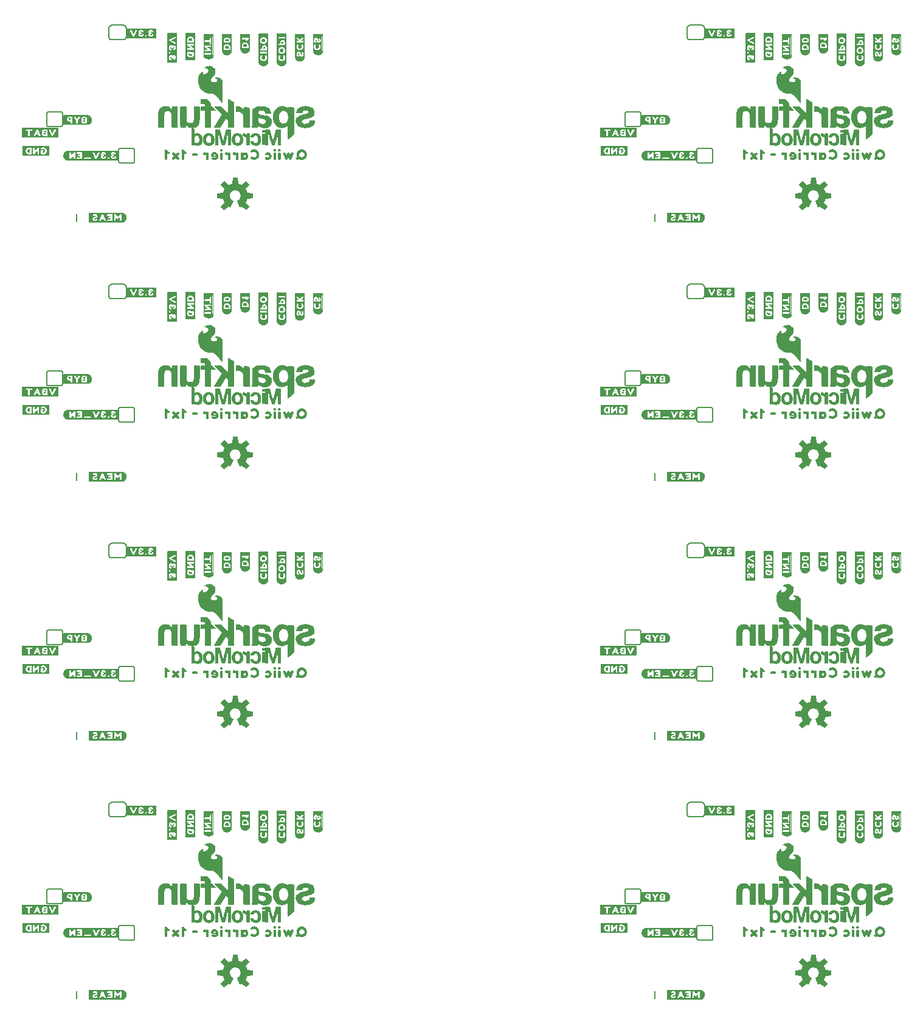
<source format=gbo>
G04 EAGLE Gerber RS-274X export*
G75*
%MOMM*%
%FSLAX34Y34*%
%LPD*%
%INSilkscreen Bottom*%
%IPPOS*%
%AMOC8*
5,1,8,0,0,1.08239X$1,22.5*%
G01*
%ADD10C,0.203200*%
%ADD11C,0.152400*%

G36*
X331655Y1171190D02*
X331655Y1171190D01*
X331711Y1171190D01*
X331739Y1171205D01*
X331771Y1171210D01*
X331830Y1171250D01*
X331866Y1171268D01*
X331875Y1171280D01*
X331891Y1171291D01*
X336199Y1175599D01*
X336216Y1175626D01*
X336240Y1175647D01*
X336261Y1175699D01*
X336290Y1175746D01*
X336293Y1175778D01*
X336305Y1175808D01*
X336302Y1175863D01*
X336307Y1175919D01*
X336295Y1175949D01*
X336293Y1175981D01*
X336259Y1176044D01*
X336245Y1176081D01*
X336234Y1176091D01*
X336225Y1176108D01*
X331258Y1182199D01*
X332447Y1184509D01*
X332454Y1184535D01*
X332471Y1184567D01*
X333263Y1187041D01*
X341082Y1187835D01*
X341113Y1187845D01*
X341145Y1187846D01*
X341194Y1187873D01*
X341246Y1187891D01*
X341269Y1187914D01*
X341297Y1187929D01*
X341329Y1187975D01*
X341368Y1188014D01*
X341378Y1188045D01*
X341397Y1188071D01*
X341410Y1188141D01*
X341423Y1188179D01*
X341421Y1188194D01*
X341424Y1188213D01*
X341424Y1194307D01*
X341417Y1194338D01*
X341419Y1194370D01*
X341397Y1194421D01*
X341385Y1194476D01*
X341364Y1194500D01*
X341352Y1194530D01*
X341310Y1194566D01*
X341275Y1194609D01*
X341245Y1194622D01*
X341221Y1194643D01*
X341152Y1194664D01*
X341116Y1194680D01*
X341101Y1194680D01*
X341082Y1194685D01*
X333263Y1195479D01*
X332471Y1197953D01*
X332458Y1197976D01*
X332447Y1198011D01*
X331258Y1200321D01*
X336225Y1206412D01*
X336239Y1206440D01*
X336260Y1206464D01*
X336276Y1206517D01*
X336301Y1206567D01*
X336301Y1206599D01*
X336310Y1206630D01*
X336300Y1206685D01*
X336300Y1206741D01*
X336285Y1206769D01*
X336280Y1206801D01*
X336240Y1206860D01*
X336222Y1206896D01*
X336210Y1206905D01*
X336199Y1206921D01*
X331891Y1211229D01*
X331864Y1211246D01*
X331843Y1211270D01*
X331791Y1211291D01*
X331744Y1211320D01*
X331712Y1211323D01*
X331682Y1211335D01*
X331627Y1211332D01*
X331571Y1211337D01*
X331541Y1211325D01*
X331509Y1211323D01*
X331446Y1211289D01*
X331409Y1211275D01*
X331399Y1211264D01*
X331382Y1211255D01*
X325291Y1206288D01*
X322981Y1207477D01*
X322955Y1207484D01*
X322923Y1207501D01*
X320449Y1208293D01*
X319655Y1216112D01*
X319647Y1216138D01*
X319646Y1216150D01*
X319645Y1216153D01*
X319644Y1216175D01*
X319617Y1216224D01*
X319599Y1216276D01*
X319576Y1216299D01*
X319561Y1216327D01*
X319515Y1216359D01*
X319476Y1216398D01*
X319445Y1216408D01*
X319419Y1216427D01*
X319349Y1216440D01*
X319311Y1216453D01*
X319296Y1216451D01*
X319277Y1216454D01*
X313183Y1216454D01*
X313152Y1216447D01*
X313120Y1216449D01*
X313069Y1216427D01*
X313014Y1216415D01*
X312990Y1216394D01*
X312960Y1216382D01*
X312924Y1216340D01*
X312881Y1216305D01*
X312868Y1216275D01*
X312847Y1216251D01*
X312826Y1216182D01*
X312810Y1216146D01*
X312810Y1216131D01*
X312808Y1216124D01*
X312807Y1216122D01*
X312807Y1216121D01*
X312805Y1216112D01*
X312011Y1208293D01*
X309537Y1207501D01*
X309514Y1207488D01*
X309479Y1207477D01*
X307169Y1206288D01*
X301078Y1211255D01*
X301050Y1211269D01*
X301026Y1211290D01*
X300973Y1211306D01*
X300923Y1211331D01*
X300891Y1211331D01*
X300860Y1211340D01*
X300805Y1211330D01*
X300749Y1211330D01*
X300721Y1211315D01*
X300689Y1211310D01*
X300630Y1211270D01*
X300595Y1211252D01*
X300585Y1211240D01*
X300569Y1211229D01*
X296261Y1206921D01*
X296244Y1206894D01*
X296220Y1206873D01*
X296199Y1206821D01*
X296170Y1206774D01*
X296167Y1206742D01*
X296155Y1206712D01*
X296159Y1206657D01*
X296153Y1206601D01*
X296165Y1206571D01*
X296167Y1206539D01*
X296201Y1206476D01*
X296215Y1206439D01*
X296226Y1206429D01*
X296235Y1206412D01*
X301202Y1200321D01*
X300013Y1198011D01*
X300006Y1197985D01*
X299989Y1197953D01*
X299197Y1195479D01*
X291378Y1194685D01*
X291347Y1194675D01*
X291315Y1194674D01*
X291266Y1194647D01*
X291214Y1194629D01*
X291191Y1194606D01*
X291163Y1194591D01*
X291131Y1194545D01*
X291092Y1194506D01*
X291082Y1194475D01*
X291063Y1194449D01*
X291050Y1194379D01*
X291037Y1194341D01*
X291039Y1194326D01*
X291036Y1194307D01*
X291036Y1188213D01*
X291043Y1188182D01*
X291041Y1188150D01*
X291063Y1188099D01*
X291075Y1188044D01*
X291096Y1188020D01*
X291108Y1187990D01*
X291150Y1187954D01*
X291185Y1187911D01*
X291215Y1187898D01*
X291239Y1187877D01*
X291308Y1187856D01*
X291344Y1187840D01*
X291359Y1187840D01*
X291378Y1187835D01*
X299197Y1187041D01*
X299989Y1184567D01*
X300002Y1184544D01*
X300013Y1184509D01*
X301202Y1182199D01*
X296235Y1176108D01*
X296221Y1176080D01*
X296200Y1176056D01*
X296184Y1176003D01*
X296159Y1175953D01*
X296159Y1175921D01*
X296150Y1175890D01*
X296160Y1175835D01*
X296160Y1175779D01*
X296175Y1175751D01*
X296180Y1175719D01*
X296220Y1175660D01*
X296238Y1175625D01*
X296250Y1175615D01*
X296261Y1175599D01*
X300569Y1171291D01*
X300596Y1171274D01*
X300617Y1171250D01*
X300669Y1171229D01*
X300716Y1171200D01*
X300748Y1171197D01*
X300778Y1171185D01*
X300833Y1171189D01*
X300889Y1171183D01*
X300919Y1171195D01*
X300951Y1171197D01*
X301014Y1171231D01*
X301051Y1171245D01*
X301061Y1171256D01*
X301078Y1171265D01*
X307169Y1176232D01*
X309478Y1175042D01*
X309542Y1175026D01*
X309605Y1175003D01*
X309626Y1175005D01*
X309646Y1175000D01*
X309711Y1175014D01*
X309777Y1175021D01*
X309795Y1175032D01*
X309815Y1175037D01*
X309867Y1175078D01*
X309923Y1175114D01*
X309936Y1175133D01*
X309951Y1175145D01*
X309967Y1175180D01*
X310003Y1175234D01*
X313591Y1183896D01*
X313596Y1183928D01*
X313610Y1183956D01*
X313610Y1184012D01*
X313619Y1184067D01*
X313610Y1184098D01*
X313610Y1184129D01*
X313585Y1184180D01*
X313569Y1184233D01*
X313547Y1184256D01*
X313533Y1184285D01*
X313477Y1184331D01*
X313450Y1184359D01*
X313436Y1184364D01*
X313421Y1184377D01*
X312044Y1185121D01*
X310878Y1186105D01*
X309938Y1187307D01*
X309264Y1188675D01*
X308883Y1190153D01*
X308811Y1191677D01*
X309053Y1193183D01*
X309597Y1194609D01*
X310421Y1195893D01*
X311490Y1196982D01*
X312758Y1197830D01*
X314173Y1198400D01*
X315675Y1198670D01*
X317200Y1198627D01*
X318684Y1198274D01*
X320065Y1197624D01*
X321284Y1196707D01*
X322290Y1195560D01*
X323041Y1194231D01*
X323504Y1192778D01*
X323661Y1191259D01*
X323518Y1189810D01*
X323095Y1188416D01*
X322409Y1187132D01*
X321485Y1186006D01*
X320359Y1185082D01*
X319041Y1184377D01*
X319016Y1184356D01*
X318987Y1184342D01*
X318952Y1184299D01*
X318911Y1184263D01*
X318898Y1184233D01*
X318878Y1184208D01*
X318866Y1184154D01*
X318845Y1184103D01*
X318847Y1184070D01*
X318840Y1184038D01*
X318854Y1183969D01*
X318857Y1183930D01*
X318865Y1183916D01*
X318869Y1183896D01*
X322457Y1175234D01*
X322496Y1175180D01*
X322528Y1175123D01*
X322545Y1175111D01*
X322558Y1175094D01*
X322616Y1175063D01*
X322671Y1175025D01*
X322692Y1175022D01*
X322711Y1175012D01*
X322777Y1175011D01*
X322843Y1175001D01*
X322866Y1175008D01*
X322884Y1175007D01*
X322919Y1175024D01*
X322982Y1175042D01*
X325291Y1176232D01*
X331382Y1171265D01*
X331410Y1171251D01*
X331434Y1171230D01*
X331487Y1171214D01*
X331537Y1171189D01*
X331569Y1171189D01*
X331600Y1171180D01*
X331655Y1171190D01*
G37*
G36*
X1136835Y449830D02*
X1136835Y449830D01*
X1136891Y449830D01*
X1136919Y449845D01*
X1136951Y449850D01*
X1137010Y449890D01*
X1137046Y449908D01*
X1137055Y449920D01*
X1137071Y449931D01*
X1141379Y454239D01*
X1141396Y454266D01*
X1141420Y454287D01*
X1141441Y454339D01*
X1141470Y454386D01*
X1141473Y454418D01*
X1141485Y454448D01*
X1141482Y454503D01*
X1141487Y454559D01*
X1141475Y454589D01*
X1141473Y454621D01*
X1141439Y454684D01*
X1141425Y454721D01*
X1141414Y454731D01*
X1141405Y454748D01*
X1136438Y460839D01*
X1137627Y463149D01*
X1137634Y463175D01*
X1137651Y463207D01*
X1138443Y465681D01*
X1146262Y466475D01*
X1146293Y466485D01*
X1146325Y466486D01*
X1146374Y466513D01*
X1146426Y466531D01*
X1146449Y466554D01*
X1146477Y466569D01*
X1146509Y466615D01*
X1146548Y466654D01*
X1146558Y466685D01*
X1146577Y466711D01*
X1146590Y466781D01*
X1146603Y466819D01*
X1146601Y466834D01*
X1146604Y466853D01*
X1146604Y472947D01*
X1146597Y472978D01*
X1146599Y473010D01*
X1146577Y473061D01*
X1146565Y473116D01*
X1146544Y473140D01*
X1146532Y473170D01*
X1146490Y473206D01*
X1146455Y473249D01*
X1146425Y473262D01*
X1146401Y473283D01*
X1146332Y473304D01*
X1146296Y473320D01*
X1146281Y473320D01*
X1146262Y473325D01*
X1138443Y474119D01*
X1137651Y476593D01*
X1137638Y476616D01*
X1137627Y476651D01*
X1136438Y478961D01*
X1141405Y485052D01*
X1141419Y485080D01*
X1141440Y485104D01*
X1141456Y485157D01*
X1141481Y485207D01*
X1141481Y485239D01*
X1141490Y485270D01*
X1141480Y485325D01*
X1141480Y485381D01*
X1141465Y485409D01*
X1141460Y485441D01*
X1141420Y485500D01*
X1141402Y485536D01*
X1141390Y485545D01*
X1141379Y485561D01*
X1137071Y489869D01*
X1137044Y489886D01*
X1137023Y489910D01*
X1136971Y489931D01*
X1136924Y489960D01*
X1136892Y489963D01*
X1136862Y489975D01*
X1136807Y489972D01*
X1136751Y489977D01*
X1136721Y489965D01*
X1136689Y489963D01*
X1136626Y489929D01*
X1136589Y489915D01*
X1136579Y489904D01*
X1136562Y489895D01*
X1130471Y484928D01*
X1128161Y486117D01*
X1128135Y486124D01*
X1128103Y486141D01*
X1125629Y486933D01*
X1124835Y494752D01*
X1124827Y494778D01*
X1124826Y494790D01*
X1124825Y494793D01*
X1124824Y494815D01*
X1124797Y494864D01*
X1124779Y494916D01*
X1124756Y494939D01*
X1124741Y494967D01*
X1124695Y494999D01*
X1124656Y495038D01*
X1124625Y495048D01*
X1124599Y495067D01*
X1124529Y495080D01*
X1124491Y495093D01*
X1124476Y495091D01*
X1124457Y495094D01*
X1118363Y495094D01*
X1118332Y495087D01*
X1118300Y495089D01*
X1118249Y495067D01*
X1118194Y495055D01*
X1118170Y495034D01*
X1118140Y495022D01*
X1118104Y494980D01*
X1118061Y494945D01*
X1118048Y494915D01*
X1118027Y494891D01*
X1118006Y494822D01*
X1117990Y494786D01*
X1117990Y494771D01*
X1117988Y494764D01*
X1117987Y494762D01*
X1117987Y494761D01*
X1117985Y494752D01*
X1117191Y486933D01*
X1114717Y486141D01*
X1114694Y486128D01*
X1114659Y486117D01*
X1112349Y484928D01*
X1106258Y489895D01*
X1106230Y489909D01*
X1106206Y489930D01*
X1106153Y489946D01*
X1106103Y489971D01*
X1106071Y489971D01*
X1106040Y489980D01*
X1105985Y489970D01*
X1105929Y489970D01*
X1105901Y489955D01*
X1105869Y489950D01*
X1105810Y489910D01*
X1105775Y489892D01*
X1105765Y489880D01*
X1105749Y489869D01*
X1101441Y485561D01*
X1101424Y485534D01*
X1101400Y485513D01*
X1101379Y485461D01*
X1101350Y485414D01*
X1101347Y485382D01*
X1101335Y485352D01*
X1101339Y485297D01*
X1101333Y485241D01*
X1101345Y485211D01*
X1101347Y485179D01*
X1101381Y485116D01*
X1101395Y485079D01*
X1101406Y485069D01*
X1101415Y485052D01*
X1106382Y478961D01*
X1105193Y476651D01*
X1105186Y476625D01*
X1105169Y476593D01*
X1104377Y474119D01*
X1096558Y473325D01*
X1096527Y473315D01*
X1096495Y473314D01*
X1096446Y473287D01*
X1096394Y473269D01*
X1096371Y473246D01*
X1096343Y473231D01*
X1096311Y473185D01*
X1096272Y473146D01*
X1096262Y473115D01*
X1096243Y473089D01*
X1096230Y473019D01*
X1096217Y472981D01*
X1096219Y472966D01*
X1096216Y472947D01*
X1096216Y466853D01*
X1096223Y466822D01*
X1096221Y466790D01*
X1096243Y466739D01*
X1096255Y466684D01*
X1096276Y466660D01*
X1096288Y466630D01*
X1096330Y466594D01*
X1096365Y466551D01*
X1096395Y466538D01*
X1096419Y466517D01*
X1096488Y466496D01*
X1096524Y466480D01*
X1096539Y466480D01*
X1096558Y466475D01*
X1104377Y465681D01*
X1105169Y463207D01*
X1105182Y463184D01*
X1105193Y463149D01*
X1106382Y460839D01*
X1101415Y454748D01*
X1101401Y454720D01*
X1101380Y454696D01*
X1101364Y454643D01*
X1101339Y454593D01*
X1101339Y454561D01*
X1101330Y454530D01*
X1101340Y454475D01*
X1101340Y454419D01*
X1101355Y454391D01*
X1101360Y454359D01*
X1101400Y454300D01*
X1101418Y454265D01*
X1101430Y454255D01*
X1101441Y454239D01*
X1105749Y449931D01*
X1105776Y449914D01*
X1105797Y449890D01*
X1105849Y449869D01*
X1105896Y449840D01*
X1105928Y449837D01*
X1105958Y449825D01*
X1106013Y449829D01*
X1106069Y449823D01*
X1106099Y449835D01*
X1106131Y449837D01*
X1106194Y449871D01*
X1106231Y449885D01*
X1106241Y449896D01*
X1106258Y449905D01*
X1112349Y454872D01*
X1114658Y453682D01*
X1114722Y453666D01*
X1114785Y453643D01*
X1114806Y453645D01*
X1114826Y453640D01*
X1114891Y453654D01*
X1114957Y453661D01*
X1114975Y453672D01*
X1114995Y453677D01*
X1115047Y453718D01*
X1115103Y453754D01*
X1115116Y453773D01*
X1115131Y453785D01*
X1115147Y453820D01*
X1115183Y453874D01*
X1118771Y462536D01*
X1118776Y462568D01*
X1118790Y462596D01*
X1118790Y462652D01*
X1118799Y462707D01*
X1118790Y462738D01*
X1118790Y462769D01*
X1118765Y462820D01*
X1118749Y462873D01*
X1118727Y462896D01*
X1118713Y462925D01*
X1118657Y462971D01*
X1118630Y462999D01*
X1118616Y463004D01*
X1118601Y463017D01*
X1117224Y463761D01*
X1116058Y464745D01*
X1115118Y465947D01*
X1114444Y467315D01*
X1114063Y468793D01*
X1113991Y470317D01*
X1114233Y471823D01*
X1114777Y473249D01*
X1115601Y474533D01*
X1116670Y475622D01*
X1117938Y476470D01*
X1119353Y477040D01*
X1120855Y477310D01*
X1122380Y477267D01*
X1123864Y476914D01*
X1125245Y476264D01*
X1126464Y475347D01*
X1127470Y474200D01*
X1128221Y472871D01*
X1128684Y471418D01*
X1128841Y469899D01*
X1128698Y468450D01*
X1128275Y467056D01*
X1127589Y465772D01*
X1126665Y464646D01*
X1125539Y463722D01*
X1124221Y463017D01*
X1124196Y462996D01*
X1124167Y462982D01*
X1124132Y462939D01*
X1124091Y462903D01*
X1124078Y462873D01*
X1124058Y462848D01*
X1124046Y462794D01*
X1124025Y462743D01*
X1124027Y462710D01*
X1124020Y462678D01*
X1124034Y462609D01*
X1124037Y462570D01*
X1124045Y462556D01*
X1124049Y462536D01*
X1127637Y453874D01*
X1127676Y453820D01*
X1127708Y453763D01*
X1127725Y453751D01*
X1127738Y453734D01*
X1127796Y453703D01*
X1127851Y453665D01*
X1127872Y453662D01*
X1127891Y453652D01*
X1127957Y453651D01*
X1128023Y453641D01*
X1128046Y453648D01*
X1128064Y453647D01*
X1128099Y453664D01*
X1128162Y453682D01*
X1130471Y454872D01*
X1136562Y449905D01*
X1136590Y449891D01*
X1136614Y449870D01*
X1136667Y449854D01*
X1136717Y449829D01*
X1136749Y449829D01*
X1136780Y449820D01*
X1136835Y449830D01*
G37*
G36*
X1136835Y810510D02*
X1136835Y810510D01*
X1136891Y810510D01*
X1136919Y810525D01*
X1136951Y810530D01*
X1137010Y810570D01*
X1137046Y810588D01*
X1137055Y810600D01*
X1137071Y810611D01*
X1141379Y814919D01*
X1141396Y814946D01*
X1141420Y814967D01*
X1141441Y815019D01*
X1141470Y815066D01*
X1141473Y815098D01*
X1141485Y815128D01*
X1141482Y815183D01*
X1141487Y815239D01*
X1141475Y815269D01*
X1141473Y815301D01*
X1141439Y815364D01*
X1141425Y815401D01*
X1141414Y815411D01*
X1141405Y815428D01*
X1136438Y821519D01*
X1137627Y823829D01*
X1137634Y823855D01*
X1137651Y823887D01*
X1138443Y826361D01*
X1146262Y827155D01*
X1146293Y827165D01*
X1146325Y827166D01*
X1146374Y827193D01*
X1146426Y827211D01*
X1146449Y827234D01*
X1146477Y827249D01*
X1146509Y827295D01*
X1146548Y827334D01*
X1146558Y827365D01*
X1146577Y827391D01*
X1146590Y827461D01*
X1146603Y827499D01*
X1146601Y827514D01*
X1146604Y827533D01*
X1146604Y833627D01*
X1146597Y833658D01*
X1146599Y833690D01*
X1146577Y833741D01*
X1146565Y833796D01*
X1146544Y833820D01*
X1146532Y833850D01*
X1146490Y833886D01*
X1146455Y833929D01*
X1146425Y833942D01*
X1146401Y833963D01*
X1146332Y833984D01*
X1146296Y834000D01*
X1146281Y834000D01*
X1146262Y834005D01*
X1138443Y834799D01*
X1137651Y837273D01*
X1137638Y837296D01*
X1137627Y837331D01*
X1136438Y839641D01*
X1141405Y845732D01*
X1141419Y845760D01*
X1141440Y845784D01*
X1141456Y845837D01*
X1141481Y845887D01*
X1141481Y845919D01*
X1141490Y845950D01*
X1141480Y846005D01*
X1141480Y846061D01*
X1141465Y846089D01*
X1141460Y846121D01*
X1141420Y846180D01*
X1141402Y846216D01*
X1141390Y846225D01*
X1141379Y846241D01*
X1137071Y850549D01*
X1137044Y850566D01*
X1137023Y850590D01*
X1136971Y850611D01*
X1136924Y850640D01*
X1136892Y850643D01*
X1136862Y850655D01*
X1136807Y850652D01*
X1136751Y850657D01*
X1136721Y850645D01*
X1136689Y850643D01*
X1136626Y850609D01*
X1136589Y850595D01*
X1136579Y850584D01*
X1136562Y850575D01*
X1130471Y845608D01*
X1128161Y846797D01*
X1128135Y846804D01*
X1128103Y846821D01*
X1125629Y847613D01*
X1124835Y855432D01*
X1124827Y855458D01*
X1124826Y855470D01*
X1124825Y855473D01*
X1124824Y855495D01*
X1124797Y855544D01*
X1124779Y855596D01*
X1124756Y855619D01*
X1124741Y855647D01*
X1124695Y855679D01*
X1124656Y855718D01*
X1124625Y855728D01*
X1124599Y855747D01*
X1124529Y855760D01*
X1124491Y855773D01*
X1124476Y855771D01*
X1124457Y855774D01*
X1118363Y855774D01*
X1118332Y855767D01*
X1118300Y855769D01*
X1118249Y855747D01*
X1118194Y855735D01*
X1118170Y855714D01*
X1118140Y855702D01*
X1118104Y855660D01*
X1118061Y855625D01*
X1118048Y855595D01*
X1118027Y855571D01*
X1118006Y855502D01*
X1117990Y855466D01*
X1117990Y855451D01*
X1117988Y855444D01*
X1117987Y855442D01*
X1117987Y855441D01*
X1117985Y855432D01*
X1117191Y847613D01*
X1114717Y846821D01*
X1114694Y846808D01*
X1114659Y846797D01*
X1112349Y845608D01*
X1106258Y850575D01*
X1106230Y850589D01*
X1106206Y850610D01*
X1106153Y850626D01*
X1106103Y850651D01*
X1106071Y850651D01*
X1106040Y850660D01*
X1105985Y850650D01*
X1105929Y850650D01*
X1105901Y850635D01*
X1105869Y850630D01*
X1105810Y850590D01*
X1105775Y850572D01*
X1105765Y850560D01*
X1105749Y850549D01*
X1101441Y846241D01*
X1101424Y846214D01*
X1101400Y846193D01*
X1101379Y846141D01*
X1101350Y846094D01*
X1101347Y846062D01*
X1101335Y846032D01*
X1101339Y845977D01*
X1101333Y845921D01*
X1101345Y845891D01*
X1101347Y845859D01*
X1101381Y845796D01*
X1101395Y845759D01*
X1101406Y845749D01*
X1101415Y845732D01*
X1106382Y839641D01*
X1105193Y837331D01*
X1105186Y837305D01*
X1105169Y837273D01*
X1104377Y834799D01*
X1096558Y834005D01*
X1096527Y833995D01*
X1096495Y833994D01*
X1096446Y833967D01*
X1096394Y833949D01*
X1096371Y833926D01*
X1096343Y833911D01*
X1096311Y833865D01*
X1096272Y833826D01*
X1096262Y833795D01*
X1096243Y833769D01*
X1096230Y833699D01*
X1096217Y833661D01*
X1096219Y833646D01*
X1096216Y833627D01*
X1096216Y827533D01*
X1096223Y827502D01*
X1096221Y827470D01*
X1096243Y827419D01*
X1096255Y827364D01*
X1096276Y827340D01*
X1096288Y827310D01*
X1096330Y827274D01*
X1096365Y827231D01*
X1096395Y827218D01*
X1096419Y827197D01*
X1096488Y827176D01*
X1096524Y827160D01*
X1096539Y827160D01*
X1096558Y827155D01*
X1104377Y826361D01*
X1105169Y823887D01*
X1105182Y823864D01*
X1105193Y823829D01*
X1106382Y821519D01*
X1101415Y815428D01*
X1101401Y815400D01*
X1101380Y815376D01*
X1101364Y815323D01*
X1101339Y815273D01*
X1101339Y815241D01*
X1101330Y815210D01*
X1101340Y815155D01*
X1101340Y815099D01*
X1101355Y815071D01*
X1101360Y815039D01*
X1101400Y814980D01*
X1101418Y814945D01*
X1101430Y814935D01*
X1101441Y814919D01*
X1105749Y810611D01*
X1105776Y810594D01*
X1105797Y810570D01*
X1105849Y810549D01*
X1105896Y810520D01*
X1105928Y810517D01*
X1105958Y810505D01*
X1106013Y810509D01*
X1106069Y810503D01*
X1106099Y810515D01*
X1106131Y810517D01*
X1106194Y810551D01*
X1106231Y810565D01*
X1106241Y810576D01*
X1106258Y810585D01*
X1112349Y815552D01*
X1114658Y814362D01*
X1114722Y814346D01*
X1114785Y814323D01*
X1114806Y814325D01*
X1114826Y814320D01*
X1114891Y814334D01*
X1114957Y814341D01*
X1114975Y814352D01*
X1114995Y814357D01*
X1115047Y814398D01*
X1115103Y814434D01*
X1115116Y814453D01*
X1115131Y814465D01*
X1115147Y814500D01*
X1115183Y814554D01*
X1118771Y823216D01*
X1118776Y823248D01*
X1118790Y823276D01*
X1118790Y823332D01*
X1118799Y823387D01*
X1118790Y823418D01*
X1118790Y823449D01*
X1118765Y823500D01*
X1118749Y823553D01*
X1118727Y823576D01*
X1118713Y823605D01*
X1118657Y823651D01*
X1118630Y823679D01*
X1118616Y823684D01*
X1118601Y823697D01*
X1117224Y824441D01*
X1116058Y825425D01*
X1115118Y826627D01*
X1114444Y827995D01*
X1114063Y829473D01*
X1113991Y830997D01*
X1114233Y832503D01*
X1114777Y833929D01*
X1115601Y835213D01*
X1116670Y836302D01*
X1117938Y837150D01*
X1119353Y837720D01*
X1120855Y837990D01*
X1122380Y837947D01*
X1123864Y837594D01*
X1125245Y836944D01*
X1126464Y836027D01*
X1127470Y834880D01*
X1128221Y833551D01*
X1128684Y832098D01*
X1128841Y830579D01*
X1128698Y829130D01*
X1128275Y827736D01*
X1127589Y826452D01*
X1126665Y825326D01*
X1125539Y824402D01*
X1124221Y823697D01*
X1124196Y823676D01*
X1124167Y823662D01*
X1124132Y823619D01*
X1124091Y823583D01*
X1124078Y823553D01*
X1124058Y823528D01*
X1124046Y823474D01*
X1124025Y823423D01*
X1124027Y823390D01*
X1124020Y823358D01*
X1124034Y823289D01*
X1124037Y823250D01*
X1124045Y823236D01*
X1124049Y823216D01*
X1127637Y814554D01*
X1127676Y814500D01*
X1127708Y814443D01*
X1127725Y814431D01*
X1127738Y814414D01*
X1127796Y814383D01*
X1127851Y814345D01*
X1127872Y814342D01*
X1127891Y814332D01*
X1127957Y814331D01*
X1128023Y814321D01*
X1128046Y814328D01*
X1128064Y814327D01*
X1128099Y814344D01*
X1128162Y814362D01*
X1130471Y815552D01*
X1136562Y810585D01*
X1136590Y810571D01*
X1136614Y810550D01*
X1136667Y810534D01*
X1136717Y810509D01*
X1136749Y810509D01*
X1136780Y810500D01*
X1136835Y810510D01*
G37*
G36*
X331655Y810510D02*
X331655Y810510D01*
X331711Y810510D01*
X331739Y810525D01*
X331771Y810530D01*
X331830Y810570D01*
X331866Y810588D01*
X331875Y810600D01*
X331891Y810611D01*
X336199Y814919D01*
X336216Y814946D01*
X336240Y814967D01*
X336261Y815019D01*
X336290Y815066D01*
X336293Y815098D01*
X336305Y815128D01*
X336302Y815183D01*
X336307Y815239D01*
X336295Y815269D01*
X336293Y815301D01*
X336259Y815364D01*
X336245Y815401D01*
X336234Y815411D01*
X336225Y815428D01*
X331258Y821519D01*
X332447Y823829D01*
X332454Y823855D01*
X332471Y823887D01*
X333263Y826361D01*
X341082Y827155D01*
X341113Y827165D01*
X341145Y827166D01*
X341194Y827193D01*
X341246Y827211D01*
X341269Y827234D01*
X341297Y827249D01*
X341329Y827295D01*
X341368Y827334D01*
X341378Y827365D01*
X341397Y827391D01*
X341410Y827461D01*
X341423Y827499D01*
X341421Y827514D01*
X341424Y827533D01*
X341424Y833627D01*
X341417Y833658D01*
X341419Y833690D01*
X341397Y833741D01*
X341385Y833796D01*
X341364Y833820D01*
X341352Y833850D01*
X341310Y833886D01*
X341275Y833929D01*
X341245Y833942D01*
X341221Y833963D01*
X341152Y833984D01*
X341116Y834000D01*
X341101Y834000D01*
X341082Y834005D01*
X333263Y834799D01*
X332471Y837273D01*
X332458Y837296D01*
X332447Y837331D01*
X331258Y839641D01*
X336225Y845732D01*
X336239Y845760D01*
X336260Y845784D01*
X336276Y845837D01*
X336301Y845887D01*
X336301Y845919D01*
X336310Y845950D01*
X336300Y846005D01*
X336300Y846061D01*
X336285Y846089D01*
X336280Y846121D01*
X336240Y846180D01*
X336222Y846216D01*
X336210Y846225D01*
X336199Y846241D01*
X331891Y850549D01*
X331864Y850566D01*
X331843Y850590D01*
X331791Y850611D01*
X331744Y850640D01*
X331712Y850643D01*
X331682Y850655D01*
X331627Y850652D01*
X331571Y850657D01*
X331541Y850645D01*
X331509Y850643D01*
X331446Y850609D01*
X331409Y850595D01*
X331399Y850584D01*
X331382Y850575D01*
X325291Y845608D01*
X322981Y846797D01*
X322955Y846804D01*
X322923Y846821D01*
X320449Y847613D01*
X319655Y855432D01*
X319647Y855458D01*
X319646Y855470D01*
X319645Y855473D01*
X319644Y855495D01*
X319617Y855544D01*
X319599Y855596D01*
X319576Y855619D01*
X319561Y855647D01*
X319515Y855679D01*
X319476Y855718D01*
X319445Y855728D01*
X319419Y855747D01*
X319349Y855760D01*
X319311Y855773D01*
X319296Y855771D01*
X319277Y855774D01*
X313183Y855774D01*
X313152Y855767D01*
X313120Y855769D01*
X313069Y855747D01*
X313014Y855735D01*
X312990Y855714D01*
X312960Y855702D01*
X312924Y855660D01*
X312881Y855625D01*
X312868Y855595D01*
X312847Y855571D01*
X312826Y855502D01*
X312810Y855466D01*
X312810Y855451D01*
X312808Y855444D01*
X312807Y855442D01*
X312807Y855441D01*
X312805Y855432D01*
X312011Y847613D01*
X309537Y846821D01*
X309514Y846808D01*
X309479Y846797D01*
X307169Y845608D01*
X301078Y850575D01*
X301050Y850589D01*
X301026Y850610D01*
X300973Y850626D01*
X300923Y850651D01*
X300891Y850651D01*
X300860Y850660D01*
X300805Y850650D01*
X300749Y850650D01*
X300721Y850635D01*
X300689Y850630D01*
X300630Y850590D01*
X300595Y850572D01*
X300585Y850560D01*
X300569Y850549D01*
X296261Y846241D01*
X296244Y846214D01*
X296220Y846193D01*
X296199Y846141D01*
X296170Y846094D01*
X296167Y846062D01*
X296155Y846032D01*
X296159Y845977D01*
X296153Y845921D01*
X296165Y845891D01*
X296167Y845859D01*
X296201Y845796D01*
X296215Y845759D01*
X296226Y845749D01*
X296235Y845732D01*
X301202Y839641D01*
X300013Y837331D01*
X300006Y837305D01*
X299989Y837273D01*
X299197Y834799D01*
X291378Y834005D01*
X291347Y833995D01*
X291315Y833994D01*
X291266Y833967D01*
X291214Y833949D01*
X291191Y833926D01*
X291163Y833911D01*
X291131Y833865D01*
X291092Y833826D01*
X291082Y833795D01*
X291063Y833769D01*
X291050Y833699D01*
X291037Y833661D01*
X291039Y833646D01*
X291036Y833627D01*
X291036Y827533D01*
X291043Y827502D01*
X291041Y827470D01*
X291063Y827419D01*
X291075Y827364D01*
X291096Y827340D01*
X291108Y827310D01*
X291150Y827274D01*
X291185Y827231D01*
X291215Y827218D01*
X291239Y827197D01*
X291308Y827176D01*
X291344Y827160D01*
X291359Y827160D01*
X291378Y827155D01*
X299197Y826361D01*
X299989Y823887D01*
X300002Y823864D01*
X300013Y823829D01*
X301202Y821519D01*
X296235Y815428D01*
X296221Y815400D01*
X296200Y815376D01*
X296184Y815323D01*
X296159Y815273D01*
X296159Y815241D01*
X296150Y815210D01*
X296160Y815155D01*
X296160Y815099D01*
X296175Y815071D01*
X296180Y815039D01*
X296220Y814980D01*
X296238Y814945D01*
X296250Y814935D01*
X296261Y814919D01*
X300569Y810611D01*
X300596Y810594D01*
X300617Y810570D01*
X300669Y810549D01*
X300716Y810520D01*
X300748Y810517D01*
X300778Y810505D01*
X300833Y810509D01*
X300889Y810503D01*
X300919Y810515D01*
X300951Y810517D01*
X301014Y810551D01*
X301051Y810565D01*
X301061Y810576D01*
X301078Y810585D01*
X307169Y815552D01*
X309478Y814362D01*
X309542Y814346D01*
X309605Y814323D01*
X309626Y814325D01*
X309646Y814320D01*
X309711Y814334D01*
X309777Y814341D01*
X309795Y814352D01*
X309815Y814357D01*
X309867Y814398D01*
X309923Y814434D01*
X309936Y814453D01*
X309951Y814465D01*
X309967Y814500D01*
X310003Y814554D01*
X313591Y823216D01*
X313596Y823248D01*
X313610Y823276D01*
X313610Y823332D01*
X313619Y823387D01*
X313610Y823418D01*
X313610Y823449D01*
X313585Y823500D01*
X313569Y823553D01*
X313547Y823576D01*
X313533Y823605D01*
X313477Y823651D01*
X313450Y823679D01*
X313436Y823684D01*
X313421Y823697D01*
X312044Y824441D01*
X310878Y825425D01*
X309938Y826627D01*
X309264Y827995D01*
X308883Y829473D01*
X308811Y830997D01*
X309053Y832503D01*
X309597Y833929D01*
X310421Y835213D01*
X311490Y836302D01*
X312758Y837150D01*
X314173Y837720D01*
X315675Y837990D01*
X317200Y837947D01*
X318684Y837594D01*
X320065Y836944D01*
X321284Y836027D01*
X322290Y834880D01*
X323041Y833551D01*
X323504Y832098D01*
X323661Y830579D01*
X323518Y829130D01*
X323095Y827736D01*
X322409Y826452D01*
X321485Y825326D01*
X320359Y824402D01*
X319041Y823697D01*
X319016Y823676D01*
X318987Y823662D01*
X318952Y823619D01*
X318911Y823583D01*
X318898Y823553D01*
X318878Y823528D01*
X318866Y823474D01*
X318845Y823423D01*
X318847Y823390D01*
X318840Y823358D01*
X318854Y823289D01*
X318857Y823250D01*
X318865Y823236D01*
X318869Y823216D01*
X322457Y814554D01*
X322496Y814500D01*
X322528Y814443D01*
X322545Y814431D01*
X322558Y814414D01*
X322616Y814383D01*
X322671Y814345D01*
X322692Y814342D01*
X322711Y814332D01*
X322777Y814331D01*
X322843Y814321D01*
X322866Y814328D01*
X322884Y814327D01*
X322919Y814344D01*
X322982Y814362D01*
X325291Y815552D01*
X331382Y810585D01*
X331410Y810571D01*
X331434Y810550D01*
X331487Y810534D01*
X331537Y810509D01*
X331569Y810509D01*
X331600Y810500D01*
X331655Y810510D01*
G37*
G36*
X1136835Y1171190D02*
X1136835Y1171190D01*
X1136891Y1171190D01*
X1136919Y1171205D01*
X1136951Y1171210D01*
X1137010Y1171250D01*
X1137046Y1171268D01*
X1137055Y1171280D01*
X1137071Y1171291D01*
X1141379Y1175599D01*
X1141396Y1175626D01*
X1141420Y1175647D01*
X1141441Y1175699D01*
X1141470Y1175746D01*
X1141473Y1175778D01*
X1141485Y1175808D01*
X1141482Y1175863D01*
X1141487Y1175919D01*
X1141475Y1175949D01*
X1141473Y1175981D01*
X1141439Y1176044D01*
X1141425Y1176081D01*
X1141414Y1176091D01*
X1141405Y1176108D01*
X1136438Y1182199D01*
X1137627Y1184509D01*
X1137634Y1184535D01*
X1137651Y1184567D01*
X1138443Y1187041D01*
X1146262Y1187835D01*
X1146293Y1187845D01*
X1146325Y1187846D01*
X1146374Y1187873D01*
X1146426Y1187891D01*
X1146449Y1187914D01*
X1146477Y1187929D01*
X1146509Y1187975D01*
X1146548Y1188014D01*
X1146558Y1188045D01*
X1146577Y1188071D01*
X1146590Y1188141D01*
X1146603Y1188179D01*
X1146601Y1188194D01*
X1146604Y1188213D01*
X1146604Y1194307D01*
X1146597Y1194338D01*
X1146599Y1194370D01*
X1146577Y1194421D01*
X1146565Y1194476D01*
X1146544Y1194500D01*
X1146532Y1194530D01*
X1146490Y1194566D01*
X1146455Y1194609D01*
X1146425Y1194622D01*
X1146401Y1194643D01*
X1146332Y1194664D01*
X1146296Y1194680D01*
X1146281Y1194680D01*
X1146262Y1194685D01*
X1138443Y1195479D01*
X1137651Y1197953D01*
X1137638Y1197976D01*
X1137627Y1198011D01*
X1136438Y1200321D01*
X1141405Y1206412D01*
X1141419Y1206440D01*
X1141440Y1206464D01*
X1141456Y1206517D01*
X1141481Y1206567D01*
X1141481Y1206599D01*
X1141490Y1206630D01*
X1141480Y1206685D01*
X1141480Y1206741D01*
X1141465Y1206769D01*
X1141460Y1206801D01*
X1141420Y1206860D01*
X1141402Y1206896D01*
X1141390Y1206905D01*
X1141379Y1206921D01*
X1137071Y1211229D01*
X1137044Y1211246D01*
X1137023Y1211270D01*
X1136971Y1211291D01*
X1136924Y1211320D01*
X1136892Y1211323D01*
X1136862Y1211335D01*
X1136807Y1211332D01*
X1136751Y1211337D01*
X1136721Y1211325D01*
X1136689Y1211323D01*
X1136626Y1211289D01*
X1136589Y1211275D01*
X1136579Y1211264D01*
X1136562Y1211255D01*
X1130471Y1206288D01*
X1128161Y1207477D01*
X1128135Y1207484D01*
X1128103Y1207501D01*
X1125629Y1208293D01*
X1124835Y1216112D01*
X1124827Y1216138D01*
X1124826Y1216150D01*
X1124825Y1216153D01*
X1124824Y1216175D01*
X1124797Y1216224D01*
X1124779Y1216276D01*
X1124756Y1216299D01*
X1124741Y1216327D01*
X1124695Y1216359D01*
X1124656Y1216398D01*
X1124625Y1216408D01*
X1124599Y1216427D01*
X1124529Y1216440D01*
X1124491Y1216453D01*
X1124476Y1216451D01*
X1124457Y1216454D01*
X1118363Y1216454D01*
X1118332Y1216447D01*
X1118300Y1216449D01*
X1118249Y1216427D01*
X1118194Y1216415D01*
X1118170Y1216394D01*
X1118140Y1216382D01*
X1118104Y1216340D01*
X1118061Y1216305D01*
X1118048Y1216275D01*
X1118027Y1216251D01*
X1118006Y1216182D01*
X1117990Y1216146D01*
X1117990Y1216131D01*
X1117988Y1216124D01*
X1117987Y1216122D01*
X1117987Y1216121D01*
X1117985Y1216112D01*
X1117191Y1208293D01*
X1114717Y1207501D01*
X1114694Y1207488D01*
X1114659Y1207477D01*
X1112349Y1206288D01*
X1106258Y1211255D01*
X1106230Y1211269D01*
X1106206Y1211290D01*
X1106153Y1211306D01*
X1106103Y1211331D01*
X1106071Y1211331D01*
X1106040Y1211340D01*
X1105985Y1211330D01*
X1105929Y1211330D01*
X1105901Y1211315D01*
X1105869Y1211310D01*
X1105810Y1211270D01*
X1105775Y1211252D01*
X1105765Y1211240D01*
X1105749Y1211229D01*
X1101441Y1206921D01*
X1101424Y1206894D01*
X1101400Y1206873D01*
X1101379Y1206821D01*
X1101350Y1206774D01*
X1101347Y1206742D01*
X1101335Y1206712D01*
X1101339Y1206657D01*
X1101333Y1206601D01*
X1101345Y1206571D01*
X1101347Y1206539D01*
X1101381Y1206476D01*
X1101395Y1206439D01*
X1101406Y1206429D01*
X1101415Y1206412D01*
X1106382Y1200321D01*
X1105193Y1198011D01*
X1105186Y1197985D01*
X1105169Y1197953D01*
X1104377Y1195479D01*
X1096558Y1194685D01*
X1096527Y1194675D01*
X1096495Y1194674D01*
X1096446Y1194647D01*
X1096394Y1194629D01*
X1096371Y1194606D01*
X1096343Y1194591D01*
X1096311Y1194545D01*
X1096272Y1194506D01*
X1096262Y1194475D01*
X1096243Y1194449D01*
X1096230Y1194379D01*
X1096217Y1194341D01*
X1096219Y1194326D01*
X1096216Y1194307D01*
X1096216Y1188213D01*
X1096223Y1188182D01*
X1096221Y1188150D01*
X1096243Y1188099D01*
X1096255Y1188044D01*
X1096276Y1188020D01*
X1096288Y1187990D01*
X1096330Y1187954D01*
X1096365Y1187911D01*
X1096395Y1187898D01*
X1096419Y1187877D01*
X1096488Y1187856D01*
X1096524Y1187840D01*
X1096539Y1187840D01*
X1096558Y1187835D01*
X1104377Y1187041D01*
X1105169Y1184567D01*
X1105182Y1184544D01*
X1105193Y1184509D01*
X1106382Y1182199D01*
X1101415Y1176108D01*
X1101401Y1176080D01*
X1101380Y1176056D01*
X1101364Y1176003D01*
X1101339Y1175953D01*
X1101339Y1175921D01*
X1101330Y1175890D01*
X1101340Y1175835D01*
X1101340Y1175779D01*
X1101355Y1175751D01*
X1101360Y1175719D01*
X1101400Y1175660D01*
X1101418Y1175625D01*
X1101430Y1175615D01*
X1101441Y1175599D01*
X1105749Y1171291D01*
X1105776Y1171274D01*
X1105797Y1171250D01*
X1105849Y1171229D01*
X1105896Y1171200D01*
X1105928Y1171197D01*
X1105958Y1171185D01*
X1106013Y1171189D01*
X1106069Y1171183D01*
X1106099Y1171195D01*
X1106131Y1171197D01*
X1106194Y1171231D01*
X1106231Y1171245D01*
X1106241Y1171256D01*
X1106258Y1171265D01*
X1112349Y1176232D01*
X1114658Y1175042D01*
X1114722Y1175026D01*
X1114785Y1175003D01*
X1114806Y1175005D01*
X1114826Y1175000D01*
X1114891Y1175014D01*
X1114957Y1175021D01*
X1114975Y1175032D01*
X1114995Y1175037D01*
X1115047Y1175078D01*
X1115103Y1175114D01*
X1115116Y1175133D01*
X1115131Y1175145D01*
X1115147Y1175180D01*
X1115183Y1175234D01*
X1118771Y1183896D01*
X1118776Y1183928D01*
X1118790Y1183956D01*
X1118790Y1184012D01*
X1118799Y1184067D01*
X1118790Y1184098D01*
X1118790Y1184129D01*
X1118765Y1184180D01*
X1118749Y1184233D01*
X1118727Y1184256D01*
X1118713Y1184285D01*
X1118657Y1184331D01*
X1118630Y1184359D01*
X1118616Y1184364D01*
X1118601Y1184377D01*
X1117224Y1185121D01*
X1116058Y1186105D01*
X1115118Y1187307D01*
X1114444Y1188675D01*
X1114063Y1190153D01*
X1113991Y1191677D01*
X1114233Y1193183D01*
X1114777Y1194609D01*
X1115601Y1195893D01*
X1116670Y1196982D01*
X1117938Y1197830D01*
X1119353Y1198400D01*
X1120855Y1198670D01*
X1122380Y1198627D01*
X1123864Y1198274D01*
X1125245Y1197624D01*
X1126464Y1196707D01*
X1127470Y1195560D01*
X1128221Y1194231D01*
X1128684Y1192778D01*
X1128841Y1191259D01*
X1128698Y1189810D01*
X1128275Y1188416D01*
X1127589Y1187132D01*
X1126665Y1186006D01*
X1125539Y1185082D01*
X1124221Y1184377D01*
X1124196Y1184356D01*
X1124167Y1184342D01*
X1124132Y1184299D01*
X1124091Y1184263D01*
X1124078Y1184233D01*
X1124058Y1184208D01*
X1124046Y1184154D01*
X1124025Y1184103D01*
X1124027Y1184070D01*
X1124020Y1184038D01*
X1124034Y1183969D01*
X1124037Y1183930D01*
X1124045Y1183916D01*
X1124049Y1183896D01*
X1127637Y1175234D01*
X1127676Y1175180D01*
X1127708Y1175123D01*
X1127725Y1175111D01*
X1127738Y1175094D01*
X1127796Y1175063D01*
X1127851Y1175025D01*
X1127872Y1175022D01*
X1127891Y1175012D01*
X1127957Y1175011D01*
X1128023Y1175001D01*
X1128046Y1175008D01*
X1128064Y1175007D01*
X1128099Y1175024D01*
X1128162Y1175042D01*
X1130471Y1176232D01*
X1136562Y1171265D01*
X1136590Y1171251D01*
X1136614Y1171230D01*
X1136667Y1171214D01*
X1136717Y1171189D01*
X1136749Y1171189D01*
X1136780Y1171180D01*
X1136835Y1171190D01*
G37*
G36*
X331655Y89150D02*
X331655Y89150D01*
X331711Y89150D01*
X331739Y89165D01*
X331771Y89170D01*
X331830Y89210D01*
X331866Y89228D01*
X331875Y89240D01*
X331891Y89251D01*
X336199Y93559D01*
X336216Y93586D01*
X336240Y93607D01*
X336261Y93659D01*
X336290Y93706D01*
X336293Y93738D01*
X336305Y93768D01*
X336302Y93823D01*
X336307Y93879D01*
X336295Y93909D01*
X336293Y93941D01*
X336259Y94004D01*
X336245Y94041D01*
X336234Y94051D01*
X336225Y94068D01*
X331258Y100159D01*
X332447Y102469D01*
X332454Y102495D01*
X332471Y102527D01*
X333263Y105001D01*
X341082Y105795D01*
X341113Y105805D01*
X341145Y105806D01*
X341194Y105833D01*
X341246Y105851D01*
X341269Y105874D01*
X341297Y105889D01*
X341329Y105935D01*
X341368Y105974D01*
X341378Y106005D01*
X341397Y106031D01*
X341410Y106101D01*
X341423Y106139D01*
X341421Y106154D01*
X341424Y106173D01*
X341424Y112267D01*
X341417Y112298D01*
X341419Y112330D01*
X341397Y112381D01*
X341385Y112436D01*
X341364Y112460D01*
X341352Y112490D01*
X341310Y112526D01*
X341275Y112569D01*
X341245Y112582D01*
X341221Y112603D01*
X341152Y112624D01*
X341116Y112640D01*
X341101Y112640D01*
X341082Y112645D01*
X333263Y113439D01*
X332471Y115913D01*
X332458Y115936D01*
X332447Y115971D01*
X331258Y118281D01*
X336225Y124372D01*
X336239Y124400D01*
X336260Y124424D01*
X336276Y124477D01*
X336301Y124527D01*
X336301Y124559D01*
X336310Y124590D01*
X336300Y124645D01*
X336300Y124701D01*
X336285Y124729D01*
X336280Y124761D01*
X336240Y124820D01*
X336222Y124856D01*
X336210Y124865D01*
X336199Y124881D01*
X331891Y129189D01*
X331864Y129206D01*
X331843Y129230D01*
X331791Y129251D01*
X331744Y129280D01*
X331712Y129283D01*
X331682Y129295D01*
X331627Y129292D01*
X331571Y129297D01*
X331541Y129285D01*
X331509Y129283D01*
X331446Y129249D01*
X331409Y129235D01*
X331399Y129224D01*
X331382Y129215D01*
X325291Y124248D01*
X322981Y125437D01*
X322955Y125444D01*
X322923Y125461D01*
X320449Y126253D01*
X319655Y134072D01*
X319647Y134098D01*
X319646Y134110D01*
X319645Y134113D01*
X319644Y134135D01*
X319617Y134184D01*
X319599Y134236D01*
X319576Y134259D01*
X319561Y134287D01*
X319515Y134319D01*
X319476Y134358D01*
X319445Y134368D01*
X319419Y134387D01*
X319349Y134400D01*
X319311Y134413D01*
X319296Y134411D01*
X319277Y134414D01*
X313183Y134414D01*
X313152Y134407D01*
X313120Y134409D01*
X313069Y134387D01*
X313014Y134375D01*
X312990Y134354D01*
X312960Y134342D01*
X312924Y134300D01*
X312881Y134265D01*
X312868Y134235D01*
X312847Y134211D01*
X312826Y134142D01*
X312810Y134106D01*
X312810Y134091D01*
X312808Y134084D01*
X312807Y134082D01*
X312807Y134081D01*
X312805Y134072D01*
X312011Y126253D01*
X309537Y125461D01*
X309514Y125448D01*
X309479Y125437D01*
X307169Y124248D01*
X301078Y129215D01*
X301050Y129229D01*
X301026Y129250D01*
X300973Y129266D01*
X300923Y129291D01*
X300891Y129291D01*
X300860Y129300D01*
X300805Y129290D01*
X300749Y129290D01*
X300721Y129275D01*
X300689Y129270D01*
X300630Y129230D01*
X300595Y129212D01*
X300585Y129200D01*
X300569Y129189D01*
X296261Y124881D01*
X296244Y124854D01*
X296220Y124833D01*
X296199Y124781D01*
X296170Y124734D01*
X296167Y124702D01*
X296155Y124672D01*
X296159Y124617D01*
X296153Y124561D01*
X296165Y124531D01*
X296167Y124499D01*
X296201Y124436D01*
X296215Y124399D01*
X296226Y124389D01*
X296235Y124372D01*
X301202Y118281D01*
X300013Y115971D01*
X300006Y115945D01*
X299989Y115913D01*
X299197Y113439D01*
X291378Y112645D01*
X291347Y112635D01*
X291315Y112634D01*
X291266Y112607D01*
X291214Y112589D01*
X291191Y112566D01*
X291163Y112551D01*
X291131Y112505D01*
X291092Y112466D01*
X291082Y112435D01*
X291063Y112409D01*
X291050Y112339D01*
X291037Y112301D01*
X291039Y112286D01*
X291036Y112267D01*
X291036Y106173D01*
X291043Y106142D01*
X291041Y106110D01*
X291063Y106059D01*
X291075Y106004D01*
X291096Y105980D01*
X291108Y105950D01*
X291150Y105914D01*
X291185Y105871D01*
X291215Y105858D01*
X291239Y105837D01*
X291308Y105816D01*
X291344Y105800D01*
X291359Y105800D01*
X291378Y105795D01*
X299197Y105001D01*
X299989Y102527D01*
X300002Y102504D01*
X300013Y102469D01*
X301202Y100159D01*
X296235Y94068D01*
X296221Y94040D01*
X296200Y94016D01*
X296184Y93963D01*
X296159Y93913D01*
X296159Y93881D01*
X296150Y93850D01*
X296160Y93795D01*
X296160Y93739D01*
X296175Y93711D01*
X296180Y93679D01*
X296220Y93620D01*
X296238Y93585D01*
X296250Y93575D01*
X296261Y93559D01*
X300569Y89251D01*
X300596Y89234D01*
X300617Y89210D01*
X300669Y89189D01*
X300716Y89160D01*
X300748Y89157D01*
X300778Y89145D01*
X300833Y89149D01*
X300889Y89143D01*
X300919Y89155D01*
X300951Y89157D01*
X301014Y89191D01*
X301051Y89205D01*
X301061Y89216D01*
X301078Y89225D01*
X307169Y94192D01*
X309478Y93002D01*
X309542Y92986D01*
X309605Y92963D01*
X309626Y92965D01*
X309646Y92960D01*
X309711Y92974D01*
X309777Y92981D01*
X309795Y92992D01*
X309815Y92997D01*
X309867Y93038D01*
X309923Y93074D01*
X309936Y93093D01*
X309951Y93105D01*
X309967Y93140D01*
X310003Y93194D01*
X313591Y101856D01*
X313596Y101888D01*
X313610Y101916D01*
X313610Y101972D01*
X313619Y102027D01*
X313610Y102058D01*
X313610Y102089D01*
X313585Y102140D01*
X313569Y102193D01*
X313547Y102216D01*
X313533Y102245D01*
X313477Y102291D01*
X313450Y102319D01*
X313436Y102324D01*
X313421Y102337D01*
X312044Y103081D01*
X310878Y104065D01*
X309938Y105267D01*
X309264Y106635D01*
X308883Y108113D01*
X308811Y109637D01*
X309053Y111143D01*
X309597Y112569D01*
X310421Y113853D01*
X311490Y114942D01*
X312758Y115790D01*
X314173Y116360D01*
X315675Y116630D01*
X317200Y116587D01*
X318684Y116234D01*
X320065Y115584D01*
X321284Y114667D01*
X322290Y113520D01*
X323041Y112191D01*
X323504Y110738D01*
X323661Y109219D01*
X323518Y107770D01*
X323095Y106376D01*
X322409Y105092D01*
X321485Y103966D01*
X320359Y103042D01*
X319041Y102337D01*
X319016Y102316D01*
X318987Y102302D01*
X318952Y102259D01*
X318911Y102223D01*
X318898Y102193D01*
X318878Y102168D01*
X318866Y102114D01*
X318845Y102063D01*
X318847Y102030D01*
X318840Y101998D01*
X318854Y101929D01*
X318857Y101890D01*
X318865Y101876D01*
X318869Y101856D01*
X322457Y93194D01*
X322496Y93140D01*
X322528Y93083D01*
X322545Y93071D01*
X322558Y93054D01*
X322616Y93023D01*
X322671Y92985D01*
X322692Y92982D01*
X322711Y92972D01*
X322777Y92971D01*
X322843Y92961D01*
X322866Y92968D01*
X322884Y92967D01*
X322919Y92984D01*
X322982Y93002D01*
X325291Y94192D01*
X331382Y89225D01*
X331410Y89211D01*
X331434Y89190D01*
X331487Y89174D01*
X331537Y89149D01*
X331569Y89149D01*
X331600Y89140D01*
X331655Y89150D01*
G37*
G36*
X1136835Y89150D02*
X1136835Y89150D01*
X1136891Y89150D01*
X1136919Y89165D01*
X1136951Y89170D01*
X1137010Y89210D01*
X1137046Y89228D01*
X1137055Y89240D01*
X1137071Y89251D01*
X1141379Y93559D01*
X1141396Y93586D01*
X1141420Y93607D01*
X1141441Y93659D01*
X1141470Y93706D01*
X1141473Y93738D01*
X1141485Y93768D01*
X1141482Y93823D01*
X1141487Y93879D01*
X1141475Y93909D01*
X1141473Y93941D01*
X1141439Y94004D01*
X1141425Y94041D01*
X1141414Y94051D01*
X1141405Y94068D01*
X1136438Y100159D01*
X1137627Y102469D01*
X1137634Y102495D01*
X1137651Y102527D01*
X1138443Y105001D01*
X1146262Y105795D01*
X1146293Y105805D01*
X1146325Y105806D01*
X1146374Y105833D01*
X1146426Y105851D01*
X1146449Y105874D01*
X1146477Y105889D01*
X1146509Y105935D01*
X1146548Y105974D01*
X1146558Y106005D01*
X1146577Y106031D01*
X1146590Y106101D01*
X1146603Y106139D01*
X1146601Y106154D01*
X1146604Y106173D01*
X1146604Y112267D01*
X1146597Y112298D01*
X1146599Y112330D01*
X1146577Y112381D01*
X1146565Y112436D01*
X1146544Y112460D01*
X1146532Y112490D01*
X1146490Y112526D01*
X1146455Y112569D01*
X1146425Y112582D01*
X1146401Y112603D01*
X1146332Y112624D01*
X1146296Y112640D01*
X1146281Y112640D01*
X1146262Y112645D01*
X1138443Y113439D01*
X1137651Y115913D01*
X1137638Y115936D01*
X1137627Y115971D01*
X1136438Y118281D01*
X1141405Y124372D01*
X1141419Y124400D01*
X1141440Y124424D01*
X1141456Y124477D01*
X1141481Y124527D01*
X1141481Y124559D01*
X1141490Y124590D01*
X1141480Y124645D01*
X1141480Y124701D01*
X1141465Y124729D01*
X1141460Y124761D01*
X1141420Y124820D01*
X1141402Y124856D01*
X1141390Y124865D01*
X1141379Y124881D01*
X1137071Y129189D01*
X1137044Y129206D01*
X1137023Y129230D01*
X1136971Y129251D01*
X1136924Y129280D01*
X1136892Y129283D01*
X1136862Y129295D01*
X1136807Y129292D01*
X1136751Y129297D01*
X1136721Y129285D01*
X1136689Y129283D01*
X1136626Y129249D01*
X1136589Y129235D01*
X1136579Y129224D01*
X1136562Y129215D01*
X1130471Y124248D01*
X1128161Y125437D01*
X1128135Y125444D01*
X1128103Y125461D01*
X1125629Y126253D01*
X1124835Y134072D01*
X1124827Y134098D01*
X1124826Y134110D01*
X1124825Y134113D01*
X1124824Y134135D01*
X1124797Y134184D01*
X1124779Y134236D01*
X1124756Y134259D01*
X1124741Y134287D01*
X1124695Y134319D01*
X1124656Y134358D01*
X1124625Y134368D01*
X1124599Y134387D01*
X1124529Y134400D01*
X1124491Y134413D01*
X1124476Y134411D01*
X1124457Y134414D01*
X1118363Y134414D01*
X1118332Y134407D01*
X1118300Y134409D01*
X1118249Y134387D01*
X1118194Y134375D01*
X1118170Y134354D01*
X1118140Y134342D01*
X1118104Y134300D01*
X1118061Y134265D01*
X1118048Y134235D01*
X1118027Y134211D01*
X1118006Y134142D01*
X1117990Y134106D01*
X1117990Y134091D01*
X1117988Y134084D01*
X1117987Y134082D01*
X1117987Y134081D01*
X1117985Y134072D01*
X1117191Y126253D01*
X1114717Y125461D01*
X1114694Y125448D01*
X1114659Y125437D01*
X1112349Y124248D01*
X1106258Y129215D01*
X1106230Y129229D01*
X1106206Y129250D01*
X1106153Y129266D01*
X1106103Y129291D01*
X1106071Y129291D01*
X1106040Y129300D01*
X1105985Y129290D01*
X1105929Y129290D01*
X1105901Y129275D01*
X1105869Y129270D01*
X1105810Y129230D01*
X1105775Y129212D01*
X1105765Y129200D01*
X1105749Y129189D01*
X1101441Y124881D01*
X1101424Y124854D01*
X1101400Y124833D01*
X1101379Y124781D01*
X1101350Y124734D01*
X1101347Y124702D01*
X1101335Y124672D01*
X1101339Y124617D01*
X1101333Y124561D01*
X1101345Y124531D01*
X1101347Y124499D01*
X1101381Y124436D01*
X1101395Y124399D01*
X1101406Y124389D01*
X1101415Y124372D01*
X1106382Y118281D01*
X1105193Y115971D01*
X1105186Y115945D01*
X1105169Y115913D01*
X1104377Y113439D01*
X1096558Y112645D01*
X1096527Y112635D01*
X1096495Y112634D01*
X1096446Y112607D01*
X1096394Y112589D01*
X1096371Y112566D01*
X1096343Y112551D01*
X1096311Y112505D01*
X1096272Y112466D01*
X1096262Y112435D01*
X1096243Y112409D01*
X1096230Y112339D01*
X1096217Y112301D01*
X1096219Y112286D01*
X1096216Y112267D01*
X1096216Y106173D01*
X1096223Y106142D01*
X1096221Y106110D01*
X1096243Y106059D01*
X1096255Y106004D01*
X1096276Y105980D01*
X1096288Y105950D01*
X1096330Y105914D01*
X1096365Y105871D01*
X1096395Y105858D01*
X1096419Y105837D01*
X1096488Y105816D01*
X1096524Y105800D01*
X1096539Y105800D01*
X1096558Y105795D01*
X1104377Y105001D01*
X1105169Y102527D01*
X1105182Y102504D01*
X1105193Y102469D01*
X1106382Y100159D01*
X1101415Y94068D01*
X1101401Y94040D01*
X1101380Y94016D01*
X1101364Y93963D01*
X1101339Y93913D01*
X1101339Y93881D01*
X1101330Y93850D01*
X1101340Y93795D01*
X1101340Y93739D01*
X1101355Y93711D01*
X1101360Y93679D01*
X1101400Y93620D01*
X1101418Y93585D01*
X1101430Y93575D01*
X1101441Y93559D01*
X1105749Y89251D01*
X1105776Y89234D01*
X1105797Y89210D01*
X1105849Y89189D01*
X1105896Y89160D01*
X1105928Y89157D01*
X1105958Y89145D01*
X1106013Y89149D01*
X1106069Y89143D01*
X1106099Y89155D01*
X1106131Y89157D01*
X1106194Y89191D01*
X1106231Y89205D01*
X1106241Y89216D01*
X1106258Y89225D01*
X1112349Y94192D01*
X1114658Y93002D01*
X1114722Y92986D01*
X1114785Y92963D01*
X1114806Y92965D01*
X1114826Y92960D01*
X1114891Y92974D01*
X1114957Y92981D01*
X1114975Y92992D01*
X1114995Y92997D01*
X1115047Y93038D01*
X1115103Y93074D01*
X1115116Y93093D01*
X1115131Y93105D01*
X1115147Y93140D01*
X1115183Y93194D01*
X1118771Y101856D01*
X1118776Y101888D01*
X1118790Y101916D01*
X1118790Y101972D01*
X1118799Y102027D01*
X1118790Y102058D01*
X1118790Y102089D01*
X1118765Y102140D01*
X1118749Y102193D01*
X1118727Y102216D01*
X1118713Y102245D01*
X1118657Y102291D01*
X1118630Y102319D01*
X1118616Y102324D01*
X1118601Y102337D01*
X1117224Y103081D01*
X1116058Y104065D01*
X1115118Y105267D01*
X1114444Y106635D01*
X1114063Y108113D01*
X1113991Y109637D01*
X1114233Y111143D01*
X1114777Y112569D01*
X1115601Y113853D01*
X1116670Y114942D01*
X1117938Y115790D01*
X1119353Y116360D01*
X1120855Y116630D01*
X1122380Y116587D01*
X1123864Y116234D01*
X1125245Y115584D01*
X1126464Y114667D01*
X1127470Y113520D01*
X1128221Y112191D01*
X1128684Y110738D01*
X1128841Y109219D01*
X1128698Y107770D01*
X1128275Y106376D01*
X1127589Y105092D01*
X1126665Y103966D01*
X1125539Y103042D01*
X1124221Y102337D01*
X1124196Y102316D01*
X1124167Y102302D01*
X1124132Y102259D01*
X1124091Y102223D01*
X1124078Y102193D01*
X1124058Y102168D01*
X1124046Y102114D01*
X1124025Y102063D01*
X1124027Y102030D01*
X1124020Y101998D01*
X1124034Y101929D01*
X1124037Y101890D01*
X1124045Y101876D01*
X1124049Y101856D01*
X1127637Y93194D01*
X1127676Y93140D01*
X1127708Y93083D01*
X1127725Y93071D01*
X1127738Y93054D01*
X1127796Y93023D01*
X1127851Y92985D01*
X1127872Y92982D01*
X1127891Y92972D01*
X1127957Y92971D01*
X1128023Y92961D01*
X1128046Y92968D01*
X1128064Y92967D01*
X1128099Y92984D01*
X1128162Y93002D01*
X1130471Y94192D01*
X1136562Y89225D01*
X1136590Y89211D01*
X1136614Y89190D01*
X1136667Y89174D01*
X1136717Y89149D01*
X1136749Y89149D01*
X1136780Y89140D01*
X1136835Y89150D01*
G37*
G36*
X331655Y449830D02*
X331655Y449830D01*
X331711Y449830D01*
X331739Y449845D01*
X331771Y449850D01*
X331830Y449890D01*
X331866Y449908D01*
X331875Y449920D01*
X331891Y449931D01*
X336199Y454239D01*
X336216Y454266D01*
X336240Y454287D01*
X336261Y454339D01*
X336290Y454386D01*
X336293Y454418D01*
X336305Y454448D01*
X336302Y454503D01*
X336307Y454559D01*
X336295Y454589D01*
X336293Y454621D01*
X336259Y454684D01*
X336245Y454721D01*
X336234Y454731D01*
X336225Y454748D01*
X331258Y460839D01*
X332447Y463149D01*
X332454Y463175D01*
X332471Y463207D01*
X333263Y465681D01*
X341082Y466475D01*
X341113Y466485D01*
X341145Y466486D01*
X341194Y466513D01*
X341246Y466531D01*
X341269Y466554D01*
X341297Y466569D01*
X341329Y466615D01*
X341368Y466654D01*
X341378Y466685D01*
X341397Y466711D01*
X341410Y466781D01*
X341423Y466819D01*
X341421Y466834D01*
X341424Y466853D01*
X341424Y472947D01*
X341417Y472978D01*
X341419Y473010D01*
X341397Y473061D01*
X341385Y473116D01*
X341364Y473140D01*
X341352Y473170D01*
X341310Y473206D01*
X341275Y473249D01*
X341245Y473262D01*
X341221Y473283D01*
X341152Y473304D01*
X341116Y473320D01*
X341101Y473320D01*
X341082Y473325D01*
X333263Y474119D01*
X332471Y476593D01*
X332458Y476616D01*
X332447Y476651D01*
X331258Y478961D01*
X336225Y485052D01*
X336239Y485080D01*
X336260Y485104D01*
X336276Y485157D01*
X336301Y485207D01*
X336301Y485239D01*
X336310Y485270D01*
X336300Y485325D01*
X336300Y485381D01*
X336285Y485409D01*
X336280Y485441D01*
X336240Y485500D01*
X336222Y485536D01*
X336210Y485545D01*
X336199Y485561D01*
X331891Y489869D01*
X331864Y489886D01*
X331843Y489910D01*
X331791Y489931D01*
X331744Y489960D01*
X331712Y489963D01*
X331682Y489975D01*
X331627Y489972D01*
X331571Y489977D01*
X331541Y489965D01*
X331509Y489963D01*
X331446Y489929D01*
X331409Y489915D01*
X331399Y489904D01*
X331382Y489895D01*
X325291Y484928D01*
X322981Y486117D01*
X322955Y486124D01*
X322923Y486141D01*
X320449Y486933D01*
X319655Y494752D01*
X319647Y494778D01*
X319646Y494790D01*
X319645Y494793D01*
X319644Y494815D01*
X319617Y494864D01*
X319599Y494916D01*
X319576Y494939D01*
X319561Y494967D01*
X319515Y494999D01*
X319476Y495038D01*
X319445Y495048D01*
X319419Y495067D01*
X319349Y495080D01*
X319311Y495093D01*
X319296Y495091D01*
X319277Y495094D01*
X313183Y495094D01*
X313152Y495087D01*
X313120Y495089D01*
X313069Y495067D01*
X313014Y495055D01*
X312990Y495034D01*
X312960Y495022D01*
X312924Y494980D01*
X312881Y494945D01*
X312868Y494915D01*
X312847Y494891D01*
X312826Y494822D01*
X312810Y494786D01*
X312810Y494771D01*
X312808Y494764D01*
X312807Y494762D01*
X312807Y494761D01*
X312805Y494752D01*
X312011Y486933D01*
X309537Y486141D01*
X309514Y486128D01*
X309479Y486117D01*
X307169Y484928D01*
X301078Y489895D01*
X301050Y489909D01*
X301026Y489930D01*
X300973Y489946D01*
X300923Y489971D01*
X300891Y489971D01*
X300860Y489980D01*
X300805Y489970D01*
X300749Y489970D01*
X300721Y489955D01*
X300689Y489950D01*
X300630Y489910D01*
X300595Y489892D01*
X300585Y489880D01*
X300569Y489869D01*
X296261Y485561D01*
X296244Y485534D01*
X296220Y485513D01*
X296199Y485461D01*
X296170Y485414D01*
X296167Y485382D01*
X296155Y485352D01*
X296159Y485297D01*
X296153Y485241D01*
X296165Y485211D01*
X296167Y485179D01*
X296201Y485116D01*
X296215Y485079D01*
X296226Y485069D01*
X296235Y485052D01*
X301202Y478961D01*
X300013Y476651D01*
X300006Y476625D01*
X299989Y476593D01*
X299197Y474119D01*
X291378Y473325D01*
X291347Y473315D01*
X291315Y473314D01*
X291266Y473287D01*
X291214Y473269D01*
X291191Y473246D01*
X291163Y473231D01*
X291131Y473185D01*
X291092Y473146D01*
X291082Y473115D01*
X291063Y473089D01*
X291050Y473019D01*
X291037Y472981D01*
X291039Y472966D01*
X291036Y472947D01*
X291036Y466853D01*
X291043Y466822D01*
X291041Y466790D01*
X291063Y466739D01*
X291075Y466684D01*
X291096Y466660D01*
X291108Y466630D01*
X291150Y466594D01*
X291185Y466551D01*
X291215Y466538D01*
X291239Y466517D01*
X291308Y466496D01*
X291344Y466480D01*
X291359Y466480D01*
X291378Y466475D01*
X299197Y465681D01*
X299989Y463207D01*
X300002Y463184D01*
X300013Y463149D01*
X301202Y460839D01*
X296235Y454748D01*
X296221Y454720D01*
X296200Y454696D01*
X296184Y454643D01*
X296159Y454593D01*
X296159Y454561D01*
X296150Y454530D01*
X296160Y454475D01*
X296160Y454419D01*
X296175Y454391D01*
X296180Y454359D01*
X296220Y454300D01*
X296238Y454265D01*
X296250Y454255D01*
X296261Y454239D01*
X300569Y449931D01*
X300596Y449914D01*
X300617Y449890D01*
X300669Y449869D01*
X300716Y449840D01*
X300748Y449837D01*
X300778Y449825D01*
X300833Y449829D01*
X300889Y449823D01*
X300919Y449835D01*
X300951Y449837D01*
X301014Y449871D01*
X301051Y449885D01*
X301061Y449896D01*
X301078Y449905D01*
X307169Y454872D01*
X309478Y453682D01*
X309542Y453666D01*
X309605Y453643D01*
X309626Y453645D01*
X309646Y453640D01*
X309711Y453654D01*
X309777Y453661D01*
X309795Y453672D01*
X309815Y453677D01*
X309867Y453718D01*
X309923Y453754D01*
X309936Y453773D01*
X309951Y453785D01*
X309967Y453820D01*
X310003Y453874D01*
X313591Y462536D01*
X313596Y462568D01*
X313610Y462596D01*
X313610Y462652D01*
X313619Y462707D01*
X313610Y462738D01*
X313610Y462769D01*
X313585Y462820D01*
X313569Y462873D01*
X313547Y462896D01*
X313533Y462925D01*
X313477Y462971D01*
X313450Y462999D01*
X313436Y463004D01*
X313421Y463017D01*
X312044Y463761D01*
X310878Y464745D01*
X309938Y465947D01*
X309264Y467315D01*
X308883Y468793D01*
X308811Y470317D01*
X309053Y471823D01*
X309597Y473249D01*
X310421Y474533D01*
X311490Y475622D01*
X312758Y476470D01*
X314173Y477040D01*
X315675Y477310D01*
X317200Y477267D01*
X318684Y476914D01*
X320065Y476264D01*
X321284Y475347D01*
X322290Y474200D01*
X323041Y472871D01*
X323504Y471418D01*
X323661Y469899D01*
X323518Y468450D01*
X323095Y467056D01*
X322409Y465772D01*
X321485Y464646D01*
X320359Y463722D01*
X319041Y463017D01*
X319016Y462996D01*
X318987Y462982D01*
X318952Y462939D01*
X318911Y462903D01*
X318898Y462873D01*
X318878Y462848D01*
X318866Y462794D01*
X318845Y462743D01*
X318847Y462710D01*
X318840Y462678D01*
X318854Y462609D01*
X318857Y462570D01*
X318865Y462556D01*
X318869Y462536D01*
X322457Y453874D01*
X322496Y453820D01*
X322528Y453763D01*
X322545Y453751D01*
X322558Y453734D01*
X322616Y453703D01*
X322671Y453665D01*
X322692Y453662D01*
X322711Y453652D01*
X322777Y453651D01*
X322843Y453641D01*
X322866Y453648D01*
X322884Y453647D01*
X322919Y453664D01*
X322982Y453682D01*
X325291Y454872D01*
X331382Y449905D01*
X331410Y449891D01*
X331434Y449870D01*
X331487Y449854D01*
X331537Y449829D01*
X331569Y449829D01*
X331600Y449820D01*
X331655Y449830D01*
G37*
G36*
X958878Y1240304D02*
X958878Y1240304D01*
X958890Y1240301D01*
X959290Y1240601D01*
X959294Y1240617D01*
X959301Y1240622D01*
X959297Y1240628D01*
X959299Y1240632D01*
X959309Y1240640D01*
X959309Y1253540D01*
X959296Y1253558D01*
X959299Y1253570D01*
X958999Y1253970D01*
X958968Y1253979D01*
X958960Y1253989D01*
X888860Y1253989D01*
X888856Y1253986D01*
X888853Y1253989D01*
X888153Y1253889D01*
X888152Y1253888D01*
X888152Y1253889D01*
X887552Y1253789D01*
X886853Y1253689D01*
X886848Y1253684D01*
X886844Y1253687D01*
X886244Y1253487D01*
X886241Y1253482D01*
X886238Y1253484D01*
X885638Y1253184D01*
X885636Y1253180D01*
X885633Y1253181D01*
X884433Y1252381D01*
X884432Y1252378D01*
X884429Y1252378D01*
X883929Y1251978D01*
X883927Y1251968D01*
X883919Y1251967D01*
X883520Y1251369D01*
X883122Y1250871D01*
X883121Y1250863D01*
X883116Y1250862D01*
X882516Y1249662D01*
X882517Y1249657D01*
X882513Y1249656D01*
X882313Y1249056D01*
X882314Y1249054D01*
X882313Y1249054D01*
X882275Y1248923D01*
X882261Y1248874D01*
X882219Y1248726D01*
X882177Y1248578D01*
X882163Y1248529D01*
X882121Y1248381D01*
X882113Y1248354D01*
X882115Y1248349D01*
X882111Y1248347D01*
X882011Y1247647D01*
X882013Y1247643D01*
X882013Y1247642D01*
X882011Y1247640D01*
X882011Y1246340D01*
X882017Y1246332D01*
X882013Y1246326D01*
X882212Y1245629D01*
X882311Y1245032D01*
X882318Y1245026D01*
X882315Y1245021D01*
X882615Y1244321D01*
X882617Y1244319D01*
X882616Y1244318D01*
X882916Y1243718D01*
X882923Y1243715D01*
X882922Y1243709D01*
X883320Y1243211D01*
X883719Y1242613D01*
X883726Y1242610D01*
X883725Y1242605D01*
X884225Y1242105D01*
X884229Y1242105D01*
X884229Y1242102D01*
X885229Y1241302D01*
X885237Y1241301D01*
X885238Y1241296D01*
X885838Y1240996D01*
X885840Y1240996D01*
X885841Y1240995D01*
X886541Y1240695D01*
X886544Y1240696D01*
X886544Y1240693D01*
X887144Y1240493D01*
X887151Y1240495D01*
X887153Y1240491D01*
X887852Y1240391D01*
X888452Y1240291D01*
X888457Y1240294D01*
X888460Y1240291D01*
X958860Y1240291D01*
X958878Y1240304D01*
G37*
G36*
X153698Y1240304D02*
X153698Y1240304D01*
X153710Y1240301D01*
X154110Y1240601D01*
X154114Y1240617D01*
X154121Y1240622D01*
X154117Y1240628D01*
X154119Y1240632D01*
X154129Y1240640D01*
X154129Y1253540D01*
X154116Y1253558D01*
X154119Y1253570D01*
X153819Y1253970D01*
X153788Y1253979D01*
X153780Y1253989D01*
X83680Y1253989D01*
X83676Y1253986D01*
X83673Y1253989D01*
X82973Y1253889D01*
X82972Y1253888D01*
X82972Y1253889D01*
X82372Y1253789D01*
X81673Y1253689D01*
X81668Y1253684D01*
X81664Y1253687D01*
X81064Y1253487D01*
X81061Y1253482D01*
X81058Y1253484D01*
X80458Y1253184D01*
X80456Y1253180D01*
X80453Y1253181D01*
X79253Y1252381D01*
X79252Y1252378D01*
X79249Y1252378D01*
X78749Y1251978D01*
X78747Y1251968D01*
X78739Y1251967D01*
X78340Y1251369D01*
X77942Y1250871D01*
X77941Y1250863D01*
X77936Y1250862D01*
X77336Y1249662D01*
X77337Y1249657D01*
X77333Y1249656D01*
X77133Y1249056D01*
X77134Y1249054D01*
X77133Y1249054D01*
X77095Y1248923D01*
X77081Y1248874D01*
X77039Y1248726D01*
X76997Y1248578D01*
X76983Y1248529D01*
X76941Y1248381D01*
X76933Y1248354D01*
X76935Y1248349D01*
X76931Y1248347D01*
X76831Y1247647D01*
X76833Y1247643D01*
X76833Y1247642D01*
X76831Y1247640D01*
X76831Y1246340D01*
X76837Y1246332D01*
X76833Y1246326D01*
X77032Y1245629D01*
X77131Y1245032D01*
X77138Y1245026D01*
X77135Y1245021D01*
X77435Y1244321D01*
X77437Y1244319D01*
X77436Y1244318D01*
X77736Y1243718D01*
X77743Y1243715D01*
X77742Y1243709D01*
X78140Y1243211D01*
X78539Y1242613D01*
X78546Y1242610D01*
X78545Y1242605D01*
X79045Y1242105D01*
X79049Y1242105D01*
X79049Y1242102D01*
X80049Y1241302D01*
X80057Y1241301D01*
X80058Y1241296D01*
X80658Y1240996D01*
X80660Y1240996D01*
X80661Y1240995D01*
X81361Y1240695D01*
X81364Y1240696D01*
X81364Y1240693D01*
X81964Y1240493D01*
X81971Y1240495D01*
X81973Y1240491D01*
X82672Y1240391D01*
X83272Y1240291D01*
X83277Y1240294D01*
X83280Y1240291D01*
X153680Y1240291D01*
X153698Y1240304D01*
G37*
G36*
X958878Y518944D02*
X958878Y518944D01*
X958890Y518941D01*
X959290Y519241D01*
X959294Y519257D01*
X959301Y519262D01*
X959297Y519268D01*
X959299Y519272D01*
X959309Y519280D01*
X959309Y532180D01*
X959296Y532198D01*
X959299Y532210D01*
X958999Y532610D01*
X958968Y532619D01*
X958960Y532629D01*
X888860Y532629D01*
X888856Y532626D01*
X888853Y532629D01*
X888153Y532529D01*
X888152Y532528D01*
X888152Y532529D01*
X887552Y532429D01*
X886853Y532329D01*
X886848Y532324D01*
X886844Y532327D01*
X886244Y532127D01*
X886241Y532122D01*
X886238Y532124D01*
X885638Y531824D01*
X885636Y531820D01*
X885633Y531821D01*
X884433Y531021D01*
X884432Y531018D01*
X884429Y531018D01*
X883929Y530618D01*
X883927Y530608D01*
X883919Y530607D01*
X883520Y530009D01*
X883122Y529511D01*
X883121Y529503D01*
X883116Y529502D01*
X882516Y528302D01*
X882517Y528297D01*
X882513Y528296D01*
X882313Y527696D01*
X882314Y527694D01*
X882313Y527694D01*
X882275Y527563D01*
X882261Y527514D01*
X882219Y527366D01*
X882177Y527218D01*
X882163Y527169D01*
X882121Y527021D01*
X882113Y526994D01*
X882115Y526989D01*
X882111Y526987D01*
X882011Y526287D01*
X882013Y526283D01*
X882013Y526282D01*
X882011Y526280D01*
X882011Y524980D01*
X882017Y524972D01*
X882013Y524966D01*
X882212Y524269D01*
X882311Y523672D01*
X882318Y523666D01*
X882315Y523661D01*
X882615Y522961D01*
X882617Y522959D01*
X882616Y522958D01*
X882916Y522358D01*
X882923Y522355D01*
X882922Y522349D01*
X883320Y521851D01*
X883719Y521253D01*
X883726Y521250D01*
X883725Y521245D01*
X884225Y520745D01*
X884229Y520745D01*
X884229Y520742D01*
X885229Y519942D01*
X885237Y519941D01*
X885238Y519936D01*
X885838Y519636D01*
X885840Y519636D01*
X885841Y519635D01*
X886541Y519335D01*
X886544Y519336D01*
X886544Y519333D01*
X887144Y519133D01*
X887151Y519135D01*
X887153Y519131D01*
X887852Y519031D01*
X888452Y518931D01*
X888457Y518934D01*
X888460Y518931D01*
X958860Y518931D01*
X958878Y518944D01*
G37*
G36*
X153698Y518944D02*
X153698Y518944D01*
X153710Y518941D01*
X154110Y519241D01*
X154114Y519257D01*
X154121Y519262D01*
X154117Y519268D01*
X154119Y519272D01*
X154129Y519280D01*
X154129Y532180D01*
X154116Y532198D01*
X154119Y532210D01*
X153819Y532610D01*
X153788Y532619D01*
X153780Y532629D01*
X83680Y532629D01*
X83676Y532626D01*
X83673Y532629D01*
X82973Y532529D01*
X82972Y532528D01*
X82972Y532529D01*
X82372Y532429D01*
X81673Y532329D01*
X81668Y532324D01*
X81664Y532327D01*
X81064Y532127D01*
X81061Y532122D01*
X81058Y532124D01*
X80458Y531824D01*
X80456Y531820D01*
X80453Y531821D01*
X79253Y531021D01*
X79252Y531018D01*
X79249Y531018D01*
X78749Y530618D01*
X78747Y530608D01*
X78739Y530607D01*
X78340Y530009D01*
X77942Y529511D01*
X77941Y529503D01*
X77936Y529502D01*
X77336Y528302D01*
X77337Y528297D01*
X77333Y528296D01*
X77133Y527696D01*
X77134Y527694D01*
X77133Y527694D01*
X77095Y527563D01*
X77081Y527514D01*
X77039Y527366D01*
X76997Y527218D01*
X76983Y527169D01*
X76941Y527021D01*
X76933Y526994D01*
X76935Y526989D01*
X76931Y526987D01*
X76831Y526287D01*
X76833Y526283D01*
X76833Y526282D01*
X76831Y526280D01*
X76831Y524980D01*
X76837Y524972D01*
X76833Y524966D01*
X77032Y524269D01*
X77131Y523672D01*
X77138Y523666D01*
X77135Y523661D01*
X77435Y522961D01*
X77437Y522959D01*
X77436Y522958D01*
X77736Y522358D01*
X77743Y522355D01*
X77742Y522349D01*
X78140Y521851D01*
X78539Y521253D01*
X78546Y521250D01*
X78545Y521245D01*
X79045Y520745D01*
X79049Y520745D01*
X79049Y520742D01*
X80049Y519942D01*
X80057Y519941D01*
X80058Y519936D01*
X80658Y519636D01*
X80660Y519636D01*
X80661Y519635D01*
X81361Y519335D01*
X81364Y519336D01*
X81364Y519333D01*
X81964Y519133D01*
X81971Y519135D01*
X81973Y519131D01*
X82672Y519031D01*
X83272Y518931D01*
X83277Y518934D01*
X83280Y518931D01*
X153680Y518931D01*
X153698Y518944D01*
G37*
G36*
X153698Y879624D02*
X153698Y879624D01*
X153710Y879621D01*
X154110Y879921D01*
X154114Y879937D01*
X154121Y879942D01*
X154117Y879948D01*
X154119Y879952D01*
X154129Y879960D01*
X154129Y892860D01*
X154116Y892878D01*
X154119Y892890D01*
X153819Y893290D01*
X153788Y893299D01*
X153780Y893309D01*
X83680Y893309D01*
X83676Y893306D01*
X83673Y893309D01*
X82973Y893209D01*
X82972Y893208D01*
X82972Y893209D01*
X82372Y893109D01*
X81673Y893009D01*
X81668Y893004D01*
X81664Y893007D01*
X81064Y892807D01*
X81061Y892802D01*
X81058Y892804D01*
X80458Y892504D01*
X80456Y892500D01*
X80453Y892501D01*
X79253Y891701D01*
X79252Y891698D01*
X79249Y891698D01*
X78749Y891298D01*
X78747Y891288D01*
X78739Y891287D01*
X78340Y890689D01*
X77942Y890191D01*
X77941Y890183D01*
X77936Y890182D01*
X77336Y888982D01*
X77337Y888977D01*
X77333Y888976D01*
X77133Y888376D01*
X77134Y888374D01*
X77133Y888374D01*
X77095Y888243D01*
X77081Y888194D01*
X77039Y888046D01*
X76997Y887898D01*
X76983Y887849D01*
X76941Y887701D01*
X76933Y887674D01*
X76935Y887669D01*
X76931Y887667D01*
X76831Y886967D01*
X76833Y886963D01*
X76833Y886962D01*
X76831Y886960D01*
X76831Y885660D01*
X76837Y885652D01*
X76833Y885646D01*
X77032Y884949D01*
X77131Y884352D01*
X77138Y884346D01*
X77135Y884341D01*
X77435Y883641D01*
X77437Y883639D01*
X77436Y883638D01*
X77736Y883038D01*
X77743Y883035D01*
X77742Y883029D01*
X78140Y882531D01*
X78539Y881933D01*
X78546Y881930D01*
X78545Y881925D01*
X79045Y881425D01*
X79049Y881425D01*
X79049Y881422D01*
X80049Y880622D01*
X80057Y880621D01*
X80058Y880616D01*
X80658Y880316D01*
X80660Y880316D01*
X80661Y880315D01*
X81361Y880015D01*
X81364Y880016D01*
X81364Y880013D01*
X81964Y879813D01*
X81971Y879815D01*
X81973Y879811D01*
X82672Y879711D01*
X83272Y879611D01*
X83277Y879614D01*
X83280Y879611D01*
X153680Y879611D01*
X153698Y879624D01*
G37*
G36*
X958878Y879624D02*
X958878Y879624D01*
X958890Y879621D01*
X959290Y879921D01*
X959294Y879937D01*
X959301Y879942D01*
X959297Y879948D01*
X959299Y879952D01*
X959309Y879960D01*
X959309Y892860D01*
X959296Y892878D01*
X959299Y892890D01*
X958999Y893290D01*
X958968Y893299D01*
X958960Y893309D01*
X888860Y893309D01*
X888856Y893306D01*
X888853Y893309D01*
X888153Y893209D01*
X888152Y893208D01*
X888152Y893209D01*
X887552Y893109D01*
X886853Y893009D01*
X886848Y893004D01*
X886844Y893007D01*
X886244Y892807D01*
X886241Y892802D01*
X886238Y892804D01*
X885638Y892504D01*
X885636Y892500D01*
X885633Y892501D01*
X884433Y891701D01*
X884432Y891698D01*
X884429Y891698D01*
X883929Y891298D01*
X883927Y891288D01*
X883919Y891287D01*
X883520Y890689D01*
X883122Y890191D01*
X883121Y890183D01*
X883116Y890182D01*
X882516Y888982D01*
X882517Y888977D01*
X882513Y888976D01*
X882313Y888376D01*
X882314Y888374D01*
X882313Y888374D01*
X882275Y888243D01*
X882261Y888194D01*
X882219Y888046D01*
X882177Y887898D01*
X882163Y887849D01*
X882121Y887701D01*
X882113Y887674D01*
X882115Y887669D01*
X882111Y887667D01*
X882011Y886967D01*
X882013Y886963D01*
X882013Y886962D01*
X882011Y886960D01*
X882011Y885660D01*
X882017Y885652D01*
X882013Y885646D01*
X882212Y884949D01*
X882311Y884352D01*
X882318Y884346D01*
X882315Y884341D01*
X882615Y883641D01*
X882617Y883639D01*
X882616Y883638D01*
X882916Y883038D01*
X882923Y883035D01*
X882922Y883029D01*
X883320Y882531D01*
X883719Y881933D01*
X883726Y881930D01*
X883725Y881925D01*
X884225Y881425D01*
X884229Y881425D01*
X884229Y881422D01*
X885229Y880622D01*
X885237Y880621D01*
X885238Y880616D01*
X885838Y880316D01*
X885840Y880316D01*
X885841Y880315D01*
X886541Y880015D01*
X886544Y880016D01*
X886544Y880013D01*
X887144Y879813D01*
X887151Y879815D01*
X887153Y879811D01*
X887852Y879711D01*
X888452Y879611D01*
X888457Y879614D01*
X888460Y879611D01*
X958860Y879611D01*
X958878Y879624D01*
G37*
G36*
X958878Y158264D02*
X958878Y158264D01*
X958890Y158261D01*
X959290Y158561D01*
X959294Y158577D01*
X959301Y158582D01*
X959297Y158588D01*
X959299Y158592D01*
X959309Y158600D01*
X959309Y171500D01*
X959296Y171518D01*
X959299Y171530D01*
X958999Y171930D01*
X958968Y171939D01*
X958960Y171949D01*
X888860Y171949D01*
X888856Y171946D01*
X888853Y171949D01*
X888153Y171849D01*
X888152Y171848D01*
X888152Y171849D01*
X887552Y171749D01*
X886853Y171649D01*
X886848Y171644D01*
X886844Y171647D01*
X886244Y171447D01*
X886241Y171442D01*
X886238Y171444D01*
X885638Y171144D01*
X885636Y171140D01*
X885633Y171141D01*
X884433Y170341D01*
X884432Y170338D01*
X884429Y170338D01*
X883929Y169938D01*
X883927Y169928D01*
X883919Y169927D01*
X883520Y169329D01*
X883122Y168831D01*
X883121Y168823D01*
X883116Y168822D01*
X882516Y167622D01*
X882517Y167617D01*
X882513Y167616D01*
X882313Y167016D01*
X882314Y167014D01*
X882313Y167014D01*
X882275Y166883D01*
X882261Y166834D01*
X882219Y166686D01*
X882177Y166538D01*
X882163Y166489D01*
X882121Y166341D01*
X882113Y166314D01*
X882115Y166309D01*
X882111Y166307D01*
X882011Y165607D01*
X882013Y165603D01*
X882013Y165602D01*
X882011Y165600D01*
X882011Y164300D01*
X882017Y164292D01*
X882013Y164286D01*
X882212Y163589D01*
X882311Y162992D01*
X882318Y162986D01*
X882315Y162981D01*
X882615Y162281D01*
X882617Y162279D01*
X882616Y162278D01*
X882916Y161678D01*
X882923Y161675D01*
X882922Y161669D01*
X883320Y161171D01*
X883719Y160573D01*
X883726Y160570D01*
X883725Y160565D01*
X884225Y160065D01*
X884229Y160065D01*
X884229Y160062D01*
X885229Y159262D01*
X885237Y159261D01*
X885238Y159256D01*
X885838Y158956D01*
X885840Y158956D01*
X885841Y158955D01*
X886541Y158655D01*
X886544Y158656D01*
X886544Y158653D01*
X887144Y158453D01*
X887151Y158455D01*
X887153Y158451D01*
X887852Y158351D01*
X888452Y158251D01*
X888457Y158254D01*
X888460Y158251D01*
X958860Y158251D01*
X958878Y158264D01*
G37*
G36*
X153698Y158264D02*
X153698Y158264D01*
X153710Y158261D01*
X154110Y158561D01*
X154114Y158577D01*
X154121Y158582D01*
X154117Y158588D01*
X154119Y158592D01*
X154129Y158600D01*
X154129Y171500D01*
X154116Y171518D01*
X154119Y171530D01*
X153819Y171930D01*
X153788Y171939D01*
X153780Y171949D01*
X83680Y171949D01*
X83676Y171946D01*
X83673Y171949D01*
X82973Y171849D01*
X82972Y171848D01*
X82972Y171849D01*
X82372Y171749D01*
X81673Y171649D01*
X81668Y171644D01*
X81664Y171647D01*
X81064Y171447D01*
X81061Y171442D01*
X81058Y171444D01*
X80458Y171144D01*
X80456Y171140D01*
X80453Y171141D01*
X79253Y170341D01*
X79252Y170338D01*
X79249Y170338D01*
X78749Y169938D01*
X78747Y169928D01*
X78739Y169927D01*
X78340Y169329D01*
X77942Y168831D01*
X77941Y168823D01*
X77936Y168822D01*
X77336Y167622D01*
X77337Y167617D01*
X77333Y167616D01*
X77133Y167016D01*
X77134Y167014D01*
X77133Y167014D01*
X77095Y166883D01*
X77081Y166834D01*
X77039Y166686D01*
X76997Y166538D01*
X76983Y166489D01*
X76941Y166341D01*
X76933Y166314D01*
X76935Y166309D01*
X76931Y166307D01*
X76831Y165607D01*
X76833Y165603D01*
X76833Y165602D01*
X76831Y165600D01*
X76831Y164300D01*
X76837Y164292D01*
X76833Y164286D01*
X77032Y163589D01*
X77131Y162992D01*
X77138Y162986D01*
X77135Y162981D01*
X77435Y162281D01*
X77437Y162279D01*
X77436Y162278D01*
X77736Y161678D01*
X77743Y161675D01*
X77742Y161669D01*
X78140Y161171D01*
X78539Y160573D01*
X78546Y160570D01*
X78545Y160565D01*
X79045Y160065D01*
X79049Y160065D01*
X79049Y160062D01*
X80049Y159262D01*
X80057Y159261D01*
X80058Y159256D01*
X80658Y158956D01*
X80660Y158956D01*
X80661Y158955D01*
X81361Y158655D01*
X81364Y158656D01*
X81364Y158653D01*
X81964Y158453D01*
X81971Y158455D01*
X81973Y158451D01*
X82672Y158351D01*
X83272Y158251D01*
X83277Y158254D01*
X83280Y158251D01*
X153680Y158251D01*
X153698Y158264D01*
G37*
G36*
X298654Y959580D02*
X298654Y959580D01*
X298741Y959583D01*
X298741Y959584D01*
X298742Y959584D01*
X298817Y959625D01*
X298893Y959666D01*
X298893Y959667D01*
X298894Y959667D01*
X298945Y959739D01*
X298993Y959808D01*
X298993Y959809D01*
X298994Y959816D01*
X299020Y959950D01*
X299020Y987550D01*
X299016Y987570D01*
X299017Y987597D01*
X298817Y989197D01*
X298806Y989229D01*
X298798Y989278D01*
X298298Y990678D01*
X298290Y990690D01*
X298286Y990707D01*
X297786Y991807D01*
X297768Y991831D01*
X297752Y991868D01*
X297052Y992868D01*
X297033Y992885D01*
X297022Y992904D01*
X297000Y992920D01*
X296973Y992950D01*
X296073Y993650D01*
X296062Y993655D01*
X296051Y993666D01*
X295151Y994266D01*
X295120Y994278D01*
X295081Y994303D01*
X294081Y994703D01*
X294066Y994705D01*
X294049Y994714D01*
X293049Y995014D01*
X293030Y995015D01*
X293008Y995024D01*
X291908Y995224D01*
X291879Y995223D01*
X291840Y995230D01*
X290140Y995230D01*
X290117Y995225D01*
X290086Y995226D01*
X289386Y995126D01*
X289353Y995113D01*
X289299Y995103D01*
X288809Y994907D01*
X288578Y994830D01*
X288440Y994830D01*
X288271Y994791D01*
X288138Y994681D01*
X288067Y994522D01*
X288073Y994349D01*
X288156Y994197D01*
X288298Y994097D01*
X288419Y994074D01*
X288629Y993934D01*
X288660Y993922D01*
X288748Y993881D01*
X289073Y993800D01*
X289412Y993546D01*
X289428Y993539D01*
X289444Y993524D01*
X290404Y992948D01*
X290738Y992614D01*
X290992Y992190D01*
X291160Y991688D01*
X291160Y991112D01*
X290991Y990606D01*
X290626Y989968D01*
X290179Y989431D01*
X289550Y988982D01*
X288712Y988609D01*
X287701Y988333D01*
X286201Y988427D01*
X284787Y988804D01*
X283701Y989438D01*
X282974Y990438D01*
X282526Y991513D01*
X282615Y992764D01*
X283169Y994149D01*
X284418Y995591D01*
X286109Y997281D01*
X286123Y997303D01*
X286148Y997327D01*
X287448Y999127D01*
X287454Y999142D01*
X287468Y999157D01*
X288468Y1000857D01*
X288479Y1000894D01*
X288511Y1000968D01*
X288911Y1002768D01*
X288911Y1002801D01*
X288920Y1002850D01*
X288920Y1004550D01*
X288911Y1004588D01*
X288903Y1004663D01*
X288403Y1006263D01*
X288383Y1006297D01*
X288353Y1006365D01*
X287253Y1007965D01*
X287226Y1007990D01*
X287192Y1008035D01*
X285492Y1009535D01*
X285457Y1009554D01*
X285404Y1009593D01*
X283104Y1010693D01*
X283071Y1010700D01*
X283024Y1010721D01*
X280824Y1011221D01*
X280786Y1011221D01*
X280721Y1011230D01*
X278721Y1011130D01*
X278695Y1011122D01*
X278658Y1011121D01*
X276858Y1010721D01*
X276827Y1010707D01*
X276779Y1010695D01*
X275279Y1009995D01*
X275275Y1009992D01*
X275270Y1009990D01*
X274736Y1009723D01*
X274070Y1009390D01*
X274048Y1009372D01*
X274012Y1009354D01*
X273212Y1008754D01*
X273197Y1008736D01*
X273171Y1008719D01*
X272971Y1008519D01*
X272958Y1008497D01*
X272938Y1008481D01*
X272912Y1008424D01*
X272880Y1008372D01*
X272877Y1008346D01*
X272867Y1008322D01*
X272869Y1008261D01*
X272863Y1008199D01*
X272872Y1008175D01*
X272873Y1008149D01*
X272903Y1008095D01*
X272925Y1008037D01*
X272944Y1008020D01*
X272956Y1007997D01*
X273007Y1007962D01*
X273052Y1007920D01*
X273077Y1007912D01*
X273098Y1007897D01*
X273182Y1007881D01*
X273218Y1007870D01*
X273228Y1007872D01*
X273240Y1007870D01*
X273340Y1007870D01*
X273376Y1007878D01*
X273432Y1007881D01*
X273818Y1007978D01*
X274371Y1008070D01*
X275016Y1008070D01*
X275755Y1007977D01*
X276594Y1007698D01*
X277328Y1007331D01*
X277968Y1006782D01*
X278429Y1006229D01*
X278692Y1005790D01*
X278860Y1005288D01*
X278860Y1004212D01*
X278691Y1003706D01*
X278319Y1003056D01*
X277849Y1002397D01*
X276694Y1001241D01*
X276035Y1000771D01*
X275360Y1000385D01*
X275024Y1000217D01*
X274588Y999999D01*
X273845Y999721D01*
X273213Y999630D01*
X272718Y999630D01*
X272137Y999879D01*
X271743Y1000195D01*
X271492Y1000696D01*
X271320Y1001212D01*
X271320Y1002188D01*
X271401Y1002430D01*
X271403Y1002451D01*
X271409Y1002466D01*
X271408Y1002489D01*
X271420Y1002550D01*
X271420Y1002750D01*
X271406Y1002813D01*
X271398Y1002877D01*
X271386Y1002896D01*
X271381Y1002919D01*
X271340Y1002969D01*
X271305Y1003023D01*
X271285Y1003035D01*
X271271Y1003052D01*
X271212Y1003079D01*
X271157Y1003112D01*
X271134Y1003114D01*
X271112Y1003123D01*
X271048Y1003121D01*
X270984Y1003126D01*
X270959Y1003117D01*
X270939Y1003117D01*
X270906Y1003098D01*
X270847Y1003078D01*
X269147Y1002078D01*
X269119Y1002051D01*
X269063Y1002011D01*
X267463Y1000311D01*
X267447Y1000282D01*
X267415Y1000248D01*
X266015Y997948D01*
X266005Y997916D01*
X265981Y997874D01*
X264981Y994974D01*
X264978Y994946D01*
X264964Y994909D01*
X264464Y991709D01*
X264467Y991676D01*
X264460Y991628D01*
X264660Y988128D01*
X264670Y988097D01*
X264673Y988051D01*
X265673Y984351D01*
X265690Y984319D01*
X265708Y984265D01*
X267708Y980665D01*
X267725Y980647D01*
X267740Y980617D01*
X269140Y978817D01*
X269152Y978807D01*
X269163Y978790D01*
X270663Y977190D01*
X270681Y977178D01*
X270698Y977156D01*
X272398Y975756D01*
X272417Y975747D01*
X272437Y975729D01*
X274337Y974529D01*
X274365Y974519D01*
X274399Y974497D01*
X276399Y973697D01*
X276411Y973695D01*
X276425Y973688D01*
X278625Y972988D01*
X278654Y972985D01*
X278693Y972973D01*
X281093Y972673D01*
X281114Y972675D01*
X281140Y972670D01*
X284893Y972670D01*
X286007Y972391D01*
X286952Y971919D01*
X288009Y971246D01*
X288971Y970380D01*
X289959Y969294D01*
X289960Y969293D01*
X289961Y969292D01*
X291155Y967998D01*
X292351Y966603D01*
X292357Y966599D01*
X292361Y966592D01*
X293560Y965293D01*
X295760Y962893D01*
X296648Y961906D01*
X297340Y961017D01*
X297346Y961011D01*
X297351Y961003D01*
X297943Y960312D01*
X298215Y959949D01*
X298299Y959781D01*
X298300Y959780D01*
X298352Y959717D01*
X298409Y959648D01*
X298410Y959647D01*
X298411Y959647D01*
X298486Y959613D01*
X298568Y959577D01*
X298569Y959576D01*
X298654Y959580D01*
G37*
G36*
X1103834Y1320260D02*
X1103834Y1320260D01*
X1103921Y1320263D01*
X1103921Y1320264D01*
X1103922Y1320264D01*
X1103997Y1320305D01*
X1104073Y1320346D01*
X1104073Y1320347D01*
X1104074Y1320347D01*
X1104125Y1320419D01*
X1104173Y1320488D01*
X1104173Y1320489D01*
X1104174Y1320496D01*
X1104200Y1320630D01*
X1104200Y1348230D01*
X1104196Y1348250D01*
X1104197Y1348277D01*
X1103997Y1349877D01*
X1103986Y1349909D01*
X1103978Y1349958D01*
X1103478Y1351358D01*
X1103470Y1351370D01*
X1103466Y1351387D01*
X1102966Y1352487D01*
X1102948Y1352511D01*
X1102932Y1352548D01*
X1102232Y1353548D01*
X1102213Y1353565D01*
X1102202Y1353584D01*
X1102180Y1353600D01*
X1102153Y1353630D01*
X1101253Y1354330D01*
X1101242Y1354335D01*
X1101231Y1354346D01*
X1100331Y1354946D01*
X1100300Y1354958D01*
X1100261Y1354983D01*
X1099261Y1355383D01*
X1099246Y1355385D01*
X1099229Y1355394D01*
X1098229Y1355694D01*
X1098210Y1355695D01*
X1098188Y1355704D01*
X1097088Y1355904D01*
X1097059Y1355903D01*
X1097020Y1355910D01*
X1095320Y1355910D01*
X1095297Y1355905D01*
X1095266Y1355906D01*
X1094566Y1355806D01*
X1094533Y1355793D01*
X1094479Y1355783D01*
X1093989Y1355587D01*
X1093758Y1355510D01*
X1093620Y1355510D01*
X1093451Y1355471D01*
X1093318Y1355361D01*
X1093247Y1355202D01*
X1093253Y1355029D01*
X1093336Y1354877D01*
X1093478Y1354777D01*
X1093599Y1354754D01*
X1093809Y1354614D01*
X1093840Y1354602D01*
X1093928Y1354561D01*
X1094253Y1354480D01*
X1094592Y1354226D01*
X1094608Y1354219D01*
X1094624Y1354204D01*
X1095584Y1353628D01*
X1095918Y1353294D01*
X1096172Y1352870D01*
X1096340Y1352368D01*
X1096340Y1351792D01*
X1096171Y1351286D01*
X1095806Y1350648D01*
X1095359Y1350111D01*
X1094730Y1349662D01*
X1093892Y1349289D01*
X1092881Y1349013D01*
X1091381Y1349107D01*
X1089967Y1349484D01*
X1088881Y1350118D01*
X1088154Y1351118D01*
X1087706Y1352193D01*
X1087795Y1353444D01*
X1088349Y1354829D01*
X1089598Y1356271D01*
X1091289Y1357961D01*
X1091303Y1357983D01*
X1091328Y1358007D01*
X1092628Y1359807D01*
X1092634Y1359822D01*
X1092648Y1359837D01*
X1093648Y1361537D01*
X1093659Y1361574D01*
X1093691Y1361648D01*
X1094091Y1363448D01*
X1094091Y1363481D01*
X1094100Y1363530D01*
X1094100Y1365230D01*
X1094091Y1365268D01*
X1094083Y1365343D01*
X1093583Y1366943D01*
X1093563Y1366977D01*
X1093533Y1367045D01*
X1092433Y1368645D01*
X1092406Y1368670D01*
X1092372Y1368715D01*
X1090672Y1370215D01*
X1090637Y1370234D01*
X1090584Y1370273D01*
X1088284Y1371373D01*
X1088251Y1371380D01*
X1088204Y1371401D01*
X1086004Y1371901D01*
X1085966Y1371901D01*
X1085901Y1371910D01*
X1083901Y1371810D01*
X1083875Y1371802D01*
X1083838Y1371801D01*
X1082038Y1371401D01*
X1082007Y1371387D01*
X1081959Y1371375D01*
X1080459Y1370675D01*
X1080455Y1370672D01*
X1080450Y1370670D01*
X1079916Y1370403D01*
X1079250Y1370070D01*
X1079228Y1370052D01*
X1079192Y1370034D01*
X1078392Y1369434D01*
X1078377Y1369416D01*
X1078351Y1369399D01*
X1078151Y1369199D01*
X1078138Y1369177D01*
X1078118Y1369161D01*
X1078092Y1369104D01*
X1078060Y1369052D01*
X1078057Y1369026D01*
X1078047Y1369002D01*
X1078049Y1368941D01*
X1078043Y1368879D01*
X1078052Y1368855D01*
X1078053Y1368829D01*
X1078083Y1368775D01*
X1078105Y1368717D01*
X1078124Y1368700D01*
X1078136Y1368677D01*
X1078187Y1368642D01*
X1078232Y1368600D01*
X1078257Y1368592D01*
X1078278Y1368577D01*
X1078362Y1368561D01*
X1078398Y1368550D01*
X1078408Y1368552D01*
X1078420Y1368550D01*
X1078520Y1368550D01*
X1078556Y1368558D01*
X1078612Y1368561D01*
X1078998Y1368658D01*
X1079551Y1368750D01*
X1080196Y1368750D01*
X1080935Y1368657D01*
X1081774Y1368378D01*
X1082508Y1368011D01*
X1083148Y1367462D01*
X1083609Y1366909D01*
X1083872Y1366470D01*
X1084040Y1365968D01*
X1084040Y1364892D01*
X1083871Y1364386D01*
X1083499Y1363736D01*
X1083029Y1363077D01*
X1081874Y1361921D01*
X1081215Y1361451D01*
X1080540Y1361065D01*
X1080204Y1360897D01*
X1079768Y1360679D01*
X1079025Y1360401D01*
X1078393Y1360310D01*
X1077898Y1360310D01*
X1077317Y1360559D01*
X1076923Y1360875D01*
X1076672Y1361376D01*
X1076500Y1361892D01*
X1076500Y1362868D01*
X1076581Y1363110D01*
X1076583Y1363131D01*
X1076589Y1363146D01*
X1076588Y1363169D01*
X1076600Y1363230D01*
X1076600Y1363430D01*
X1076586Y1363493D01*
X1076578Y1363557D01*
X1076566Y1363576D01*
X1076561Y1363599D01*
X1076520Y1363649D01*
X1076485Y1363703D01*
X1076465Y1363715D01*
X1076451Y1363732D01*
X1076392Y1363759D01*
X1076337Y1363792D01*
X1076314Y1363794D01*
X1076292Y1363803D01*
X1076228Y1363801D01*
X1076164Y1363806D01*
X1076139Y1363797D01*
X1076119Y1363797D01*
X1076086Y1363778D01*
X1076027Y1363758D01*
X1074327Y1362758D01*
X1074299Y1362731D01*
X1074243Y1362691D01*
X1072643Y1360991D01*
X1072627Y1360962D01*
X1072595Y1360928D01*
X1071195Y1358628D01*
X1071185Y1358596D01*
X1071161Y1358554D01*
X1070161Y1355654D01*
X1070158Y1355626D01*
X1070144Y1355589D01*
X1069644Y1352389D01*
X1069647Y1352356D01*
X1069640Y1352308D01*
X1069840Y1348808D01*
X1069850Y1348777D01*
X1069853Y1348731D01*
X1070853Y1345031D01*
X1070870Y1344999D01*
X1070888Y1344945D01*
X1072888Y1341345D01*
X1072905Y1341327D01*
X1072920Y1341297D01*
X1074320Y1339497D01*
X1074332Y1339487D01*
X1074343Y1339470D01*
X1075843Y1337870D01*
X1075861Y1337858D01*
X1075878Y1337836D01*
X1077578Y1336436D01*
X1077597Y1336427D01*
X1077617Y1336409D01*
X1079517Y1335209D01*
X1079545Y1335199D01*
X1079579Y1335177D01*
X1081579Y1334377D01*
X1081591Y1334375D01*
X1081605Y1334368D01*
X1083805Y1333668D01*
X1083834Y1333665D01*
X1083873Y1333653D01*
X1086273Y1333353D01*
X1086294Y1333355D01*
X1086320Y1333350D01*
X1090073Y1333350D01*
X1091187Y1333071D01*
X1092132Y1332599D01*
X1093189Y1331926D01*
X1094151Y1331060D01*
X1095139Y1329974D01*
X1095140Y1329973D01*
X1095141Y1329972D01*
X1096335Y1328678D01*
X1097531Y1327283D01*
X1097537Y1327279D01*
X1097541Y1327272D01*
X1098740Y1325973D01*
X1100940Y1323573D01*
X1101828Y1322586D01*
X1102520Y1321697D01*
X1102526Y1321691D01*
X1102531Y1321683D01*
X1103123Y1320992D01*
X1103395Y1320629D01*
X1103479Y1320461D01*
X1103480Y1320460D01*
X1103532Y1320397D01*
X1103589Y1320328D01*
X1103590Y1320327D01*
X1103591Y1320327D01*
X1103666Y1320293D01*
X1103748Y1320257D01*
X1103749Y1320256D01*
X1103834Y1320260D01*
G37*
G36*
X298654Y598900D02*
X298654Y598900D01*
X298741Y598903D01*
X298741Y598904D01*
X298742Y598904D01*
X298817Y598945D01*
X298893Y598986D01*
X298893Y598987D01*
X298894Y598987D01*
X298945Y599059D01*
X298993Y599128D01*
X298993Y599129D01*
X298994Y599136D01*
X299020Y599270D01*
X299020Y626870D01*
X299016Y626890D01*
X299017Y626917D01*
X298817Y628517D01*
X298806Y628549D01*
X298798Y628598D01*
X298298Y629998D01*
X298290Y630010D01*
X298286Y630027D01*
X297786Y631127D01*
X297768Y631151D01*
X297752Y631188D01*
X297052Y632188D01*
X297033Y632205D01*
X297022Y632224D01*
X297000Y632240D01*
X296973Y632270D01*
X296073Y632970D01*
X296062Y632975D01*
X296051Y632986D01*
X295151Y633586D01*
X295120Y633598D01*
X295081Y633623D01*
X294081Y634023D01*
X294066Y634025D01*
X294049Y634034D01*
X293049Y634334D01*
X293030Y634335D01*
X293008Y634344D01*
X291908Y634544D01*
X291879Y634543D01*
X291840Y634550D01*
X290140Y634550D01*
X290117Y634545D01*
X290086Y634546D01*
X289386Y634446D01*
X289353Y634433D01*
X289299Y634423D01*
X288809Y634227D01*
X288578Y634150D01*
X288440Y634150D01*
X288271Y634111D01*
X288138Y634001D01*
X288067Y633842D01*
X288073Y633669D01*
X288156Y633517D01*
X288298Y633417D01*
X288419Y633394D01*
X288629Y633254D01*
X288660Y633242D01*
X288748Y633201D01*
X289073Y633120D01*
X289412Y632866D01*
X289428Y632859D01*
X289444Y632844D01*
X290404Y632268D01*
X290738Y631934D01*
X290992Y631510D01*
X291160Y631008D01*
X291160Y630432D01*
X290991Y629926D01*
X290626Y629288D01*
X290179Y628751D01*
X289550Y628302D01*
X288712Y627929D01*
X287701Y627653D01*
X286201Y627747D01*
X284787Y628124D01*
X283701Y628758D01*
X282974Y629758D01*
X282526Y630833D01*
X282615Y632084D01*
X283169Y633469D01*
X284418Y634911D01*
X286109Y636601D01*
X286123Y636623D01*
X286148Y636647D01*
X287448Y638447D01*
X287454Y638462D01*
X287468Y638477D01*
X288468Y640177D01*
X288479Y640214D01*
X288511Y640288D01*
X288911Y642088D01*
X288911Y642121D01*
X288920Y642170D01*
X288920Y643870D01*
X288911Y643908D01*
X288903Y643983D01*
X288403Y645583D01*
X288383Y645617D01*
X288353Y645685D01*
X287253Y647285D01*
X287226Y647310D01*
X287192Y647355D01*
X285492Y648855D01*
X285457Y648874D01*
X285404Y648913D01*
X283104Y650013D01*
X283071Y650020D01*
X283024Y650041D01*
X280824Y650541D01*
X280786Y650541D01*
X280721Y650550D01*
X278721Y650450D01*
X278695Y650442D01*
X278658Y650441D01*
X276858Y650041D01*
X276827Y650027D01*
X276779Y650015D01*
X275279Y649315D01*
X275275Y649312D01*
X275270Y649310D01*
X274736Y649043D01*
X274070Y648710D01*
X274048Y648692D01*
X274012Y648674D01*
X273212Y648074D01*
X273197Y648056D01*
X273171Y648039D01*
X272971Y647839D01*
X272958Y647817D01*
X272938Y647801D01*
X272912Y647744D01*
X272880Y647692D01*
X272877Y647666D01*
X272867Y647642D01*
X272869Y647581D01*
X272863Y647519D01*
X272872Y647495D01*
X272873Y647469D01*
X272903Y647415D01*
X272925Y647357D01*
X272944Y647340D01*
X272956Y647317D01*
X273007Y647282D01*
X273052Y647240D01*
X273077Y647232D01*
X273098Y647217D01*
X273182Y647201D01*
X273218Y647190D01*
X273228Y647192D01*
X273240Y647190D01*
X273340Y647190D01*
X273376Y647198D01*
X273432Y647201D01*
X273818Y647298D01*
X274371Y647390D01*
X275016Y647390D01*
X275755Y647297D01*
X276594Y647018D01*
X277328Y646651D01*
X277968Y646102D01*
X278429Y645549D01*
X278692Y645110D01*
X278860Y644608D01*
X278860Y643532D01*
X278691Y643026D01*
X278319Y642376D01*
X277849Y641717D01*
X276693Y640561D01*
X276035Y640091D01*
X275360Y639705D01*
X275024Y639537D01*
X274588Y639319D01*
X273845Y639041D01*
X273213Y638950D01*
X272718Y638950D01*
X272137Y639199D01*
X271743Y639515D01*
X271492Y640016D01*
X271320Y640532D01*
X271320Y641508D01*
X271401Y641750D01*
X271403Y641771D01*
X271409Y641786D01*
X271408Y641809D01*
X271420Y641870D01*
X271420Y642070D01*
X271406Y642133D01*
X271398Y642197D01*
X271386Y642216D01*
X271381Y642239D01*
X271340Y642289D01*
X271305Y642343D01*
X271285Y642355D01*
X271271Y642372D01*
X271212Y642399D01*
X271157Y642432D01*
X271134Y642434D01*
X271112Y642443D01*
X271048Y642441D01*
X270984Y642446D01*
X270959Y642437D01*
X270939Y642437D01*
X270906Y642418D01*
X270847Y642398D01*
X269147Y641398D01*
X269119Y641371D01*
X269063Y641331D01*
X267463Y639631D01*
X267447Y639602D01*
X267415Y639568D01*
X266015Y637268D01*
X266005Y637236D01*
X265981Y637194D01*
X264981Y634294D01*
X264978Y634266D01*
X264964Y634229D01*
X264464Y631029D01*
X264467Y630996D01*
X264460Y630948D01*
X264660Y627448D01*
X264670Y627417D01*
X264673Y627371D01*
X265673Y623671D01*
X265690Y623639D01*
X265708Y623585D01*
X267708Y619985D01*
X267725Y619967D01*
X267740Y619937D01*
X269140Y618137D01*
X269152Y618127D01*
X269163Y618110D01*
X270663Y616510D01*
X270681Y616498D01*
X270698Y616476D01*
X272398Y615076D01*
X272417Y615067D01*
X272437Y615049D01*
X274337Y613849D01*
X274365Y613839D01*
X274399Y613817D01*
X276399Y613017D01*
X276411Y613015D01*
X276425Y613008D01*
X278625Y612308D01*
X278654Y612305D01*
X278693Y612293D01*
X281093Y611993D01*
X281114Y611995D01*
X281140Y611990D01*
X284893Y611990D01*
X286007Y611711D01*
X286952Y611239D01*
X288009Y610566D01*
X288971Y609700D01*
X289959Y608614D01*
X289960Y608613D01*
X289961Y608612D01*
X291155Y607318D01*
X292351Y605923D01*
X292357Y605919D01*
X292361Y605912D01*
X293560Y604613D01*
X295760Y602213D01*
X296648Y601226D01*
X297340Y600337D01*
X297346Y600331D01*
X297351Y600323D01*
X297943Y599632D01*
X298215Y599269D01*
X298299Y599101D01*
X298300Y599100D01*
X298352Y599037D01*
X298409Y598968D01*
X298410Y598967D01*
X298411Y598967D01*
X298486Y598933D01*
X298568Y598897D01*
X298569Y598896D01*
X298654Y598900D01*
G37*
G36*
X298654Y1320260D02*
X298654Y1320260D01*
X298741Y1320263D01*
X298741Y1320264D01*
X298742Y1320264D01*
X298817Y1320305D01*
X298893Y1320346D01*
X298893Y1320347D01*
X298894Y1320347D01*
X298945Y1320419D01*
X298993Y1320488D01*
X298993Y1320489D01*
X298994Y1320496D01*
X299020Y1320630D01*
X299020Y1348230D01*
X299016Y1348250D01*
X299017Y1348277D01*
X298817Y1349877D01*
X298806Y1349909D01*
X298798Y1349958D01*
X298298Y1351358D01*
X298290Y1351370D01*
X298286Y1351387D01*
X297786Y1352487D01*
X297768Y1352511D01*
X297752Y1352548D01*
X297052Y1353548D01*
X297033Y1353565D01*
X297022Y1353584D01*
X297000Y1353600D01*
X296973Y1353630D01*
X296073Y1354330D01*
X296062Y1354335D01*
X296051Y1354346D01*
X295151Y1354946D01*
X295120Y1354958D01*
X295081Y1354983D01*
X294081Y1355383D01*
X294066Y1355385D01*
X294049Y1355394D01*
X293049Y1355694D01*
X293030Y1355695D01*
X293008Y1355704D01*
X291908Y1355904D01*
X291879Y1355903D01*
X291840Y1355910D01*
X290140Y1355910D01*
X290117Y1355905D01*
X290086Y1355906D01*
X289386Y1355806D01*
X289353Y1355793D01*
X289299Y1355783D01*
X288809Y1355587D01*
X288578Y1355510D01*
X288440Y1355510D01*
X288271Y1355471D01*
X288138Y1355361D01*
X288067Y1355202D01*
X288073Y1355029D01*
X288156Y1354877D01*
X288298Y1354777D01*
X288419Y1354754D01*
X288629Y1354614D01*
X288660Y1354602D01*
X288748Y1354561D01*
X289073Y1354480D01*
X289412Y1354226D01*
X289428Y1354219D01*
X289444Y1354204D01*
X290404Y1353628D01*
X290738Y1353294D01*
X290992Y1352870D01*
X291160Y1352368D01*
X291160Y1351792D01*
X290991Y1351286D01*
X290626Y1350648D01*
X290179Y1350111D01*
X289550Y1349662D01*
X288712Y1349289D01*
X287701Y1349013D01*
X286201Y1349107D01*
X284787Y1349484D01*
X283701Y1350118D01*
X282974Y1351118D01*
X282526Y1352193D01*
X282615Y1353444D01*
X283169Y1354829D01*
X284418Y1356271D01*
X286109Y1357961D01*
X286123Y1357983D01*
X286148Y1358007D01*
X287448Y1359807D01*
X287454Y1359822D01*
X287468Y1359837D01*
X288468Y1361537D01*
X288479Y1361574D01*
X288511Y1361648D01*
X288911Y1363448D01*
X288911Y1363481D01*
X288920Y1363530D01*
X288920Y1365230D01*
X288911Y1365268D01*
X288903Y1365343D01*
X288403Y1366943D01*
X288383Y1366977D01*
X288353Y1367045D01*
X287253Y1368645D01*
X287226Y1368670D01*
X287192Y1368715D01*
X285492Y1370215D01*
X285457Y1370234D01*
X285404Y1370273D01*
X283104Y1371373D01*
X283071Y1371380D01*
X283024Y1371401D01*
X280824Y1371901D01*
X280786Y1371901D01*
X280721Y1371910D01*
X278721Y1371810D01*
X278695Y1371802D01*
X278658Y1371801D01*
X276858Y1371401D01*
X276827Y1371387D01*
X276779Y1371375D01*
X275279Y1370675D01*
X275275Y1370672D01*
X275270Y1370670D01*
X274736Y1370403D01*
X274070Y1370070D01*
X274048Y1370052D01*
X274012Y1370034D01*
X273212Y1369434D01*
X273197Y1369416D01*
X273171Y1369399D01*
X272971Y1369199D01*
X272958Y1369177D01*
X272938Y1369161D01*
X272912Y1369104D01*
X272880Y1369052D01*
X272877Y1369026D01*
X272867Y1369002D01*
X272869Y1368941D01*
X272863Y1368879D01*
X272872Y1368855D01*
X272873Y1368829D01*
X272903Y1368775D01*
X272925Y1368717D01*
X272944Y1368700D01*
X272956Y1368677D01*
X273007Y1368642D01*
X273052Y1368600D01*
X273077Y1368592D01*
X273098Y1368577D01*
X273182Y1368561D01*
X273218Y1368550D01*
X273228Y1368552D01*
X273240Y1368550D01*
X273340Y1368550D01*
X273376Y1368558D01*
X273432Y1368561D01*
X273818Y1368658D01*
X274371Y1368750D01*
X275016Y1368750D01*
X275755Y1368657D01*
X276594Y1368378D01*
X277328Y1368011D01*
X277968Y1367462D01*
X278429Y1366909D01*
X278692Y1366470D01*
X278860Y1365968D01*
X278860Y1364892D01*
X278691Y1364386D01*
X278319Y1363736D01*
X277849Y1363077D01*
X276694Y1361921D01*
X276035Y1361451D01*
X275360Y1361065D01*
X275024Y1360897D01*
X274588Y1360679D01*
X273845Y1360401D01*
X273213Y1360310D01*
X272718Y1360310D01*
X272137Y1360559D01*
X271743Y1360875D01*
X271492Y1361376D01*
X271320Y1361892D01*
X271320Y1362868D01*
X271401Y1363110D01*
X271403Y1363131D01*
X271409Y1363146D01*
X271408Y1363169D01*
X271420Y1363230D01*
X271420Y1363430D01*
X271406Y1363493D01*
X271398Y1363557D01*
X271386Y1363576D01*
X271381Y1363599D01*
X271340Y1363649D01*
X271305Y1363703D01*
X271285Y1363715D01*
X271271Y1363732D01*
X271212Y1363759D01*
X271157Y1363792D01*
X271134Y1363794D01*
X271112Y1363803D01*
X271048Y1363801D01*
X270984Y1363806D01*
X270959Y1363797D01*
X270939Y1363797D01*
X270906Y1363778D01*
X270847Y1363758D01*
X269147Y1362758D01*
X269119Y1362731D01*
X269063Y1362691D01*
X267463Y1360991D01*
X267447Y1360962D01*
X267415Y1360928D01*
X266015Y1358628D01*
X266005Y1358596D01*
X265981Y1358554D01*
X264981Y1355654D01*
X264978Y1355626D01*
X264964Y1355589D01*
X264464Y1352389D01*
X264467Y1352356D01*
X264460Y1352308D01*
X264660Y1348808D01*
X264670Y1348777D01*
X264673Y1348731D01*
X265673Y1345031D01*
X265690Y1344999D01*
X265708Y1344945D01*
X267708Y1341345D01*
X267725Y1341327D01*
X267740Y1341297D01*
X269140Y1339497D01*
X269152Y1339487D01*
X269163Y1339470D01*
X270663Y1337870D01*
X270681Y1337858D01*
X270698Y1337836D01*
X272398Y1336436D01*
X272417Y1336427D01*
X272437Y1336409D01*
X274337Y1335209D01*
X274365Y1335199D01*
X274399Y1335177D01*
X276399Y1334377D01*
X276411Y1334375D01*
X276425Y1334368D01*
X278625Y1333668D01*
X278654Y1333665D01*
X278693Y1333653D01*
X281093Y1333353D01*
X281114Y1333355D01*
X281140Y1333350D01*
X284893Y1333350D01*
X286007Y1333071D01*
X286952Y1332599D01*
X288009Y1331926D01*
X288971Y1331060D01*
X289959Y1329974D01*
X289960Y1329973D01*
X289961Y1329972D01*
X291155Y1328678D01*
X292351Y1327283D01*
X292357Y1327279D01*
X292361Y1327272D01*
X293560Y1325973D01*
X295760Y1323573D01*
X296648Y1322586D01*
X297340Y1321697D01*
X297346Y1321691D01*
X297351Y1321683D01*
X297943Y1320992D01*
X298215Y1320629D01*
X298299Y1320461D01*
X298300Y1320460D01*
X298352Y1320397D01*
X298409Y1320328D01*
X298410Y1320327D01*
X298411Y1320327D01*
X298486Y1320293D01*
X298568Y1320257D01*
X298569Y1320256D01*
X298654Y1320260D01*
G37*
G36*
X298654Y238220D02*
X298654Y238220D01*
X298741Y238223D01*
X298741Y238224D01*
X298742Y238224D01*
X298817Y238265D01*
X298893Y238306D01*
X298893Y238307D01*
X298894Y238307D01*
X298945Y238379D01*
X298993Y238448D01*
X298993Y238449D01*
X298994Y238456D01*
X299020Y238590D01*
X299020Y266190D01*
X299016Y266210D01*
X299017Y266237D01*
X298817Y267837D01*
X298806Y267869D01*
X298798Y267918D01*
X298298Y269318D01*
X298290Y269330D01*
X298286Y269347D01*
X297786Y270447D01*
X297768Y270471D01*
X297752Y270508D01*
X297052Y271508D01*
X297033Y271525D01*
X297022Y271544D01*
X297000Y271560D01*
X296973Y271590D01*
X296073Y272290D01*
X296062Y272295D01*
X296051Y272306D01*
X295151Y272906D01*
X295120Y272918D01*
X295081Y272943D01*
X294081Y273343D01*
X294066Y273345D01*
X294049Y273354D01*
X293049Y273654D01*
X293030Y273655D01*
X293008Y273664D01*
X291908Y273864D01*
X291879Y273863D01*
X291840Y273870D01*
X290140Y273870D01*
X290117Y273865D01*
X290086Y273866D01*
X289386Y273766D01*
X289353Y273753D01*
X289299Y273743D01*
X288809Y273547D01*
X288578Y273470D01*
X288440Y273470D01*
X288271Y273431D01*
X288138Y273321D01*
X288067Y273162D01*
X288073Y272989D01*
X288156Y272837D01*
X288298Y272737D01*
X288419Y272714D01*
X288629Y272574D01*
X288660Y272562D01*
X288748Y272521D01*
X289073Y272440D01*
X289412Y272186D01*
X289428Y272179D01*
X289444Y272164D01*
X290404Y271588D01*
X290738Y271254D01*
X290992Y270830D01*
X291160Y270328D01*
X291160Y269752D01*
X290991Y269246D01*
X290626Y268608D01*
X290179Y268071D01*
X289550Y267622D01*
X288712Y267249D01*
X287701Y266973D01*
X286201Y267067D01*
X284787Y267444D01*
X283701Y268078D01*
X282974Y269078D01*
X282526Y270153D01*
X282615Y271404D01*
X283169Y272789D01*
X284418Y274231D01*
X286109Y275921D01*
X286123Y275943D01*
X286148Y275967D01*
X287448Y277767D01*
X287454Y277782D01*
X287468Y277797D01*
X288468Y279497D01*
X288479Y279534D01*
X288511Y279608D01*
X288911Y281408D01*
X288911Y281441D01*
X288920Y281490D01*
X288920Y283190D01*
X288911Y283228D01*
X288903Y283303D01*
X288403Y284903D01*
X288383Y284937D01*
X288353Y285005D01*
X287253Y286605D01*
X287226Y286630D01*
X287192Y286675D01*
X285492Y288175D01*
X285457Y288194D01*
X285404Y288233D01*
X283104Y289333D01*
X283071Y289340D01*
X283024Y289361D01*
X280824Y289861D01*
X280786Y289861D01*
X280721Y289870D01*
X278721Y289770D01*
X278695Y289762D01*
X278658Y289761D01*
X276858Y289361D01*
X276827Y289347D01*
X276779Y289335D01*
X275279Y288635D01*
X275275Y288632D01*
X275270Y288630D01*
X274736Y288363D01*
X274070Y288030D01*
X274048Y288012D01*
X274012Y287994D01*
X273212Y287394D01*
X273197Y287376D01*
X273171Y287359D01*
X272971Y287159D01*
X272958Y287137D01*
X272938Y287121D01*
X272912Y287064D01*
X272880Y287012D01*
X272877Y286986D01*
X272867Y286962D01*
X272869Y286901D01*
X272863Y286839D01*
X272872Y286815D01*
X272873Y286789D01*
X272903Y286735D01*
X272925Y286677D01*
X272944Y286660D01*
X272956Y286637D01*
X273007Y286602D01*
X273052Y286560D01*
X273077Y286552D01*
X273098Y286537D01*
X273182Y286521D01*
X273218Y286510D01*
X273228Y286512D01*
X273240Y286510D01*
X273340Y286510D01*
X273376Y286518D01*
X273432Y286521D01*
X273818Y286618D01*
X274371Y286710D01*
X275016Y286710D01*
X275755Y286617D01*
X276594Y286338D01*
X277328Y285971D01*
X277968Y285422D01*
X278429Y284869D01*
X278692Y284430D01*
X278860Y283928D01*
X278860Y282852D01*
X278691Y282346D01*
X278319Y281696D01*
X277849Y281037D01*
X276694Y279881D01*
X276035Y279411D01*
X275360Y279025D01*
X275024Y278857D01*
X274588Y278639D01*
X273845Y278361D01*
X273213Y278270D01*
X272718Y278270D01*
X272137Y278519D01*
X271743Y278835D01*
X271492Y279336D01*
X271320Y279852D01*
X271320Y280828D01*
X271401Y281070D01*
X271403Y281091D01*
X271409Y281106D01*
X271408Y281129D01*
X271420Y281190D01*
X271420Y281390D01*
X271406Y281453D01*
X271398Y281517D01*
X271386Y281536D01*
X271381Y281559D01*
X271340Y281609D01*
X271305Y281663D01*
X271285Y281675D01*
X271271Y281692D01*
X271212Y281719D01*
X271157Y281752D01*
X271134Y281754D01*
X271112Y281763D01*
X271048Y281761D01*
X270984Y281766D01*
X270959Y281757D01*
X270939Y281757D01*
X270906Y281738D01*
X270847Y281718D01*
X269147Y280718D01*
X269119Y280691D01*
X269063Y280651D01*
X267463Y278951D01*
X267447Y278922D01*
X267415Y278888D01*
X266015Y276588D01*
X266005Y276556D01*
X265981Y276514D01*
X264981Y273614D01*
X264978Y273586D01*
X264964Y273549D01*
X264464Y270349D01*
X264467Y270316D01*
X264460Y270268D01*
X264660Y266768D01*
X264670Y266737D01*
X264673Y266691D01*
X265673Y262991D01*
X265690Y262959D01*
X265708Y262905D01*
X267708Y259305D01*
X267725Y259287D01*
X267740Y259257D01*
X269140Y257457D01*
X269152Y257447D01*
X269163Y257430D01*
X270663Y255830D01*
X270681Y255818D01*
X270698Y255796D01*
X272398Y254396D01*
X272417Y254387D01*
X272437Y254369D01*
X274337Y253169D01*
X274365Y253159D01*
X274399Y253137D01*
X276399Y252337D01*
X276411Y252335D01*
X276425Y252328D01*
X278625Y251628D01*
X278654Y251625D01*
X278693Y251613D01*
X281093Y251313D01*
X281114Y251315D01*
X281140Y251310D01*
X284893Y251310D01*
X286007Y251031D01*
X286952Y250559D01*
X288009Y249886D01*
X288971Y249020D01*
X289959Y247934D01*
X289960Y247933D01*
X289961Y247932D01*
X291155Y246638D01*
X292351Y245243D01*
X292357Y245239D01*
X292361Y245232D01*
X293560Y243933D01*
X295760Y241533D01*
X296648Y240546D01*
X297340Y239657D01*
X297346Y239651D01*
X297351Y239643D01*
X297943Y238952D01*
X298215Y238589D01*
X298299Y238421D01*
X298300Y238420D01*
X298352Y238357D01*
X298409Y238288D01*
X298410Y238287D01*
X298411Y238287D01*
X298486Y238253D01*
X298568Y238217D01*
X298569Y238216D01*
X298654Y238220D01*
G37*
G36*
X1103834Y598900D02*
X1103834Y598900D01*
X1103921Y598903D01*
X1103921Y598904D01*
X1103922Y598904D01*
X1103997Y598945D01*
X1104073Y598986D01*
X1104073Y598987D01*
X1104074Y598987D01*
X1104125Y599059D01*
X1104173Y599128D01*
X1104173Y599129D01*
X1104174Y599136D01*
X1104200Y599270D01*
X1104200Y626870D01*
X1104196Y626890D01*
X1104197Y626917D01*
X1103997Y628517D01*
X1103986Y628549D01*
X1103978Y628598D01*
X1103478Y629998D01*
X1103470Y630010D01*
X1103466Y630027D01*
X1102966Y631127D01*
X1102948Y631151D01*
X1102932Y631188D01*
X1102232Y632188D01*
X1102213Y632205D01*
X1102202Y632224D01*
X1102180Y632240D01*
X1102153Y632270D01*
X1101253Y632970D01*
X1101242Y632975D01*
X1101231Y632986D01*
X1100331Y633586D01*
X1100300Y633598D01*
X1100261Y633623D01*
X1099261Y634023D01*
X1099246Y634025D01*
X1099229Y634034D01*
X1098229Y634334D01*
X1098210Y634335D01*
X1098188Y634344D01*
X1097088Y634544D01*
X1097059Y634543D01*
X1097020Y634550D01*
X1095320Y634550D01*
X1095297Y634545D01*
X1095266Y634546D01*
X1094566Y634446D01*
X1094533Y634433D01*
X1094479Y634423D01*
X1093989Y634227D01*
X1093758Y634150D01*
X1093620Y634150D01*
X1093451Y634111D01*
X1093318Y634001D01*
X1093247Y633842D01*
X1093253Y633669D01*
X1093336Y633517D01*
X1093478Y633417D01*
X1093599Y633394D01*
X1093809Y633254D01*
X1093840Y633242D01*
X1093928Y633201D01*
X1094253Y633120D01*
X1094592Y632866D01*
X1094608Y632859D01*
X1094624Y632844D01*
X1095584Y632268D01*
X1095918Y631934D01*
X1096172Y631510D01*
X1096340Y631008D01*
X1096340Y630432D01*
X1096171Y629926D01*
X1095806Y629288D01*
X1095359Y628751D01*
X1094730Y628302D01*
X1093892Y627929D01*
X1092881Y627653D01*
X1091381Y627747D01*
X1089967Y628124D01*
X1088881Y628758D01*
X1088154Y629758D01*
X1087706Y630833D01*
X1087795Y632084D01*
X1088349Y633469D01*
X1089598Y634911D01*
X1091289Y636601D01*
X1091303Y636623D01*
X1091328Y636647D01*
X1092628Y638447D01*
X1092634Y638462D01*
X1092648Y638477D01*
X1093648Y640177D01*
X1093659Y640214D01*
X1093691Y640288D01*
X1094091Y642088D01*
X1094091Y642121D01*
X1094100Y642170D01*
X1094100Y643870D01*
X1094091Y643908D01*
X1094083Y643983D01*
X1093583Y645583D01*
X1093563Y645617D01*
X1093533Y645685D01*
X1092433Y647285D01*
X1092406Y647310D01*
X1092372Y647355D01*
X1090672Y648855D01*
X1090637Y648874D01*
X1090584Y648913D01*
X1088284Y650013D01*
X1088251Y650020D01*
X1088204Y650041D01*
X1086004Y650541D01*
X1085966Y650541D01*
X1085901Y650550D01*
X1083901Y650450D01*
X1083875Y650442D01*
X1083838Y650441D01*
X1082038Y650041D01*
X1082007Y650027D01*
X1081959Y650015D01*
X1080459Y649315D01*
X1080455Y649312D01*
X1080450Y649310D01*
X1079916Y649043D01*
X1079250Y648710D01*
X1079228Y648692D01*
X1079192Y648674D01*
X1078392Y648074D01*
X1078377Y648056D01*
X1078351Y648039D01*
X1078151Y647839D01*
X1078138Y647817D01*
X1078118Y647801D01*
X1078092Y647744D01*
X1078060Y647692D01*
X1078057Y647666D01*
X1078047Y647642D01*
X1078049Y647581D01*
X1078043Y647519D01*
X1078052Y647495D01*
X1078053Y647469D01*
X1078083Y647415D01*
X1078105Y647357D01*
X1078124Y647340D01*
X1078136Y647317D01*
X1078187Y647282D01*
X1078232Y647240D01*
X1078257Y647232D01*
X1078278Y647217D01*
X1078362Y647201D01*
X1078398Y647190D01*
X1078408Y647192D01*
X1078420Y647190D01*
X1078520Y647190D01*
X1078556Y647198D01*
X1078612Y647201D01*
X1078998Y647298D01*
X1079551Y647390D01*
X1080196Y647390D01*
X1080935Y647297D01*
X1081774Y647018D01*
X1082508Y646651D01*
X1083148Y646102D01*
X1083609Y645549D01*
X1083872Y645110D01*
X1084040Y644608D01*
X1084040Y643532D01*
X1083871Y643026D01*
X1083499Y642376D01*
X1083029Y641717D01*
X1081874Y640561D01*
X1081215Y640091D01*
X1080540Y639705D01*
X1080204Y639537D01*
X1079768Y639319D01*
X1079025Y639041D01*
X1078393Y638950D01*
X1077898Y638950D01*
X1077317Y639199D01*
X1076923Y639515D01*
X1076672Y640016D01*
X1076500Y640532D01*
X1076500Y641508D01*
X1076581Y641750D01*
X1076583Y641771D01*
X1076589Y641786D01*
X1076588Y641809D01*
X1076600Y641870D01*
X1076600Y642070D01*
X1076586Y642133D01*
X1076578Y642197D01*
X1076566Y642216D01*
X1076561Y642239D01*
X1076520Y642289D01*
X1076485Y642343D01*
X1076465Y642355D01*
X1076451Y642372D01*
X1076392Y642399D01*
X1076337Y642432D01*
X1076314Y642434D01*
X1076292Y642443D01*
X1076228Y642441D01*
X1076164Y642446D01*
X1076139Y642437D01*
X1076119Y642437D01*
X1076086Y642418D01*
X1076027Y642398D01*
X1074327Y641398D01*
X1074299Y641371D01*
X1074243Y641331D01*
X1072643Y639631D01*
X1072627Y639602D01*
X1072595Y639568D01*
X1071195Y637268D01*
X1071185Y637236D01*
X1071161Y637194D01*
X1070161Y634294D01*
X1070158Y634266D01*
X1070144Y634229D01*
X1069644Y631029D01*
X1069647Y630996D01*
X1069640Y630948D01*
X1069840Y627448D01*
X1069850Y627417D01*
X1069853Y627371D01*
X1070853Y623671D01*
X1070870Y623639D01*
X1070888Y623585D01*
X1072888Y619985D01*
X1072905Y619967D01*
X1072920Y619937D01*
X1074320Y618137D01*
X1074332Y618127D01*
X1074343Y618110D01*
X1075843Y616510D01*
X1075861Y616498D01*
X1075878Y616476D01*
X1077578Y615076D01*
X1077597Y615067D01*
X1077617Y615049D01*
X1079517Y613849D01*
X1079545Y613839D01*
X1079579Y613817D01*
X1081579Y613017D01*
X1081591Y613015D01*
X1081605Y613008D01*
X1083805Y612308D01*
X1083834Y612305D01*
X1083873Y612293D01*
X1086273Y611993D01*
X1086294Y611995D01*
X1086320Y611990D01*
X1090073Y611990D01*
X1091187Y611711D01*
X1092132Y611239D01*
X1093189Y610566D01*
X1094151Y609700D01*
X1095139Y608614D01*
X1095140Y608613D01*
X1095141Y608612D01*
X1096335Y607318D01*
X1097531Y605923D01*
X1097537Y605919D01*
X1097541Y605912D01*
X1098740Y604613D01*
X1100940Y602213D01*
X1101828Y601226D01*
X1102520Y600337D01*
X1102526Y600331D01*
X1102531Y600323D01*
X1103123Y599632D01*
X1103395Y599269D01*
X1103479Y599101D01*
X1103480Y599100D01*
X1103532Y599037D01*
X1103589Y598968D01*
X1103590Y598967D01*
X1103591Y598967D01*
X1103666Y598933D01*
X1103748Y598897D01*
X1103749Y598896D01*
X1103834Y598900D01*
G37*
G36*
X1103834Y959580D02*
X1103834Y959580D01*
X1103921Y959583D01*
X1103921Y959584D01*
X1103922Y959584D01*
X1103997Y959625D01*
X1104073Y959666D01*
X1104073Y959667D01*
X1104074Y959667D01*
X1104125Y959739D01*
X1104173Y959808D01*
X1104173Y959809D01*
X1104174Y959816D01*
X1104200Y959950D01*
X1104200Y987550D01*
X1104196Y987570D01*
X1104197Y987597D01*
X1103997Y989197D01*
X1103986Y989229D01*
X1103978Y989278D01*
X1103478Y990678D01*
X1103470Y990690D01*
X1103466Y990707D01*
X1102966Y991807D01*
X1102948Y991831D01*
X1102932Y991868D01*
X1102232Y992868D01*
X1102213Y992885D01*
X1102202Y992904D01*
X1102180Y992920D01*
X1102153Y992950D01*
X1101253Y993650D01*
X1101242Y993655D01*
X1101231Y993666D01*
X1100331Y994266D01*
X1100300Y994278D01*
X1100261Y994303D01*
X1099261Y994703D01*
X1099246Y994705D01*
X1099229Y994714D01*
X1098229Y995014D01*
X1098210Y995015D01*
X1098188Y995024D01*
X1097088Y995224D01*
X1097059Y995223D01*
X1097020Y995230D01*
X1095320Y995230D01*
X1095297Y995225D01*
X1095266Y995226D01*
X1094566Y995126D01*
X1094533Y995113D01*
X1094479Y995103D01*
X1093989Y994907D01*
X1093758Y994830D01*
X1093620Y994830D01*
X1093451Y994791D01*
X1093318Y994681D01*
X1093247Y994522D01*
X1093253Y994349D01*
X1093336Y994197D01*
X1093478Y994097D01*
X1093599Y994074D01*
X1093809Y993934D01*
X1093840Y993922D01*
X1093928Y993881D01*
X1094253Y993800D01*
X1094592Y993546D01*
X1094608Y993539D01*
X1094624Y993524D01*
X1095584Y992948D01*
X1095918Y992614D01*
X1096172Y992190D01*
X1096340Y991688D01*
X1096340Y991112D01*
X1096171Y990606D01*
X1095806Y989968D01*
X1095359Y989431D01*
X1094730Y988982D01*
X1093892Y988609D01*
X1092881Y988333D01*
X1091381Y988427D01*
X1089967Y988804D01*
X1088881Y989438D01*
X1088154Y990438D01*
X1087706Y991513D01*
X1087795Y992764D01*
X1088349Y994149D01*
X1089598Y995591D01*
X1091289Y997281D01*
X1091303Y997303D01*
X1091328Y997327D01*
X1092628Y999127D01*
X1092634Y999142D01*
X1092648Y999157D01*
X1093648Y1000857D01*
X1093659Y1000894D01*
X1093691Y1000968D01*
X1094091Y1002768D01*
X1094091Y1002801D01*
X1094100Y1002850D01*
X1094100Y1004550D01*
X1094091Y1004588D01*
X1094083Y1004663D01*
X1093583Y1006263D01*
X1093563Y1006297D01*
X1093533Y1006365D01*
X1092433Y1007965D01*
X1092406Y1007990D01*
X1092372Y1008035D01*
X1090672Y1009535D01*
X1090637Y1009554D01*
X1090584Y1009593D01*
X1088284Y1010693D01*
X1088251Y1010700D01*
X1088204Y1010721D01*
X1086004Y1011221D01*
X1085966Y1011221D01*
X1085901Y1011230D01*
X1083901Y1011130D01*
X1083875Y1011122D01*
X1083838Y1011121D01*
X1082038Y1010721D01*
X1082007Y1010707D01*
X1081959Y1010695D01*
X1080459Y1009995D01*
X1080455Y1009992D01*
X1080450Y1009990D01*
X1079916Y1009723D01*
X1079250Y1009390D01*
X1079228Y1009372D01*
X1079192Y1009354D01*
X1078392Y1008754D01*
X1078377Y1008736D01*
X1078351Y1008719D01*
X1078151Y1008519D01*
X1078138Y1008497D01*
X1078118Y1008481D01*
X1078092Y1008424D01*
X1078060Y1008372D01*
X1078057Y1008346D01*
X1078047Y1008322D01*
X1078049Y1008261D01*
X1078043Y1008199D01*
X1078052Y1008175D01*
X1078053Y1008149D01*
X1078083Y1008095D01*
X1078105Y1008037D01*
X1078124Y1008020D01*
X1078136Y1007997D01*
X1078187Y1007962D01*
X1078232Y1007920D01*
X1078257Y1007912D01*
X1078278Y1007897D01*
X1078362Y1007881D01*
X1078398Y1007870D01*
X1078408Y1007872D01*
X1078420Y1007870D01*
X1078520Y1007870D01*
X1078556Y1007878D01*
X1078612Y1007881D01*
X1078998Y1007978D01*
X1079551Y1008070D01*
X1080196Y1008070D01*
X1080935Y1007977D01*
X1081774Y1007698D01*
X1082508Y1007331D01*
X1083148Y1006782D01*
X1083609Y1006229D01*
X1083872Y1005790D01*
X1084040Y1005288D01*
X1084040Y1004212D01*
X1083871Y1003706D01*
X1083499Y1003056D01*
X1083029Y1002397D01*
X1081874Y1001241D01*
X1081215Y1000771D01*
X1080540Y1000385D01*
X1080204Y1000217D01*
X1079768Y999999D01*
X1079025Y999721D01*
X1078393Y999630D01*
X1077898Y999630D01*
X1077317Y999879D01*
X1076923Y1000195D01*
X1076672Y1000696D01*
X1076500Y1001212D01*
X1076500Y1002188D01*
X1076581Y1002430D01*
X1076583Y1002451D01*
X1076589Y1002466D01*
X1076588Y1002489D01*
X1076600Y1002550D01*
X1076600Y1002750D01*
X1076586Y1002813D01*
X1076578Y1002877D01*
X1076566Y1002896D01*
X1076561Y1002919D01*
X1076520Y1002969D01*
X1076485Y1003023D01*
X1076465Y1003035D01*
X1076451Y1003052D01*
X1076392Y1003079D01*
X1076337Y1003112D01*
X1076314Y1003114D01*
X1076292Y1003123D01*
X1076228Y1003121D01*
X1076164Y1003126D01*
X1076139Y1003117D01*
X1076119Y1003117D01*
X1076086Y1003098D01*
X1076027Y1003078D01*
X1074327Y1002078D01*
X1074299Y1002051D01*
X1074243Y1002011D01*
X1072643Y1000311D01*
X1072627Y1000282D01*
X1072595Y1000248D01*
X1071195Y997948D01*
X1071185Y997916D01*
X1071161Y997874D01*
X1070161Y994974D01*
X1070158Y994946D01*
X1070144Y994909D01*
X1069644Y991709D01*
X1069647Y991676D01*
X1069640Y991628D01*
X1069840Y988128D01*
X1069850Y988097D01*
X1069853Y988051D01*
X1070853Y984351D01*
X1070870Y984319D01*
X1070888Y984265D01*
X1072888Y980665D01*
X1072905Y980647D01*
X1072920Y980617D01*
X1074320Y978817D01*
X1074332Y978807D01*
X1074343Y978790D01*
X1075843Y977190D01*
X1075861Y977178D01*
X1075878Y977156D01*
X1077578Y975756D01*
X1077597Y975747D01*
X1077617Y975729D01*
X1079517Y974529D01*
X1079545Y974519D01*
X1079579Y974497D01*
X1081579Y973697D01*
X1081591Y973695D01*
X1081605Y973688D01*
X1083805Y972988D01*
X1083834Y972985D01*
X1083873Y972973D01*
X1086273Y972673D01*
X1086294Y972675D01*
X1086320Y972670D01*
X1090073Y972670D01*
X1091187Y972391D01*
X1092132Y971919D01*
X1093189Y971246D01*
X1094151Y970380D01*
X1095139Y969294D01*
X1095140Y969293D01*
X1095141Y969292D01*
X1096335Y967998D01*
X1097531Y966603D01*
X1097537Y966599D01*
X1097541Y966592D01*
X1098740Y965293D01*
X1100940Y962893D01*
X1101828Y961906D01*
X1102520Y961017D01*
X1102526Y961011D01*
X1102531Y961003D01*
X1103123Y960312D01*
X1103395Y959949D01*
X1103479Y959781D01*
X1103480Y959780D01*
X1103532Y959717D01*
X1103589Y959648D01*
X1103590Y959647D01*
X1103591Y959647D01*
X1103666Y959613D01*
X1103748Y959577D01*
X1103749Y959576D01*
X1103834Y959580D01*
G37*
G36*
X1103834Y238220D02*
X1103834Y238220D01*
X1103921Y238223D01*
X1103921Y238224D01*
X1103922Y238224D01*
X1103997Y238265D01*
X1104073Y238306D01*
X1104073Y238307D01*
X1104074Y238307D01*
X1104125Y238379D01*
X1104173Y238448D01*
X1104173Y238449D01*
X1104174Y238456D01*
X1104200Y238590D01*
X1104200Y266190D01*
X1104196Y266210D01*
X1104197Y266237D01*
X1103997Y267837D01*
X1103986Y267869D01*
X1103978Y267918D01*
X1103478Y269318D01*
X1103470Y269330D01*
X1103466Y269347D01*
X1102966Y270447D01*
X1102948Y270471D01*
X1102932Y270508D01*
X1102232Y271508D01*
X1102213Y271525D01*
X1102202Y271544D01*
X1102180Y271560D01*
X1102153Y271590D01*
X1101253Y272290D01*
X1101242Y272295D01*
X1101231Y272306D01*
X1100331Y272906D01*
X1100300Y272918D01*
X1100261Y272943D01*
X1099261Y273343D01*
X1099246Y273345D01*
X1099229Y273354D01*
X1098229Y273654D01*
X1098210Y273655D01*
X1098188Y273664D01*
X1097088Y273864D01*
X1097059Y273863D01*
X1097020Y273870D01*
X1095320Y273870D01*
X1095297Y273865D01*
X1095266Y273866D01*
X1094566Y273766D01*
X1094533Y273753D01*
X1094479Y273743D01*
X1093989Y273547D01*
X1093758Y273470D01*
X1093620Y273470D01*
X1093451Y273431D01*
X1093318Y273321D01*
X1093247Y273162D01*
X1093253Y272989D01*
X1093336Y272837D01*
X1093478Y272737D01*
X1093599Y272714D01*
X1093809Y272574D01*
X1093840Y272562D01*
X1093928Y272521D01*
X1094253Y272440D01*
X1094592Y272186D01*
X1094608Y272179D01*
X1094624Y272164D01*
X1095584Y271588D01*
X1095918Y271254D01*
X1096172Y270830D01*
X1096340Y270328D01*
X1096340Y269752D01*
X1096171Y269246D01*
X1095806Y268608D01*
X1095359Y268071D01*
X1094730Y267622D01*
X1093892Y267249D01*
X1092881Y266973D01*
X1091381Y267067D01*
X1089967Y267444D01*
X1088881Y268078D01*
X1088154Y269078D01*
X1087706Y270153D01*
X1087795Y271404D01*
X1088349Y272789D01*
X1089598Y274231D01*
X1091289Y275921D01*
X1091303Y275943D01*
X1091328Y275967D01*
X1092628Y277767D01*
X1092634Y277782D01*
X1092648Y277797D01*
X1093648Y279497D01*
X1093659Y279534D01*
X1093691Y279608D01*
X1094091Y281408D01*
X1094091Y281441D01*
X1094100Y281490D01*
X1094100Y283190D01*
X1094091Y283228D01*
X1094083Y283303D01*
X1093583Y284903D01*
X1093563Y284937D01*
X1093533Y285005D01*
X1092433Y286605D01*
X1092406Y286630D01*
X1092372Y286675D01*
X1090672Y288175D01*
X1090637Y288194D01*
X1090584Y288233D01*
X1088284Y289333D01*
X1088251Y289340D01*
X1088204Y289361D01*
X1086004Y289861D01*
X1085966Y289861D01*
X1085901Y289870D01*
X1083901Y289770D01*
X1083875Y289762D01*
X1083838Y289761D01*
X1082038Y289361D01*
X1082007Y289347D01*
X1081959Y289335D01*
X1080459Y288635D01*
X1080455Y288632D01*
X1080450Y288630D01*
X1079916Y288363D01*
X1079250Y288030D01*
X1079228Y288012D01*
X1079192Y287994D01*
X1078392Y287394D01*
X1078377Y287376D01*
X1078351Y287359D01*
X1078151Y287159D01*
X1078138Y287137D01*
X1078118Y287121D01*
X1078092Y287064D01*
X1078060Y287012D01*
X1078057Y286986D01*
X1078047Y286962D01*
X1078049Y286901D01*
X1078043Y286839D01*
X1078052Y286815D01*
X1078053Y286789D01*
X1078083Y286735D01*
X1078105Y286677D01*
X1078124Y286660D01*
X1078136Y286637D01*
X1078187Y286602D01*
X1078232Y286560D01*
X1078257Y286552D01*
X1078278Y286537D01*
X1078362Y286521D01*
X1078398Y286510D01*
X1078408Y286512D01*
X1078420Y286510D01*
X1078520Y286510D01*
X1078556Y286518D01*
X1078612Y286521D01*
X1078998Y286618D01*
X1079551Y286710D01*
X1080196Y286710D01*
X1080935Y286617D01*
X1081774Y286338D01*
X1082508Y285971D01*
X1083148Y285422D01*
X1083609Y284869D01*
X1083872Y284430D01*
X1084040Y283928D01*
X1084040Y282852D01*
X1083871Y282346D01*
X1083499Y281696D01*
X1083029Y281037D01*
X1081873Y279881D01*
X1081215Y279411D01*
X1080540Y279025D01*
X1080204Y278857D01*
X1079768Y278639D01*
X1079025Y278361D01*
X1078393Y278270D01*
X1077898Y278270D01*
X1077317Y278519D01*
X1076923Y278835D01*
X1076672Y279336D01*
X1076500Y279852D01*
X1076500Y280828D01*
X1076581Y281070D01*
X1076583Y281091D01*
X1076589Y281106D01*
X1076588Y281129D01*
X1076600Y281190D01*
X1076600Y281390D01*
X1076586Y281453D01*
X1076578Y281517D01*
X1076566Y281536D01*
X1076561Y281559D01*
X1076520Y281609D01*
X1076485Y281663D01*
X1076465Y281675D01*
X1076451Y281692D01*
X1076392Y281719D01*
X1076337Y281752D01*
X1076314Y281754D01*
X1076292Y281763D01*
X1076228Y281761D01*
X1076164Y281766D01*
X1076139Y281757D01*
X1076119Y281757D01*
X1076086Y281738D01*
X1076027Y281718D01*
X1074327Y280718D01*
X1074299Y280691D01*
X1074243Y280651D01*
X1072643Y278951D01*
X1072627Y278922D01*
X1072595Y278888D01*
X1071195Y276588D01*
X1071185Y276556D01*
X1071161Y276514D01*
X1070161Y273614D01*
X1070158Y273586D01*
X1070144Y273549D01*
X1069644Y270349D01*
X1069647Y270316D01*
X1069640Y270268D01*
X1069840Y266768D01*
X1069850Y266737D01*
X1069853Y266691D01*
X1070853Y262991D01*
X1070870Y262959D01*
X1070888Y262905D01*
X1072888Y259305D01*
X1072905Y259287D01*
X1072920Y259257D01*
X1074320Y257457D01*
X1074332Y257447D01*
X1074343Y257430D01*
X1075843Y255830D01*
X1075861Y255818D01*
X1075878Y255796D01*
X1077578Y254396D01*
X1077597Y254387D01*
X1077617Y254369D01*
X1079517Y253169D01*
X1079545Y253159D01*
X1079579Y253137D01*
X1081579Y252337D01*
X1081591Y252335D01*
X1081605Y252328D01*
X1083805Y251628D01*
X1083834Y251625D01*
X1083873Y251613D01*
X1086273Y251313D01*
X1086294Y251315D01*
X1086320Y251310D01*
X1090073Y251310D01*
X1091187Y251031D01*
X1092132Y250559D01*
X1093189Y249886D01*
X1094151Y249020D01*
X1095139Y247934D01*
X1095140Y247933D01*
X1095141Y247932D01*
X1096335Y246638D01*
X1097531Y245243D01*
X1097537Y245239D01*
X1097541Y245232D01*
X1098740Y243933D01*
X1100940Y241533D01*
X1101828Y240546D01*
X1102520Y239657D01*
X1102526Y239651D01*
X1102531Y239643D01*
X1103123Y238952D01*
X1103395Y238589D01*
X1103479Y238421D01*
X1103480Y238420D01*
X1103532Y238357D01*
X1103589Y238288D01*
X1103590Y238287D01*
X1103591Y238287D01*
X1103666Y238253D01*
X1103748Y238217D01*
X1103749Y238216D01*
X1103834Y238220D01*
G37*
G36*
X390069Y187321D02*
X390069Y187321D01*
X390141Y187323D01*
X390155Y187331D01*
X390170Y187333D01*
X390285Y187402D01*
X390293Y187406D01*
X390293Y187407D01*
X390294Y187407D01*
X391286Y188300D01*
X392278Y189093D01*
X392284Y189101D01*
X392294Y189107D01*
X393294Y190007D01*
X393300Y190015D01*
X393309Y190021D01*
X394194Y190906D01*
X395178Y191693D01*
X395184Y191701D01*
X395194Y191707D01*
X396193Y192606D01*
X397093Y193406D01*
X397093Y193407D01*
X397094Y193407D01*
X398094Y194307D01*
X398145Y194380D01*
X398193Y194448D01*
X398193Y194449D01*
X398193Y194450D01*
X398195Y194458D01*
X398220Y194590D01*
X398220Y231490D01*
X398218Y231499D01*
X398220Y231509D01*
X398198Y231583D01*
X398181Y231659D01*
X398175Y231666D01*
X398172Y231675D01*
X398120Y231733D01*
X398071Y231792D01*
X398062Y231796D01*
X398055Y231803D01*
X397923Y231861D01*
X396123Y232261D01*
X396103Y232261D01*
X396078Y232268D01*
X395100Y232366D01*
X394223Y232561D01*
X394204Y232561D01*
X394182Y232568D01*
X393302Y232666D01*
X392423Y232861D01*
X392419Y232861D01*
X392415Y232863D01*
X391415Y233063D01*
X391400Y233062D01*
X391382Y233068D01*
X390482Y233168D01*
X390411Y233159D01*
X390339Y233157D01*
X390326Y233149D01*
X390310Y233147D01*
X390250Y233108D01*
X390187Y233074D01*
X390178Y233061D01*
X390165Y233053D01*
X390129Y232991D01*
X390087Y232932D01*
X390084Y232915D01*
X390077Y232903D01*
X390074Y232864D01*
X390060Y232790D01*
X390060Y230359D01*
X389948Y230514D01*
X389937Y230523D01*
X389933Y230531D01*
X389923Y230538D01*
X389909Y230559D01*
X389009Y231459D01*
X389000Y231464D01*
X388993Y231474D01*
X388093Y232274D01*
X388066Y232288D01*
X388036Y232316D01*
X387036Y232916D01*
X387007Y232925D01*
X386970Y232947D01*
X385870Y233347D01*
X385865Y233348D01*
X385860Y233351D01*
X384660Y233751D01*
X384624Y233754D01*
X384569Y233769D01*
X383271Y233869D01*
X382072Y233969D01*
X382043Y233965D01*
X382003Y233968D01*
X378903Y233668D01*
X378871Y233657D01*
X378820Y233651D01*
X376120Y232751D01*
X376087Y232730D01*
X376026Y232704D01*
X373826Y231204D01*
X373803Y231180D01*
X373764Y231152D01*
X371964Y229252D01*
X371947Y229223D01*
X371915Y229188D01*
X370515Y226888D01*
X370505Y226858D01*
X370482Y226819D01*
X369582Y224319D01*
X369580Y224297D01*
X369568Y224270D01*
X368968Y221470D01*
X368969Y221446D01*
X368961Y221415D01*
X368761Y218415D01*
X368764Y218393D01*
X368761Y218363D01*
X368961Y215563D01*
X368968Y215540D01*
X368969Y215508D01*
X369569Y212808D01*
X369579Y212787D01*
X369584Y212757D01*
X370484Y210357D01*
X370502Y210329D01*
X370519Y210286D01*
X371919Y208086D01*
X371938Y208067D01*
X371957Y208036D01*
X373657Y206136D01*
X373688Y206114D01*
X373736Y206069D01*
X375936Y204669D01*
X375968Y204658D01*
X376011Y204632D01*
X378511Y203732D01*
X378547Y203728D01*
X378601Y203712D01*
X381501Y203412D01*
X381530Y203415D01*
X381569Y203411D01*
X382869Y203511D01*
X382884Y203515D01*
X382903Y203515D01*
X384103Y203715D01*
X384115Y203720D01*
X384132Y203721D01*
X385332Y204021D01*
X385358Y204035D01*
X385397Y204044D01*
X386497Y204544D01*
X386507Y204551D01*
X386522Y204556D01*
X387622Y205156D01*
X387636Y205169D01*
X387658Y205179D01*
X388658Y205879D01*
X388682Y205905D01*
X388724Y205937D01*
X389524Y206837D01*
X389528Y206845D01*
X389537Y206852D01*
X389660Y207006D01*
X389660Y187690D01*
X389663Y187675D01*
X389661Y187659D01*
X389683Y187591D01*
X389699Y187521D01*
X389709Y187509D01*
X389714Y187494D01*
X389764Y187443D01*
X389809Y187388D01*
X389824Y187381D01*
X389835Y187370D01*
X389902Y187346D01*
X389968Y187317D01*
X389983Y187317D01*
X389998Y187312D01*
X390069Y187321D01*
G37*
G36*
X390069Y1269361D02*
X390069Y1269361D01*
X390141Y1269363D01*
X390155Y1269371D01*
X390170Y1269373D01*
X390285Y1269442D01*
X390293Y1269446D01*
X390293Y1269447D01*
X390294Y1269447D01*
X391286Y1270340D01*
X392278Y1271133D01*
X392284Y1271141D01*
X392294Y1271147D01*
X393294Y1272047D01*
X393300Y1272055D01*
X393309Y1272061D01*
X394194Y1272946D01*
X395178Y1273733D01*
X395184Y1273741D01*
X395194Y1273747D01*
X396193Y1274646D01*
X397093Y1275446D01*
X397093Y1275447D01*
X397094Y1275447D01*
X398094Y1276347D01*
X398145Y1276420D01*
X398193Y1276488D01*
X398193Y1276489D01*
X398193Y1276490D01*
X398195Y1276498D01*
X398220Y1276630D01*
X398220Y1313530D01*
X398218Y1313539D01*
X398220Y1313549D01*
X398198Y1313623D01*
X398181Y1313699D01*
X398175Y1313706D01*
X398172Y1313715D01*
X398120Y1313773D01*
X398071Y1313832D01*
X398062Y1313836D01*
X398055Y1313843D01*
X397923Y1313901D01*
X396123Y1314301D01*
X396103Y1314301D01*
X396078Y1314308D01*
X395100Y1314406D01*
X394223Y1314601D01*
X394204Y1314601D01*
X394182Y1314608D01*
X393302Y1314706D01*
X392423Y1314901D01*
X392419Y1314901D01*
X392415Y1314903D01*
X391415Y1315103D01*
X391400Y1315102D01*
X391382Y1315108D01*
X390482Y1315208D01*
X390411Y1315199D01*
X390339Y1315197D01*
X390326Y1315189D01*
X390310Y1315187D01*
X390250Y1315148D01*
X390187Y1315114D01*
X390178Y1315101D01*
X390165Y1315093D01*
X390129Y1315031D01*
X390087Y1314972D01*
X390084Y1314955D01*
X390077Y1314943D01*
X390074Y1314904D01*
X390060Y1314830D01*
X390060Y1312399D01*
X389948Y1312554D01*
X389937Y1312563D01*
X389933Y1312571D01*
X389923Y1312578D01*
X389909Y1312599D01*
X389009Y1313499D01*
X389000Y1313504D01*
X388993Y1313514D01*
X388093Y1314314D01*
X388066Y1314328D01*
X388036Y1314356D01*
X387036Y1314956D01*
X387007Y1314965D01*
X386970Y1314987D01*
X385870Y1315387D01*
X385865Y1315388D01*
X385860Y1315391D01*
X384660Y1315791D01*
X384624Y1315794D01*
X384569Y1315809D01*
X383271Y1315909D01*
X382072Y1316009D01*
X382043Y1316005D01*
X382003Y1316008D01*
X378903Y1315708D01*
X378871Y1315697D01*
X378820Y1315691D01*
X376120Y1314791D01*
X376087Y1314770D01*
X376026Y1314744D01*
X373826Y1313244D01*
X373803Y1313220D01*
X373764Y1313192D01*
X371964Y1311292D01*
X371947Y1311263D01*
X371915Y1311228D01*
X370515Y1308928D01*
X370505Y1308898D01*
X370482Y1308859D01*
X369582Y1306359D01*
X369580Y1306337D01*
X369568Y1306310D01*
X368968Y1303510D01*
X368969Y1303486D01*
X368961Y1303455D01*
X368761Y1300455D01*
X368764Y1300433D01*
X368761Y1300403D01*
X368961Y1297603D01*
X368968Y1297580D01*
X368969Y1297548D01*
X369569Y1294848D01*
X369579Y1294827D01*
X369584Y1294797D01*
X370484Y1292397D01*
X370502Y1292369D01*
X370519Y1292326D01*
X371919Y1290126D01*
X371938Y1290107D01*
X371957Y1290076D01*
X373657Y1288176D01*
X373688Y1288154D01*
X373736Y1288109D01*
X375936Y1286709D01*
X375968Y1286698D01*
X376011Y1286672D01*
X378511Y1285772D01*
X378547Y1285768D01*
X378601Y1285752D01*
X381501Y1285452D01*
X381530Y1285455D01*
X381569Y1285451D01*
X382869Y1285551D01*
X382884Y1285555D01*
X382903Y1285555D01*
X384103Y1285755D01*
X384115Y1285760D01*
X384132Y1285761D01*
X385332Y1286061D01*
X385358Y1286075D01*
X385397Y1286084D01*
X386497Y1286584D01*
X386507Y1286591D01*
X386522Y1286596D01*
X387622Y1287196D01*
X387636Y1287209D01*
X387658Y1287219D01*
X388658Y1287919D01*
X388682Y1287945D01*
X388724Y1287977D01*
X389524Y1288877D01*
X389528Y1288885D01*
X389537Y1288892D01*
X389660Y1289046D01*
X389660Y1269730D01*
X389663Y1269715D01*
X389661Y1269699D01*
X389683Y1269631D01*
X389699Y1269561D01*
X389709Y1269549D01*
X389714Y1269534D01*
X389764Y1269483D01*
X389809Y1269428D01*
X389824Y1269421D01*
X389835Y1269410D01*
X389902Y1269386D01*
X389968Y1269357D01*
X389983Y1269357D01*
X389998Y1269352D01*
X390069Y1269361D01*
G37*
G36*
X1195249Y187321D02*
X1195249Y187321D01*
X1195321Y187323D01*
X1195335Y187331D01*
X1195350Y187333D01*
X1195465Y187402D01*
X1195473Y187406D01*
X1195473Y187407D01*
X1195474Y187407D01*
X1196466Y188300D01*
X1197458Y189093D01*
X1197464Y189101D01*
X1197474Y189107D01*
X1198474Y190007D01*
X1198480Y190015D01*
X1198489Y190021D01*
X1199374Y190906D01*
X1200358Y191693D01*
X1200364Y191701D01*
X1200374Y191707D01*
X1201373Y192606D01*
X1202273Y193406D01*
X1202273Y193407D01*
X1202274Y193407D01*
X1203274Y194307D01*
X1203325Y194380D01*
X1203373Y194448D01*
X1203373Y194449D01*
X1203373Y194450D01*
X1203375Y194458D01*
X1203400Y194590D01*
X1203400Y231490D01*
X1203398Y231499D01*
X1203400Y231509D01*
X1203378Y231583D01*
X1203361Y231659D01*
X1203355Y231666D01*
X1203352Y231675D01*
X1203300Y231733D01*
X1203251Y231792D01*
X1203242Y231796D01*
X1203235Y231803D01*
X1203103Y231861D01*
X1201303Y232261D01*
X1201283Y232261D01*
X1201258Y232268D01*
X1200280Y232366D01*
X1199403Y232561D01*
X1199384Y232561D01*
X1199362Y232568D01*
X1198482Y232666D01*
X1197603Y232861D01*
X1197599Y232861D01*
X1197595Y232863D01*
X1196595Y233063D01*
X1196580Y233062D01*
X1196562Y233068D01*
X1195662Y233168D01*
X1195591Y233159D01*
X1195519Y233157D01*
X1195506Y233149D01*
X1195490Y233147D01*
X1195430Y233108D01*
X1195367Y233074D01*
X1195358Y233061D01*
X1195345Y233053D01*
X1195309Y232991D01*
X1195267Y232932D01*
X1195264Y232915D01*
X1195257Y232903D01*
X1195254Y232864D01*
X1195240Y232790D01*
X1195240Y230359D01*
X1195128Y230514D01*
X1195117Y230523D01*
X1195113Y230531D01*
X1195103Y230538D01*
X1195089Y230559D01*
X1194189Y231459D01*
X1194180Y231464D01*
X1194173Y231474D01*
X1193273Y232274D01*
X1193246Y232288D01*
X1193216Y232316D01*
X1192216Y232916D01*
X1192187Y232925D01*
X1192150Y232947D01*
X1191050Y233347D01*
X1191045Y233348D01*
X1191040Y233351D01*
X1189840Y233751D01*
X1189804Y233754D01*
X1189749Y233769D01*
X1188451Y233869D01*
X1187252Y233969D01*
X1187223Y233965D01*
X1187183Y233968D01*
X1184083Y233668D01*
X1184051Y233657D01*
X1184000Y233651D01*
X1181300Y232751D01*
X1181267Y232730D01*
X1181206Y232704D01*
X1179006Y231204D01*
X1178983Y231180D01*
X1178944Y231152D01*
X1177144Y229252D01*
X1177127Y229223D01*
X1177095Y229188D01*
X1175695Y226888D01*
X1175685Y226858D01*
X1175662Y226819D01*
X1174762Y224319D01*
X1174760Y224297D01*
X1174748Y224270D01*
X1174148Y221470D01*
X1174149Y221446D01*
X1174141Y221415D01*
X1173941Y218415D01*
X1173944Y218393D01*
X1173941Y218363D01*
X1174141Y215563D01*
X1174148Y215540D01*
X1174149Y215508D01*
X1174749Y212808D01*
X1174759Y212787D01*
X1174764Y212757D01*
X1175664Y210357D01*
X1175682Y210329D01*
X1175699Y210286D01*
X1177099Y208086D01*
X1177118Y208067D01*
X1177137Y208036D01*
X1178837Y206136D01*
X1178868Y206114D01*
X1178916Y206069D01*
X1181116Y204669D01*
X1181148Y204658D01*
X1181191Y204632D01*
X1183691Y203732D01*
X1183727Y203728D01*
X1183781Y203712D01*
X1186681Y203412D01*
X1186710Y203415D01*
X1186749Y203411D01*
X1188049Y203511D01*
X1188064Y203515D01*
X1188083Y203515D01*
X1189283Y203715D01*
X1189295Y203720D01*
X1189312Y203721D01*
X1190512Y204021D01*
X1190538Y204035D01*
X1190577Y204044D01*
X1191677Y204544D01*
X1191687Y204551D01*
X1191702Y204556D01*
X1192802Y205156D01*
X1192816Y205169D01*
X1192838Y205179D01*
X1193838Y205879D01*
X1193862Y205905D01*
X1193904Y205937D01*
X1194704Y206837D01*
X1194708Y206845D01*
X1194717Y206852D01*
X1194840Y207006D01*
X1194840Y187690D01*
X1194843Y187675D01*
X1194841Y187659D01*
X1194863Y187591D01*
X1194879Y187521D01*
X1194889Y187509D01*
X1194894Y187494D01*
X1194944Y187443D01*
X1194989Y187388D01*
X1195004Y187381D01*
X1195015Y187370D01*
X1195082Y187346D01*
X1195148Y187317D01*
X1195163Y187317D01*
X1195178Y187312D01*
X1195249Y187321D01*
G37*
G36*
X390069Y548001D02*
X390069Y548001D01*
X390141Y548003D01*
X390155Y548011D01*
X390170Y548013D01*
X390285Y548082D01*
X390293Y548086D01*
X390293Y548087D01*
X390294Y548087D01*
X391286Y548980D01*
X392278Y549773D01*
X392284Y549781D01*
X392294Y549787D01*
X393294Y550687D01*
X393300Y550695D01*
X393309Y550701D01*
X394194Y551586D01*
X395178Y552373D01*
X395184Y552381D01*
X395194Y552387D01*
X396193Y553286D01*
X397093Y554086D01*
X397093Y554087D01*
X397094Y554087D01*
X398094Y554987D01*
X398145Y555060D01*
X398193Y555128D01*
X398193Y555129D01*
X398193Y555130D01*
X398195Y555138D01*
X398220Y555270D01*
X398220Y592170D01*
X398218Y592179D01*
X398220Y592189D01*
X398198Y592263D01*
X398181Y592339D01*
X398175Y592346D01*
X398172Y592355D01*
X398120Y592413D01*
X398071Y592472D01*
X398062Y592476D01*
X398055Y592483D01*
X397923Y592541D01*
X396123Y592941D01*
X396103Y592941D01*
X396078Y592948D01*
X395100Y593046D01*
X394223Y593241D01*
X394204Y593241D01*
X394182Y593248D01*
X393302Y593346D01*
X392423Y593541D01*
X392419Y593541D01*
X392415Y593543D01*
X391415Y593743D01*
X391400Y593742D01*
X391382Y593748D01*
X390482Y593848D01*
X390411Y593839D01*
X390339Y593837D01*
X390326Y593829D01*
X390310Y593827D01*
X390250Y593788D01*
X390187Y593754D01*
X390178Y593741D01*
X390165Y593733D01*
X390129Y593671D01*
X390087Y593612D01*
X390084Y593595D01*
X390077Y593583D01*
X390074Y593544D01*
X390060Y593470D01*
X390060Y591039D01*
X389948Y591194D01*
X389937Y591203D01*
X389933Y591211D01*
X389923Y591218D01*
X389909Y591239D01*
X389009Y592139D01*
X389000Y592144D01*
X388993Y592154D01*
X388093Y592954D01*
X388066Y592968D01*
X388036Y592996D01*
X387036Y593596D01*
X387007Y593605D01*
X386970Y593627D01*
X385870Y594027D01*
X385865Y594028D01*
X385860Y594031D01*
X384660Y594431D01*
X384624Y594434D01*
X384569Y594449D01*
X383271Y594549D01*
X382072Y594649D01*
X382043Y594645D01*
X382003Y594648D01*
X378903Y594348D01*
X378871Y594337D01*
X378820Y594331D01*
X376120Y593431D01*
X376087Y593410D01*
X376026Y593384D01*
X373826Y591884D01*
X373803Y591860D01*
X373764Y591832D01*
X371964Y589932D01*
X371947Y589903D01*
X371915Y589868D01*
X370515Y587568D01*
X370505Y587538D01*
X370482Y587499D01*
X369582Y584999D01*
X369580Y584977D01*
X369568Y584950D01*
X368968Y582150D01*
X368969Y582126D01*
X368961Y582095D01*
X368761Y579095D01*
X368764Y579073D01*
X368761Y579043D01*
X368961Y576243D01*
X368968Y576220D01*
X368969Y576188D01*
X369569Y573488D01*
X369579Y573467D01*
X369584Y573437D01*
X370484Y571037D01*
X370502Y571009D01*
X370519Y570966D01*
X371919Y568766D01*
X371938Y568747D01*
X371957Y568716D01*
X373657Y566816D01*
X373688Y566794D01*
X373736Y566749D01*
X375936Y565349D01*
X375968Y565338D01*
X376011Y565312D01*
X378511Y564412D01*
X378547Y564408D01*
X378601Y564392D01*
X381501Y564092D01*
X381530Y564095D01*
X381569Y564091D01*
X382869Y564191D01*
X382884Y564195D01*
X382903Y564195D01*
X384103Y564395D01*
X384115Y564400D01*
X384132Y564401D01*
X385332Y564701D01*
X385358Y564715D01*
X385397Y564724D01*
X386497Y565224D01*
X386507Y565231D01*
X386522Y565236D01*
X387622Y565836D01*
X387636Y565849D01*
X387658Y565859D01*
X388658Y566559D01*
X388682Y566585D01*
X388724Y566617D01*
X389524Y567517D01*
X389528Y567525D01*
X389537Y567532D01*
X389660Y567686D01*
X389660Y548370D01*
X389663Y548355D01*
X389661Y548339D01*
X389683Y548271D01*
X389699Y548201D01*
X389709Y548189D01*
X389714Y548174D01*
X389764Y548123D01*
X389809Y548068D01*
X389824Y548061D01*
X389835Y548050D01*
X389902Y548026D01*
X389968Y547997D01*
X389983Y547997D01*
X389998Y547992D01*
X390069Y548001D01*
G37*
G36*
X1195249Y1269361D02*
X1195249Y1269361D01*
X1195321Y1269363D01*
X1195335Y1269371D01*
X1195350Y1269373D01*
X1195465Y1269442D01*
X1195473Y1269446D01*
X1195473Y1269447D01*
X1195474Y1269447D01*
X1196466Y1270340D01*
X1197458Y1271133D01*
X1197464Y1271141D01*
X1197474Y1271147D01*
X1198474Y1272047D01*
X1198480Y1272055D01*
X1198489Y1272061D01*
X1199374Y1272946D01*
X1200358Y1273733D01*
X1200364Y1273741D01*
X1200374Y1273747D01*
X1201373Y1274646D01*
X1202273Y1275446D01*
X1202273Y1275447D01*
X1202274Y1275447D01*
X1203274Y1276347D01*
X1203325Y1276420D01*
X1203373Y1276488D01*
X1203373Y1276489D01*
X1203373Y1276490D01*
X1203375Y1276498D01*
X1203400Y1276630D01*
X1203400Y1313530D01*
X1203398Y1313539D01*
X1203400Y1313549D01*
X1203378Y1313623D01*
X1203361Y1313699D01*
X1203355Y1313706D01*
X1203352Y1313715D01*
X1203300Y1313773D01*
X1203251Y1313832D01*
X1203242Y1313836D01*
X1203235Y1313843D01*
X1203103Y1313901D01*
X1201303Y1314301D01*
X1201283Y1314301D01*
X1201258Y1314308D01*
X1200280Y1314406D01*
X1199403Y1314601D01*
X1199384Y1314601D01*
X1199362Y1314608D01*
X1198482Y1314706D01*
X1197603Y1314901D01*
X1197599Y1314901D01*
X1197595Y1314903D01*
X1196595Y1315103D01*
X1196580Y1315102D01*
X1196562Y1315108D01*
X1195662Y1315208D01*
X1195591Y1315199D01*
X1195519Y1315197D01*
X1195506Y1315189D01*
X1195490Y1315187D01*
X1195430Y1315148D01*
X1195367Y1315114D01*
X1195358Y1315101D01*
X1195345Y1315093D01*
X1195309Y1315031D01*
X1195267Y1314972D01*
X1195264Y1314955D01*
X1195257Y1314943D01*
X1195254Y1314904D01*
X1195240Y1314830D01*
X1195240Y1312399D01*
X1195128Y1312554D01*
X1195117Y1312563D01*
X1195113Y1312571D01*
X1195103Y1312578D01*
X1195089Y1312599D01*
X1194189Y1313499D01*
X1194180Y1313504D01*
X1194173Y1313514D01*
X1193273Y1314314D01*
X1193246Y1314328D01*
X1193216Y1314356D01*
X1192216Y1314956D01*
X1192187Y1314965D01*
X1192150Y1314987D01*
X1191050Y1315387D01*
X1191045Y1315388D01*
X1191040Y1315391D01*
X1189840Y1315791D01*
X1189804Y1315794D01*
X1189749Y1315809D01*
X1188451Y1315909D01*
X1187252Y1316009D01*
X1187223Y1316005D01*
X1187183Y1316008D01*
X1184083Y1315708D01*
X1184051Y1315697D01*
X1184000Y1315691D01*
X1181300Y1314791D01*
X1181267Y1314770D01*
X1181206Y1314744D01*
X1179006Y1313244D01*
X1178983Y1313220D01*
X1178944Y1313192D01*
X1177144Y1311292D01*
X1177127Y1311263D01*
X1177095Y1311228D01*
X1175695Y1308928D01*
X1175685Y1308898D01*
X1175662Y1308859D01*
X1174762Y1306359D01*
X1174760Y1306337D01*
X1174748Y1306310D01*
X1174148Y1303510D01*
X1174149Y1303486D01*
X1174141Y1303455D01*
X1173941Y1300455D01*
X1173944Y1300433D01*
X1173941Y1300403D01*
X1174141Y1297603D01*
X1174148Y1297580D01*
X1174149Y1297548D01*
X1174749Y1294848D01*
X1174759Y1294827D01*
X1174764Y1294797D01*
X1175664Y1292397D01*
X1175682Y1292369D01*
X1175699Y1292326D01*
X1177099Y1290126D01*
X1177118Y1290107D01*
X1177137Y1290076D01*
X1178837Y1288176D01*
X1178868Y1288154D01*
X1178916Y1288109D01*
X1181116Y1286709D01*
X1181148Y1286698D01*
X1181191Y1286672D01*
X1183691Y1285772D01*
X1183727Y1285768D01*
X1183781Y1285752D01*
X1186681Y1285452D01*
X1186710Y1285455D01*
X1186749Y1285451D01*
X1188049Y1285551D01*
X1188064Y1285555D01*
X1188083Y1285555D01*
X1189283Y1285755D01*
X1189295Y1285760D01*
X1189312Y1285761D01*
X1190512Y1286061D01*
X1190538Y1286075D01*
X1190577Y1286084D01*
X1191677Y1286584D01*
X1191687Y1286591D01*
X1191702Y1286596D01*
X1192802Y1287196D01*
X1192816Y1287209D01*
X1192838Y1287219D01*
X1193838Y1287919D01*
X1193862Y1287945D01*
X1193904Y1287977D01*
X1194704Y1288877D01*
X1194708Y1288885D01*
X1194717Y1288892D01*
X1194840Y1289046D01*
X1194840Y1269730D01*
X1194843Y1269715D01*
X1194841Y1269699D01*
X1194863Y1269631D01*
X1194879Y1269561D01*
X1194889Y1269549D01*
X1194894Y1269534D01*
X1194944Y1269483D01*
X1194989Y1269428D01*
X1195004Y1269421D01*
X1195015Y1269410D01*
X1195082Y1269386D01*
X1195148Y1269357D01*
X1195163Y1269357D01*
X1195178Y1269352D01*
X1195249Y1269361D01*
G37*
G36*
X1195249Y548001D02*
X1195249Y548001D01*
X1195321Y548003D01*
X1195335Y548011D01*
X1195350Y548013D01*
X1195465Y548082D01*
X1195473Y548086D01*
X1195473Y548087D01*
X1195474Y548087D01*
X1196466Y548980D01*
X1197458Y549773D01*
X1197464Y549781D01*
X1197474Y549787D01*
X1198474Y550687D01*
X1198480Y550695D01*
X1198489Y550701D01*
X1199374Y551586D01*
X1200358Y552373D01*
X1200364Y552381D01*
X1200374Y552387D01*
X1201373Y553286D01*
X1202273Y554086D01*
X1202273Y554087D01*
X1202274Y554087D01*
X1203274Y554987D01*
X1203325Y555060D01*
X1203373Y555128D01*
X1203373Y555129D01*
X1203373Y555130D01*
X1203375Y555138D01*
X1203400Y555270D01*
X1203400Y592170D01*
X1203398Y592179D01*
X1203400Y592189D01*
X1203378Y592263D01*
X1203361Y592339D01*
X1203355Y592346D01*
X1203352Y592355D01*
X1203300Y592413D01*
X1203251Y592472D01*
X1203242Y592476D01*
X1203235Y592483D01*
X1203103Y592541D01*
X1201303Y592941D01*
X1201283Y592941D01*
X1201258Y592948D01*
X1200280Y593046D01*
X1199403Y593241D01*
X1199384Y593241D01*
X1199362Y593248D01*
X1198482Y593346D01*
X1197603Y593541D01*
X1197599Y593541D01*
X1197595Y593543D01*
X1196595Y593743D01*
X1196580Y593742D01*
X1196562Y593748D01*
X1195662Y593848D01*
X1195591Y593839D01*
X1195519Y593837D01*
X1195506Y593829D01*
X1195490Y593827D01*
X1195430Y593788D01*
X1195367Y593754D01*
X1195358Y593741D01*
X1195345Y593733D01*
X1195309Y593671D01*
X1195267Y593612D01*
X1195264Y593595D01*
X1195257Y593583D01*
X1195254Y593544D01*
X1195240Y593470D01*
X1195240Y591039D01*
X1195128Y591194D01*
X1195117Y591203D01*
X1195113Y591211D01*
X1195103Y591218D01*
X1195089Y591239D01*
X1194189Y592139D01*
X1194180Y592144D01*
X1194173Y592154D01*
X1193273Y592954D01*
X1193246Y592968D01*
X1193216Y592996D01*
X1192216Y593596D01*
X1192187Y593605D01*
X1192150Y593627D01*
X1191050Y594027D01*
X1191045Y594028D01*
X1191040Y594031D01*
X1189840Y594431D01*
X1189804Y594434D01*
X1189749Y594449D01*
X1188451Y594549D01*
X1187252Y594649D01*
X1187223Y594645D01*
X1187183Y594648D01*
X1184083Y594348D01*
X1184051Y594337D01*
X1184000Y594331D01*
X1181300Y593431D01*
X1181267Y593410D01*
X1181206Y593384D01*
X1179006Y591884D01*
X1178983Y591860D01*
X1178944Y591832D01*
X1177144Y589932D01*
X1177127Y589903D01*
X1177095Y589868D01*
X1175695Y587568D01*
X1175685Y587538D01*
X1175662Y587499D01*
X1174762Y584999D01*
X1174760Y584977D01*
X1174748Y584950D01*
X1174148Y582150D01*
X1174149Y582126D01*
X1174141Y582095D01*
X1173941Y579095D01*
X1173944Y579073D01*
X1173941Y579043D01*
X1174141Y576243D01*
X1174148Y576220D01*
X1174149Y576188D01*
X1174749Y573488D01*
X1174759Y573467D01*
X1174764Y573437D01*
X1175664Y571037D01*
X1175682Y571009D01*
X1175699Y570966D01*
X1177099Y568766D01*
X1177118Y568747D01*
X1177137Y568716D01*
X1178837Y566816D01*
X1178868Y566794D01*
X1178916Y566749D01*
X1181116Y565349D01*
X1181148Y565338D01*
X1181191Y565312D01*
X1183691Y564412D01*
X1183727Y564408D01*
X1183781Y564392D01*
X1186681Y564092D01*
X1186710Y564095D01*
X1186749Y564091D01*
X1188049Y564191D01*
X1188064Y564195D01*
X1188083Y564195D01*
X1189283Y564395D01*
X1189295Y564400D01*
X1189312Y564401D01*
X1190512Y564701D01*
X1190538Y564715D01*
X1190577Y564724D01*
X1191677Y565224D01*
X1191687Y565231D01*
X1191702Y565236D01*
X1192802Y565836D01*
X1192816Y565849D01*
X1192838Y565859D01*
X1193838Y566559D01*
X1193862Y566585D01*
X1193904Y566617D01*
X1194704Y567517D01*
X1194708Y567525D01*
X1194717Y567532D01*
X1194840Y567686D01*
X1194840Y548370D01*
X1194843Y548355D01*
X1194841Y548339D01*
X1194863Y548271D01*
X1194879Y548201D01*
X1194889Y548189D01*
X1194894Y548174D01*
X1194944Y548123D01*
X1194989Y548068D01*
X1195004Y548061D01*
X1195015Y548050D01*
X1195082Y548026D01*
X1195148Y547997D01*
X1195163Y547997D01*
X1195178Y547992D01*
X1195249Y548001D01*
G37*
G36*
X1195249Y908681D02*
X1195249Y908681D01*
X1195321Y908683D01*
X1195335Y908691D01*
X1195350Y908693D01*
X1195465Y908762D01*
X1195473Y908766D01*
X1195473Y908767D01*
X1195474Y908767D01*
X1196466Y909660D01*
X1197458Y910453D01*
X1197464Y910461D01*
X1197474Y910467D01*
X1198474Y911367D01*
X1198480Y911375D01*
X1198489Y911381D01*
X1199374Y912266D01*
X1200358Y913053D01*
X1200364Y913061D01*
X1200374Y913067D01*
X1201373Y913966D01*
X1202273Y914766D01*
X1202273Y914767D01*
X1202274Y914767D01*
X1203274Y915667D01*
X1203325Y915740D01*
X1203373Y915808D01*
X1203373Y915809D01*
X1203373Y915810D01*
X1203375Y915818D01*
X1203400Y915950D01*
X1203400Y952850D01*
X1203398Y952859D01*
X1203400Y952869D01*
X1203378Y952943D01*
X1203361Y953019D01*
X1203355Y953026D01*
X1203352Y953035D01*
X1203300Y953093D01*
X1203251Y953152D01*
X1203242Y953156D01*
X1203235Y953163D01*
X1203103Y953221D01*
X1201303Y953621D01*
X1201283Y953621D01*
X1201258Y953628D01*
X1200280Y953726D01*
X1199403Y953921D01*
X1199384Y953921D01*
X1199362Y953928D01*
X1198482Y954026D01*
X1197603Y954221D01*
X1197599Y954221D01*
X1197595Y954223D01*
X1196595Y954423D01*
X1196580Y954422D01*
X1196562Y954428D01*
X1195662Y954528D01*
X1195591Y954519D01*
X1195519Y954517D01*
X1195506Y954509D01*
X1195490Y954507D01*
X1195430Y954468D01*
X1195367Y954434D01*
X1195358Y954421D01*
X1195345Y954413D01*
X1195309Y954351D01*
X1195267Y954292D01*
X1195264Y954275D01*
X1195257Y954263D01*
X1195254Y954224D01*
X1195240Y954150D01*
X1195240Y951719D01*
X1195128Y951874D01*
X1195117Y951883D01*
X1195113Y951891D01*
X1195103Y951897D01*
X1195089Y951919D01*
X1194189Y952819D01*
X1194180Y952824D01*
X1194173Y952834D01*
X1193273Y953634D01*
X1193246Y953648D01*
X1193216Y953676D01*
X1192216Y954276D01*
X1192187Y954285D01*
X1192150Y954307D01*
X1191050Y954707D01*
X1191045Y954708D01*
X1191040Y954711D01*
X1189840Y955111D01*
X1189804Y955114D01*
X1189749Y955129D01*
X1188451Y955229D01*
X1187252Y955329D01*
X1187223Y955325D01*
X1187183Y955328D01*
X1184083Y955028D01*
X1184051Y955017D01*
X1184000Y955011D01*
X1181300Y954111D01*
X1181267Y954090D01*
X1181206Y954064D01*
X1179006Y952564D01*
X1178983Y952540D01*
X1178944Y952512D01*
X1177144Y950612D01*
X1177127Y950583D01*
X1177095Y950548D01*
X1175695Y948248D01*
X1175685Y948218D01*
X1175662Y948179D01*
X1174762Y945679D01*
X1174760Y945657D01*
X1174748Y945630D01*
X1174148Y942830D01*
X1174149Y942806D01*
X1174141Y942775D01*
X1173941Y939775D01*
X1173944Y939753D01*
X1173941Y939723D01*
X1174141Y936923D01*
X1174148Y936900D01*
X1174149Y936868D01*
X1174749Y934168D01*
X1174759Y934147D01*
X1174764Y934117D01*
X1175664Y931717D01*
X1175682Y931689D01*
X1175699Y931646D01*
X1177099Y929446D01*
X1177118Y929427D01*
X1177137Y929396D01*
X1178837Y927496D01*
X1178868Y927474D01*
X1178916Y927429D01*
X1181116Y926029D01*
X1181148Y926018D01*
X1181191Y925992D01*
X1183691Y925092D01*
X1183727Y925088D01*
X1183781Y925072D01*
X1186681Y924772D01*
X1186710Y924775D01*
X1186749Y924771D01*
X1188049Y924871D01*
X1188064Y924875D01*
X1188083Y924875D01*
X1189283Y925075D01*
X1189295Y925080D01*
X1189312Y925081D01*
X1190512Y925381D01*
X1190538Y925395D01*
X1190577Y925404D01*
X1191677Y925904D01*
X1191687Y925911D01*
X1191702Y925916D01*
X1192802Y926516D01*
X1192816Y926529D01*
X1192838Y926539D01*
X1193838Y927239D01*
X1193862Y927265D01*
X1193904Y927297D01*
X1194704Y928197D01*
X1194708Y928205D01*
X1194717Y928212D01*
X1194840Y928366D01*
X1194840Y909050D01*
X1194843Y909035D01*
X1194841Y909019D01*
X1194863Y908951D01*
X1194879Y908881D01*
X1194889Y908869D01*
X1194894Y908854D01*
X1194944Y908803D01*
X1194989Y908748D01*
X1195004Y908741D01*
X1195015Y908730D01*
X1195082Y908706D01*
X1195148Y908677D01*
X1195163Y908677D01*
X1195178Y908672D01*
X1195249Y908681D01*
G37*
G36*
X390069Y908681D02*
X390069Y908681D01*
X390141Y908683D01*
X390155Y908691D01*
X390170Y908693D01*
X390285Y908762D01*
X390293Y908766D01*
X390293Y908767D01*
X390294Y908767D01*
X391286Y909660D01*
X392278Y910453D01*
X392284Y910461D01*
X392294Y910467D01*
X393294Y911367D01*
X393300Y911375D01*
X393309Y911381D01*
X394194Y912266D01*
X395178Y913053D01*
X395184Y913061D01*
X395194Y913067D01*
X396193Y913966D01*
X397093Y914766D01*
X397093Y914767D01*
X397094Y914767D01*
X398094Y915667D01*
X398145Y915740D01*
X398193Y915808D01*
X398193Y915809D01*
X398193Y915810D01*
X398195Y915818D01*
X398220Y915950D01*
X398220Y952850D01*
X398218Y952859D01*
X398220Y952869D01*
X398198Y952943D01*
X398181Y953019D01*
X398175Y953026D01*
X398172Y953035D01*
X398120Y953093D01*
X398071Y953152D01*
X398062Y953156D01*
X398055Y953163D01*
X397923Y953221D01*
X396123Y953621D01*
X396103Y953621D01*
X396078Y953628D01*
X395100Y953726D01*
X394223Y953921D01*
X394204Y953921D01*
X394182Y953928D01*
X393302Y954026D01*
X392423Y954221D01*
X392419Y954221D01*
X392415Y954223D01*
X391415Y954423D01*
X391400Y954422D01*
X391382Y954428D01*
X390482Y954528D01*
X390411Y954519D01*
X390339Y954517D01*
X390326Y954509D01*
X390310Y954507D01*
X390250Y954468D01*
X390187Y954434D01*
X390178Y954421D01*
X390165Y954413D01*
X390129Y954351D01*
X390087Y954292D01*
X390084Y954275D01*
X390077Y954263D01*
X390074Y954224D01*
X390060Y954150D01*
X390060Y951719D01*
X389948Y951874D01*
X389937Y951883D01*
X389933Y951891D01*
X389923Y951897D01*
X389909Y951919D01*
X389009Y952819D01*
X389000Y952824D01*
X388993Y952834D01*
X388093Y953634D01*
X388066Y953648D01*
X388036Y953676D01*
X387036Y954276D01*
X387007Y954285D01*
X386970Y954307D01*
X385870Y954707D01*
X385865Y954708D01*
X385860Y954711D01*
X384660Y955111D01*
X384624Y955114D01*
X384569Y955129D01*
X383271Y955229D01*
X382072Y955329D01*
X382043Y955325D01*
X382003Y955328D01*
X378903Y955028D01*
X378871Y955017D01*
X378820Y955011D01*
X376120Y954111D01*
X376087Y954090D01*
X376026Y954064D01*
X373826Y952564D01*
X373803Y952540D01*
X373764Y952512D01*
X371964Y950612D01*
X371947Y950583D01*
X371915Y950548D01*
X370515Y948248D01*
X370505Y948218D01*
X370482Y948179D01*
X369582Y945679D01*
X369580Y945657D01*
X369568Y945630D01*
X368968Y942830D01*
X368969Y942806D01*
X368961Y942775D01*
X368761Y939775D01*
X368764Y939753D01*
X368761Y939723D01*
X368961Y936923D01*
X368968Y936900D01*
X368969Y936868D01*
X369569Y934168D01*
X369579Y934147D01*
X369584Y934117D01*
X370484Y931717D01*
X370502Y931689D01*
X370519Y931646D01*
X371919Y929446D01*
X371938Y929427D01*
X371957Y929396D01*
X373657Y927496D01*
X373688Y927474D01*
X373736Y927429D01*
X375936Y926029D01*
X375968Y926018D01*
X376011Y925992D01*
X378511Y925092D01*
X378547Y925088D01*
X378601Y925072D01*
X381501Y924772D01*
X381530Y924775D01*
X381569Y924771D01*
X382869Y924871D01*
X382884Y924875D01*
X382903Y924875D01*
X384103Y925075D01*
X384115Y925080D01*
X384132Y925081D01*
X385332Y925381D01*
X385358Y925395D01*
X385397Y925404D01*
X386497Y925904D01*
X386507Y925911D01*
X386522Y925916D01*
X387622Y926516D01*
X387636Y926529D01*
X387658Y926539D01*
X388658Y927239D01*
X388682Y927265D01*
X388724Y927297D01*
X389524Y928197D01*
X389528Y928205D01*
X389537Y928212D01*
X389660Y928366D01*
X389660Y909050D01*
X389663Y909035D01*
X389661Y909019D01*
X389683Y908951D01*
X389699Y908881D01*
X389709Y908869D01*
X389714Y908854D01*
X389764Y908803D01*
X389809Y908748D01*
X389824Y908741D01*
X389835Y908730D01*
X389902Y908706D01*
X389968Y908677D01*
X389983Y908677D01*
X389998Y908672D01*
X390069Y908681D01*
G37*
G36*
X158405Y432574D02*
X158405Y432574D01*
X158408Y432571D01*
X159008Y432671D01*
X159707Y432771D01*
X160407Y432871D01*
X160415Y432879D01*
X160422Y432876D01*
X162222Y433776D01*
X162225Y433783D01*
X162231Y433782D01*
X162731Y434182D01*
X162732Y434186D01*
X162735Y434185D01*
X163735Y435185D01*
X163736Y435197D01*
X163744Y435198D01*
X164043Y435795D01*
X164441Y436393D01*
X164441Y436397D01*
X164444Y436398D01*
X164744Y436998D01*
X164743Y437003D01*
X164747Y437004D01*
X164947Y437604D01*
X164945Y437611D01*
X164949Y437613D01*
X165149Y439013D01*
X165146Y439018D01*
X165149Y439020D01*
X165149Y439620D01*
X165146Y439624D01*
X165149Y439627D01*
X164949Y441027D01*
X164944Y441032D01*
X164947Y441036D01*
X164547Y442236D01*
X164542Y442239D01*
X164544Y442242D01*
X164244Y442842D01*
X164240Y442844D01*
X164241Y442847D01*
X163841Y443447D01*
X163838Y443448D01*
X163838Y443451D01*
X163438Y443951D01*
X163434Y443952D01*
X163435Y443955D01*
X162935Y444455D01*
X162931Y444455D01*
X162931Y444458D01*
X162431Y444858D01*
X162427Y444859D01*
X162427Y444861D01*
X161827Y445261D01*
X161823Y445261D01*
X161822Y445264D01*
X160622Y445864D01*
X160615Y445863D01*
X160614Y445867D01*
X159914Y446067D01*
X159910Y446066D01*
X159908Y446069D01*
X159308Y446169D01*
X159307Y446168D01*
X159307Y446169D01*
X158607Y446269D01*
X158602Y446266D01*
X158600Y446269D01*
X113000Y446269D01*
X112974Y446250D01*
X112961Y446250D01*
X112661Y445850D01*
X112661Y445838D01*
X112653Y445832D01*
X112658Y445825D01*
X112651Y445820D01*
X112651Y433020D01*
X112664Y433002D01*
X112661Y432990D01*
X112961Y432590D01*
X112992Y432582D01*
X113000Y432571D01*
X158400Y432571D01*
X158405Y432574D01*
G37*
G36*
X963585Y71894D02*
X963585Y71894D01*
X963588Y71891D01*
X964188Y71991D01*
X964887Y72091D01*
X965587Y72191D01*
X965595Y72199D01*
X965602Y72196D01*
X967402Y73096D01*
X967405Y73103D01*
X967411Y73102D01*
X967911Y73502D01*
X967912Y73506D01*
X967915Y73505D01*
X968915Y74505D01*
X968916Y74517D01*
X968924Y74518D01*
X969223Y75115D01*
X969621Y75713D01*
X969621Y75717D01*
X969624Y75718D01*
X969924Y76318D01*
X969923Y76323D01*
X969927Y76324D01*
X970127Y76924D01*
X970125Y76931D01*
X970129Y76933D01*
X970329Y78333D01*
X970326Y78338D01*
X970329Y78340D01*
X970329Y78940D01*
X970326Y78944D01*
X970329Y78947D01*
X970129Y80347D01*
X970124Y80352D01*
X970127Y80356D01*
X969727Y81556D01*
X969722Y81559D01*
X969724Y81562D01*
X969424Y82162D01*
X969420Y82164D01*
X969421Y82167D01*
X969021Y82767D01*
X969018Y82768D01*
X969018Y82771D01*
X968618Y83271D01*
X968614Y83272D01*
X968615Y83275D01*
X968115Y83775D01*
X968111Y83775D01*
X968111Y83778D01*
X967611Y84178D01*
X967607Y84179D01*
X967607Y84181D01*
X967007Y84581D01*
X967003Y84581D01*
X967002Y84584D01*
X965802Y85184D01*
X965795Y85183D01*
X965794Y85187D01*
X965094Y85387D01*
X965090Y85386D01*
X965088Y85389D01*
X964488Y85489D01*
X964487Y85488D01*
X964487Y85489D01*
X963787Y85589D01*
X963782Y85586D01*
X963780Y85589D01*
X918180Y85589D01*
X918154Y85570D01*
X918141Y85570D01*
X917841Y85170D01*
X917841Y85158D01*
X917833Y85152D01*
X917838Y85145D01*
X917831Y85140D01*
X917831Y72340D01*
X917844Y72322D01*
X917841Y72310D01*
X918141Y71910D01*
X918172Y71902D01*
X918180Y71891D01*
X963580Y71891D01*
X963585Y71894D01*
G37*
G36*
X158405Y71894D02*
X158405Y71894D01*
X158408Y71891D01*
X159008Y71991D01*
X159707Y72091D01*
X160407Y72191D01*
X160415Y72199D01*
X160422Y72196D01*
X162222Y73096D01*
X162225Y73103D01*
X162231Y73102D01*
X162731Y73502D01*
X162732Y73506D01*
X162735Y73505D01*
X163735Y74505D01*
X163736Y74517D01*
X163744Y74518D01*
X164043Y75115D01*
X164441Y75713D01*
X164441Y75717D01*
X164444Y75718D01*
X164744Y76318D01*
X164743Y76323D01*
X164747Y76324D01*
X164947Y76924D01*
X164945Y76931D01*
X164949Y76933D01*
X165149Y78333D01*
X165146Y78338D01*
X165149Y78340D01*
X165149Y78940D01*
X165146Y78944D01*
X165149Y78947D01*
X164949Y80347D01*
X164944Y80352D01*
X164947Y80356D01*
X164547Y81556D01*
X164542Y81559D01*
X164544Y81562D01*
X164244Y82162D01*
X164240Y82164D01*
X164241Y82167D01*
X163841Y82767D01*
X163838Y82768D01*
X163838Y82771D01*
X163438Y83271D01*
X163434Y83272D01*
X163435Y83275D01*
X162935Y83775D01*
X162931Y83775D01*
X162931Y83778D01*
X162431Y84178D01*
X162427Y84179D01*
X162427Y84181D01*
X161827Y84581D01*
X161823Y84581D01*
X161822Y84584D01*
X160622Y85184D01*
X160615Y85183D01*
X160614Y85187D01*
X159914Y85387D01*
X159910Y85386D01*
X159908Y85389D01*
X159308Y85489D01*
X159307Y85488D01*
X159307Y85489D01*
X158607Y85589D01*
X158602Y85586D01*
X158600Y85589D01*
X113000Y85589D01*
X112974Y85570D01*
X112961Y85570D01*
X112661Y85170D01*
X112661Y85158D01*
X112653Y85152D01*
X112658Y85145D01*
X112651Y85140D01*
X112651Y72340D01*
X112664Y72322D01*
X112661Y72310D01*
X112961Y71910D01*
X112992Y71902D01*
X113000Y71891D01*
X158400Y71891D01*
X158405Y71894D01*
G37*
G36*
X963585Y432574D02*
X963585Y432574D01*
X963588Y432571D01*
X964188Y432671D01*
X964887Y432771D01*
X965587Y432871D01*
X965595Y432879D01*
X965602Y432876D01*
X967402Y433776D01*
X967405Y433783D01*
X967411Y433782D01*
X967911Y434182D01*
X967912Y434186D01*
X967915Y434185D01*
X968915Y435185D01*
X968916Y435197D01*
X968924Y435198D01*
X969223Y435795D01*
X969621Y436393D01*
X969621Y436397D01*
X969624Y436398D01*
X969924Y436998D01*
X969923Y437003D01*
X969927Y437004D01*
X970127Y437604D01*
X970125Y437611D01*
X970129Y437613D01*
X970329Y439013D01*
X970326Y439018D01*
X970329Y439020D01*
X970329Y439620D01*
X970326Y439624D01*
X970329Y439627D01*
X970129Y441027D01*
X970124Y441032D01*
X970127Y441036D01*
X969727Y442236D01*
X969722Y442239D01*
X969724Y442242D01*
X969424Y442842D01*
X969420Y442844D01*
X969421Y442847D01*
X969021Y443447D01*
X969018Y443448D01*
X969018Y443451D01*
X968618Y443951D01*
X968614Y443952D01*
X968615Y443955D01*
X968115Y444455D01*
X968111Y444455D01*
X968111Y444458D01*
X967611Y444858D01*
X967607Y444859D01*
X967607Y444861D01*
X967007Y445261D01*
X967003Y445261D01*
X967002Y445264D01*
X965802Y445864D01*
X965795Y445863D01*
X965794Y445867D01*
X965094Y446067D01*
X965090Y446066D01*
X965088Y446069D01*
X964488Y446169D01*
X964487Y446168D01*
X964487Y446169D01*
X963787Y446269D01*
X963782Y446266D01*
X963780Y446269D01*
X918180Y446269D01*
X918154Y446250D01*
X918141Y446250D01*
X917841Y445850D01*
X917841Y445838D01*
X917833Y445832D01*
X917838Y445825D01*
X917831Y445820D01*
X917831Y433020D01*
X917844Y433002D01*
X917841Y432990D01*
X918141Y432590D01*
X918172Y432582D01*
X918180Y432571D01*
X963580Y432571D01*
X963585Y432574D01*
G37*
G36*
X963585Y793254D02*
X963585Y793254D01*
X963588Y793251D01*
X964188Y793351D01*
X964887Y793451D01*
X965587Y793551D01*
X965595Y793559D01*
X965602Y793556D01*
X967402Y794456D01*
X967405Y794463D01*
X967411Y794462D01*
X967911Y794862D01*
X967912Y794866D01*
X967915Y794865D01*
X968915Y795865D01*
X968916Y795877D01*
X968924Y795878D01*
X969223Y796475D01*
X969621Y797073D01*
X969621Y797077D01*
X969624Y797078D01*
X969924Y797678D01*
X969923Y797683D01*
X969927Y797684D01*
X970127Y798284D01*
X970125Y798291D01*
X970129Y798293D01*
X970329Y799693D01*
X970326Y799698D01*
X970329Y799700D01*
X970329Y800300D01*
X970326Y800304D01*
X970329Y800307D01*
X970129Y801707D01*
X970124Y801712D01*
X970127Y801716D01*
X969727Y802916D01*
X969722Y802919D01*
X969724Y802922D01*
X969424Y803522D01*
X969420Y803524D01*
X969421Y803527D01*
X969021Y804127D01*
X969018Y804128D01*
X969018Y804131D01*
X968618Y804631D01*
X968614Y804632D01*
X968615Y804635D01*
X968115Y805135D01*
X968111Y805135D01*
X968111Y805138D01*
X967611Y805538D01*
X967607Y805539D01*
X967607Y805541D01*
X967007Y805941D01*
X967003Y805941D01*
X967002Y805944D01*
X965802Y806544D01*
X965795Y806543D01*
X965794Y806547D01*
X965094Y806747D01*
X965090Y806746D01*
X965088Y806749D01*
X964488Y806849D01*
X964487Y806848D01*
X964487Y806849D01*
X963787Y806949D01*
X963782Y806946D01*
X963780Y806949D01*
X918180Y806949D01*
X918154Y806930D01*
X918141Y806930D01*
X917841Y806530D01*
X917841Y806518D01*
X917833Y806512D01*
X917838Y806505D01*
X917831Y806500D01*
X917831Y793700D01*
X917844Y793682D01*
X917841Y793670D01*
X918141Y793270D01*
X918172Y793262D01*
X918180Y793251D01*
X963580Y793251D01*
X963585Y793254D01*
G37*
G36*
X158405Y1153934D02*
X158405Y1153934D01*
X158408Y1153931D01*
X159008Y1154031D01*
X159707Y1154131D01*
X160407Y1154231D01*
X160415Y1154239D01*
X160422Y1154236D01*
X162222Y1155136D01*
X162225Y1155143D01*
X162231Y1155142D01*
X162731Y1155542D01*
X162732Y1155546D01*
X162735Y1155545D01*
X163735Y1156545D01*
X163736Y1156557D01*
X163744Y1156558D01*
X164043Y1157155D01*
X164441Y1157753D01*
X164441Y1157757D01*
X164444Y1157758D01*
X164744Y1158358D01*
X164743Y1158363D01*
X164747Y1158364D01*
X164947Y1158964D01*
X164945Y1158971D01*
X164949Y1158973D01*
X165149Y1160373D01*
X165146Y1160378D01*
X165149Y1160380D01*
X165149Y1160980D01*
X165146Y1160984D01*
X165149Y1160987D01*
X164949Y1162387D01*
X164944Y1162392D01*
X164947Y1162396D01*
X164547Y1163596D01*
X164542Y1163599D01*
X164544Y1163602D01*
X164244Y1164202D01*
X164240Y1164204D01*
X164241Y1164207D01*
X163841Y1164807D01*
X163838Y1164808D01*
X163838Y1164811D01*
X163438Y1165311D01*
X163434Y1165312D01*
X163435Y1165315D01*
X162935Y1165815D01*
X162931Y1165815D01*
X162931Y1165818D01*
X162431Y1166218D01*
X162427Y1166219D01*
X162427Y1166221D01*
X161827Y1166621D01*
X161823Y1166621D01*
X161822Y1166624D01*
X160622Y1167224D01*
X160615Y1167223D01*
X160614Y1167227D01*
X159914Y1167427D01*
X159910Y1167426D01*
X159908Y1167429D01*
X159308Y1167529D01*
X159307Y1167528D01*
X159307Y1167529D01*
X158607Y1167629D01*
X158602Y1167626D01*
X158600Y1167629D01*
X113000Y1167629D01*
X112974Y1167610D01*
X112961Y1167610D01*
X112661Y1167210D01*
X112661Y1167198D01*
X112653Y1167192D01*
X112658Y1167185D01*
X112651Y1167180D01*
X112651Y1154380D01*
X112664Y1154362D01*
X112661Y1154350D01*
X112961Y1153950D01*
X112992Y1153942D01*
X113000Y1153931D01*
X158400Y1153931D01*
X158405Y1153934D01*
G37*
G36*
X963585Y1153934D02*
X963585Y1153934D01*
X963588Y1153931D01*
X964188Y1154031D01*
X964887Y1154131D01*
X965587Y1154231D01*
X965595Y1154239D01*
X965602Y1154236D01*
X967402Y1155136D01*
X967405Y1155143D01*
X967411Y1155142D01*
X967911Y1155542D01*
X967912Y1155546D01*
X967915Y1155545D01*
X968915Y1156545D01*
X968916Y1156557D01*
X968924Y1156558D01*
X969223Y1157155D01*
X969621Y1157753D01*
X969621Y1157757D01*
X969624Y1157758D01*
X969924Y1158358D01*
X969923Y1158363D01*
X969927Y1158364D01*
X970127Y1158964D01*
X970125Y1158971D01*
X970129Y1158973D01*
X970329Y1160373D01*
X970326Y1160378D01*
X970329Y1160380D01*
X970329Y1160980D01*
X970326Y1160984D01*
X970329Y1160987D01*
X970129Y1162387D01*
X970124Y1162392D01*
X970127Y1162396D01*
X969727Y1163596D01*
X969722Y1163599D01*
X969724Y1163602D01*
X969424Y1164202D01*
X969420Y1164204D01*
X969421Y1164207D01*
X969021Y1164807D01*
X969018Y1164808D01*
X969018Y1164811D01*
X968618Y1165311D01*
X968614Y1165312D01*
X968615Y1165315D01*
X968115Y1165815D01*
X968111Y1165815D01*
X968111Y1165818D01*
X967611Y1166218D01*
X967607Y1166219D01*
X967607Y1166221D01*
X967007Y1166621D01*
X967003Y1166621D01*
X967002Y1166624D01*
X965802Y1167224D01*
X965795Y1167223D01*
X965794Y1167227D01*
X965094Y1167427D01*
X965090Y1167426D01*
X965088Y1167429D01*
X964488Y1167529D01*
X964487Y1167528D01*
X964487Y1167529D01*
X963787Y1167629D01*
X963782Y1167626D01*
X963780Y1167629D01*
X918180Y1167629D01*
X918154Y1167610D01*
X918141Y1167610D01*
X917841Y1167210D01*
X917841Y1167198D01*
X917833Y1167192D01*
X917838Y1167185D01*
X917831Y1167180D01*
X917831Y1154380D01*
X917844Y1154362D01*
X917841Y1154350D01*
X918141Y1153950D01*
X918172Y1153942D01*
X918180Y1153931D01*
X963580Y1153931D01*
X963585Y1153934D01*
G37*
G36*
X158405Y793254D02*
X158405Y793254D01*
X158408Y793251D01*
X159008Y793351D01*
X159707Y793451D01*
X160407Y793551D01*
X160415Y793559D01*
X160422Y793556D01*
X162222Y794456D01*
X162225Y794463D01*
X162231Y794462D01*
X162731Y794862D01*
X162732Y794866D01*
X162735Y794865D01*
X163735Y795865D01*
X163736Y795877D01*
X163744Y795878D01*
X164043Y796475D01*
X164441Y797073D01*
X164441Y797077D01*
X164444Y797078D01*
X164744Y797678D01*
X164743Y797683D01*
X164747Y797684D01*
X164947Y798284D01*
X164945Y798291D01*
X164949Y798293D01*
X165149Y799693D01*
X165146Y799698D01*
X165149Y799700D01*
X165149Y800300D01*
X165146Y800304D01*
X165149Y800307D01*
X164949Y801707D01*
X164944Y801712D01*
X164947Y801716D01*
X164547Y802916D01*
X164542Y802919D01*
X164544Y802922D01*
X164244Y803522D01*
X164240Y803524D01*
X164241Y803527D01*
X163841Y804127D01*
X163838Y804128D01*
X163838Y804131D01*
X163438Y804631D01*
X163434Y804632D01*
X163435Y804635D01*
X162935Y805135D01*
X162931Y805135D01*
X162931Y805138D01*
X162431Y805538D01*
X162427Y805539D01*
X162427Y805541D01*
X161827Y805941D01*
X161823Y805941D01*
X161822Y805944D01*
X160622Y806544D01*
X160615Y806543D01*
X160614Y806547D01*
X159914Y806747D01*
X159910Y806746D01*
X159908Y806749D01*
X159308Y806849D01*
X159307Y806848D01*
X159307Y806849D01*
X158607Y806949D01*
X158602Y806946D01*
X158600Y806949D01*
X113000Y806949D01*
X112974Y806930D01*
X112961Y806930D01*
X112661Y806530D01*
X112661Y806518D01*
X112653Y806512D01*
X112658Y806505D01*
X112651Y806500D01*
X112651Y793700D01*
X112664Y793682D01*
X112661Y793670D01*
X112961Y793270D01*
X112992Y793262D01*
X113000Y793251D01*
X158400Y793251D01*
X158405Y793254D01*
G37*
G36*
X875487Y1272077D02*
X875487Y1272077D01*
X875482Y1272084D01*
X875489Y1272090D01*
X875489Y1285590D01*
X875453Y1285637D01*
X875450Y1285635D01*
X875448Y1285639D01*
X874848Y1285739D01*
X874843Y1285736D01*
X874840Y1285739D01*
X824640Y1285739D01*
X824593Y1285703D01*
X824596Y1285699D01*
X824593Y1285696D01*
X824595Y1285693D01*
X824591Y1285690D01*
X824591Y1272090D01*
X824627Y1272043D01*
X824634Y1272048D01*
X824640Y1272041D01*
X875440Y1272041D01*
X875487Y1272077D01*
G37*
G36*
X875487Y190037D02*
X875487Y190037D01*
X875482Y190044D01*
X875489Y190050D01*
X875489Y203550D01*
X875453Y203597D01*
X875450Y203595D01*
X875448Y203599D01*
X874848Y203699D01*
X874843Y203696D01*
X874840Y203699D01*
X824640Y203699D01*
X824593Y203663D01*
X824596Y203659D01*
X824593Y203656D01*
X824595Y203653D01*
X824591Y203650D01*
X824591Y190050D01*
X824627Y190003D01*
X824634Y190008D01*
X824640Y190001D01*
X875440Y190001D01*
X875487Y190037D01*
G37*
G36*
X70307Y550717D02*
X70307Y550717D01*
X70302Y550724D01*
X70309Y550730D01*
X70309Y564230D01*
X70273Y564277D01*
X70270Y564275D01*
X70268Y564279D01*
X69668Y564379D01*
X69663Y564376D01*
X69660Y564379D01*
X19460Y564379D01*
X19413Y564343D01*
X19416Y564339D01*
X19413Y564336D01*
X19415Y564333D01*
X19411Y564330D01*
X19411Y550730D01*
X19447Y550683D01*
X19454Y550688D01*
X19460Y550681D01*
X70260Y550681D01*
X70307Y550717D01*
G37*
G36*
X875487Y550717D02*
X875487Y550717D01*
X875482Y550724D01*
X875489Y550730D01*
X875489Y564230D01*
X875453Y564277D01*
X875450Y564275D01*
X875448Y564279D01*
X874848Y564379D01*
X874843Y564376D01*
X874840Y564379D01*
X824640Y564379D01*
X824593Y564343D01*
X824596Y564339D01*
X824593Y564336D01*
X824595Y564333D01*
X824591Y564330D01*
X824591Y550730D01*
X824627Y550683D01*
X824634Y550688D01*
X824640Y550681D01*
X875440Y550681D01*
X875487Y550717D01*
G37*
G36*
X70307Y190037D02*
X70307Y190037D01*
X70302Y190044D01*
X70309Y190050D01*
X70309Y203550D01*
X70273Y203597D01*
X70270Y203595D01*
X70268Y203599D01*
X69668Y203699D01*
X69663Y203696D01*
X69660Y203699D01*
X19460Y203699D01*
X19413Y203663D01*
X19416Y203659D01*
X19413Y203656D01*
X19415Y203653D01*
X19411Y203650D01*
X19411Y190050D01*
X19447Y190003D01*
X19454Y190008D01*
X19460Y190001D01*
X70260Y190001D01*
X70307Y190037D01*
G37*
G36*
X70307Y1272077D02*
X70307Y1272077D01*
X70302Y1272084D01*
X70309Y1272090D01*
X70309Y1285590D01*
X70273Y1285637D01*
X70270Y1285635D01*
X70268Y1285639D01*
X69668Y1285739D01*
X69663Y1285736D01*
X69660Y1285739D01*
X19460Y1285739D01*
X19413Y1285703D01*
X19416Y1285699D01*
X19413Y1285696D01*
X19415Y1285693D01*
X19411Y1285690D01*
X19411Y1272090D01*
X19447Y1272043D01*
X19454Y1272048D01*
X19460Y1272041D01*
X70260Y1272041D01*
X70307Y1272077D01*
G37*
G36*
X875487Y911397D02*
X875487Y911397D01*
X875482Y911404D01*
X875489Y911410D01*
X875489Y924910D01*
X875453Y924957D01*
X875450Y924955D01*
X875448Y924959D01*
X874848Y925059D01*
X874843Y925056D01*
X874840Y925059D01*
X824640Y925059D01*
X824593Y925023D01*
X824596Y925019D01*
X824593Y925016D01*
X824595Y925013D01*
X824591Y925010D01*
X824591Y911410D01*
X824627Y911363D01*
X824634Y911368D01*
X824640Y911361D01*
X875440Y911361D01*
X875487Y911397D01*
G37*
G36*
X70307Y911397D02*
X70307Y911397D01*
X70302Y911404D01*
X70309Y911410D01*
X70309Y924910D01*
X70273Y924957D01*
X70270Y924955D01*
X70268Y924959D01*
X69668Y925059D01*
X69663Y925056D01*
X69660Y925059D01*
X19460Y925059D01*
X19413Y925023D01*
X19416Y925019D01*
X19413Y925016D01*
X19415Y925013D01*
X19411Y925010D01*
X19411Y911410D01*
X19447Y911363D01*
X19454Y911368D01*
X19460Y911361D01*
X70260Y911361D01*
X70307Y911397D01*
G37*
G36*
X1163436Y1285354D02*
X1163436Y1285354D01*
X1163458Y1285352D01*
X1164458Y1285452D01*
X1164477Y1285458D01*
X1164503Y1285459D01*
X1166303Y1285859D01*
X1166318Y1285866D01*
X1166340Y1285869D01*
X1167240Y1286169D01*
X1167260Y1286182D01*
X1167290Y1286190D01*
X1167970Y1286530D01*
X1168090Y1286590D01*
X1168097Y1286596D01*
X1168109Y1286600D01*
X1168809Y1287000D01*
X1168821Y1287012D01*
X1168841Y1287021D01*
X1169541Y1287521D01*
X1169550Y1287530D01*
X1169563Y1287538D01*
X1170163Y1288038D01*
X1170186Y1288068D01*
X1170229Y1288109D01*
X1170721Y1288798D01*
X1171212Y1289387D01*
X1171228Y1289418D01*
X1171260Y1289460D01*
X1171660Y1290260D01*
X1171664Y1290277D01*
X1171676Y1290297D01*
X1171976Y1291097D01*
X1171978Y1291108D01*
X1171984Y1291121D01*
X1172284Y1292121D01*
X1172286Y1292150D01*
X1172298Y1292188D01*
X1172398Y1293088D01*
X1172398Y1293092D01*
X1172399Y1293096D01*
X1172499Y1294196D01*
X1172494Y1294230D01*
X1172497Y1294281D01*
X1172197Y1296481D01*
X1172185Y1296511D01*
X1172179Y1296557D01*
X1171579Y1298257D01*
X1171560Y1298286D01*
X1171540Y1298336D01*
X1170640Y1299736D01*
X1170612Y1299763D01*
X1170566Y1299820D01*
X1169266Y1300920D01*
X1169246Y1300930D01*
X1169226Y1300950D01*
X1167826Y1301850D01*
X1167794Y1301861D01*
X1167754Y1301886D01*
X1166154Y1302486D01*
X1166132Y1302489D01*
X1166107Y1302500D01*
X1164407Y1302900D01*
X1164396Y1302900D01*
X1164383Y1302905D01*
X1162583Y1303205D01*
X1162573Y1303204D01*
X1162562Y1303208D01*
X1160763Y1303408D01*
X1159064Y1303608D01*
X1157500Y1303803D01*
X1156237Y1304192D01*
X1155074Y1304580D01*
X1154276Y1305023D01*
X1153788Y1305673D01*
X1153700Y1306549D01*
X1153700Y1307099D01*
X1153793Y1307652D01*
X1153879Y1307997D01*
X1154250Y1308739D01*
X1154416Y1308988D01*
X1154662Y1309235D01*
X1154911Y1309401D01*
X1155253Y1309571D01*
X1155612Y1309661D01*
X1155642Y1309677D01*
X1155690Y1309690D01*
X1155761Y1309725D01*
X1156010Y1309850D01*
X1156320Y1309850D01*
X1156350Y1309857D01*
X1156395Y1309857D01*
X1157358Y1310050D01*
X1158789Y1310050D01*
X1159351Y1309956D01*
X1159837Y1309859D01*
X1160228Y1309761D01*
X1160236Y1309761D01*
X1160245Y1309757D01*
X1160696Y1309667D01*
X1161029Y1309501D01*
X1161309Y1309314D01*
X1161329Y1309306D01*
X1161350Y1309290D01*
X1161695Y1309118D01*
X1162208Y1308605D01*
X1162757Y1307506D01*
X1162847Y1307055D01*
X1162859Y1307029D01*
X1162867Y1306989D01*
X1163040Y1306557D01*
X1163040Y1306130D01*
X1163051Y1306080D01*
X1163053Y1306029D01*
X1163071Y1305997D01*
X1163079Y1305961D01*
X1163112Y1305922D01*
X1163136Y1305877D01*
X1163166Y1305856D01*
X1163189Y1305828D01*
X1163236Y1305807D01*
X1163278Y1305777D01*
X1163320Y1305769D01*
X1163348Y1305757D01*
X1163378Y1305758D01*
X1163420Y1305750D01*
X1171220Y1305750D01*
X1171297Y1305768D01*
X1171375Y1305783D01*
X1171381Y1305787D01*
X1171389Y1305789D01*
X1171450Y1305840D01*
X1171513Y1305888D01*
X1171517Y1305895D01*
X1171522Y1305899D01*
X1171555Y1305972D01*
X1171590Y1306043D01*
X1171590Y1306051D01*
X1171593Y1306058D01*
X1171592Y1306091D01*
X1171596Y1306188D01*
X1171396Y1307488D01*
X1171391Y1307500D01*
X1171391Y1307505D01*
X1171390Y1307507D01*
X1171389Y1307522D01*
X1171089Y1308722D01*
X1171079Y1308742D01*
X1171073Y1308771D01*
X1170673Y1309771D01*
X1170665Y1309783D01*
X1170660Y1309800D01*
X1170160Y1310800D01*
X1170147Y1310816D01*
X1170136Y1310841D01*
X1169536Y1311741D01*
X1169520Y1311756D01*
X1169506Y1311780D01*
X1168806Y1312580D01*
X1168775Y1312603D01*
X1168731Y1312646D01*
X1166931Y1313846D01*
X1166918Y1313851D01*
X1166905Y1313862D01*
X1166005Y1314362D01*
X1165997Y1314364D01*
X1165990Y1314370D01*
X1164990Y1314870D01*
X1164960Y1314877D01*
X1164920Y1314897D01*
X1162720Y1315497D01*
X1162703Y1315497D01*
X1162683Y1315505D01*
X1161483Y1315705D01*
X1161470Y1315704D01*
X1161454Y1315709D01*
X1160354Y1315809D01*
X1160353Y1315809D01*
X1160352Y1315809D01*
X1159152Y1315909D01*
X1159137Y1315907D01*
X1159120Y1315910D01*
X1155720Y1315910D01*
X1155704Y1315906D01*
X1155682Y1315908D01*
X1154682Y1315808D01*
X1154669Y1315804D01*
X1154652Y1315804D01*
X1152452Y1315404D01*
X1152449Y1315403D01*
X1152445Y1315403D01*
X1151445Y1315203D01*
X1151431Y1315196D01*
X1151411Y1315194D01*
X1150411Y1314894D01*
X1150392Y1314884D01*
X1150366Y1314877D01*
X1149466Y1314477D01*
X1149454Y1314468D01*
X1149435Y1314462D01*
X1148535Y1313962D01*
X1148519Y1313947D01*
X1148492Y1313934D01*
X1147692Y1313334D01*
X1147685Y1313326D01*
X1147673Y1313319D01*
X1146973Y1312719D01*
X1146952Y1312691D01*
X1146916Y1312658D01*
X1146316Y1311858D01*
X1146310Y1311845D01*
X1146298Y1311832D01*
X1145798Y1311032D01*
X1145785Y1310995D01*
X1145756Y1310939D01*
X1145456Y1309939D01*
X1145456Y1309935D01*
X1145453Y1309930D01*
X1145153Y1308830D01*
X1145152Y1308792D01*
X1145140Y1308730D01*
X1145140Y1291868D01*
X1145047Y1291405D01*
X1145048Y1291373D01*
X1145040Y1291330D01*
X1145040Y1290068D01*
X1144947Y1289605D01*
X1144948Y1289573D01*
X1144940Y1289530D01*
X1144940Y1289177D01*
X1144651Y1288022D01*
X1144651Y1287986D01*
X1144640Y1287930D01*
X1144640Y1287692D01*
X1144575Y1287499D01*
X1144404Y1287241D01*
X1144390Y1287205D01*
X1144359Y1287150D01*
X1144268Y1286876D01*
X1144180Y1286700D01*
X1144168Y1286650D01*
X1144147Y1286602D01*
X1144148Y1286567D01*
X1144140Y1286532D01*
X1144151Y1286481D01*
X1144153Y1286429D01*
X1144171Y1286398D01*
X1144179Y1286363D01*
X1144211Y1286323D01*
X1144236Y1286277D01*
X1144265Y1286256D01*
X1144288Y1286229D01*
X1144335Y1286207D01*
X1144378Y1286177D01*
X1144419Y1286169D01*
X1144446Y1286157D01*
X1144477Y1286158D01*
X1144520Y1286150D01*
X1152420Y1286150D01*
X1152470Y1286161D01*
X1152521Y1286163D01*
X1152553Y1286181D01*
X1152589Y1286189D01*
X1152628Y1286222D01*
X1152673Y1286246D01*
X1152694Y1286276D01*
X1152722Y1286299D01*
X1152743Y1286346D01*
X1152773Y1286388D01*
X1152781Y1286430D01*
X1152793Y1286458D01*
X1152792Y1286488D01*
X1152800Y1286530D01*
X1152800Y1286579D01*
X1152829Y1286626D01*
X1152873Y1286688D01*
X1152875Y1286700D01*
X1152880Y1286708D01*
X1152884Y1286745D01*
X1152900Y1286830D01*
X1152900Y1286940D01*
X1152933Y1287005D01*
X1152989Y1287061D01*
X1153029Y1287126D01*
X1153073Y1287188D01*
X1153075Y1287200D01*
X1153080Y1287208D01*
X1153084Y1287245D01*
X1153100Y1287330D01*
X1153100Y1287579D01*
X1153129Y1287626D01*
X1153173Y1287688D01*
X1153175Y1287700D01*
X1153180Y1287708D01*
X1153184Y1287745D01*
X1153200Y1287830D01*
X1153200Y1288140D01*
X1153260Y1288260D01*
X1153264Y1288275D01*
X1153273Y1288288D01*
X1153297Y1288415D01*
X1153651Y1288061D01*
X1153667Y1288051D01*
X1153682Y1288033D01*
X1154182Y1287633D01*
X1154203Y1287623D01*
X1154224Y1287604D01*
X1154724Y1287304D01*
X1154737Y1287300D01*
X1154750Y1287290D01*
X1156550Y1286390D01*
X1156573Y1286384D01*
X1156600Y1286369D01*
X1157800Y1285969D01*
X1157825Y1285967D01*
X1157858Y1285955D01*
X1158436Y1285859D01*
X1159116Y1285664D01*
X1159135Y1285663D01*
X1159158Y1285655D01*
X1159758Y1285555D01*
X1159762Y1285555D01*
X1159766Y1285554D01*
X1160466Y1285454D01*
X1160490Y1285456D01*
X1160520Y1285450D01*
X1161093Y1285450D01*
X1161766Y1285354D01*
X1161790Y1285356D01*
X1161820Y1285350D01*
X1163420Y1285350D01*
X1163436Y1285354D01*
G37*
G36*
X358256Y563994D02*
X358256Y563994D01*
X358278Y563992D01*
X359278Y564092D01*
X359297Y564098D01*
X359323Y564099D01*
X361123Y564499D01*
X361138Y564506D01*
X361160Y564509D01*
X362060Y564809D01*
X362080Y564822D01*
X362110Y564830D01*
X362790Y565170D01*
X362910Y565230D01*
X362917Y565236D01*
X362929Y565240D01*
X363629Y565640D01*
X363641Y565652D01*
X363661Y565661D01*
X364361Y566161D01*
X364370Y566170D01*
X364383Y566178D01*
X364983Y566678D01*
X365006Y566708D01*
X365049Y566749D01*
X365541Y567438D01*
X366032Y568027D01*
X366048Y568058D01*
X366080Y568100D01*
X366480Y568900D01*
X366484Y568917D01*
X366496Y568937D01*
X366796Y569737D01*
X366798Y569748D01*
X366804Y569761D01*
X367104Y570761D01*
X367106Y570790D01*
X367118Y570828D01*
X367218Y571728D01*
X367218Y571732D01*
X367219Y571736D01*
X367319Y572836D01*
X367314Y572870D01*
X367317Y572921D01*
X367017Y575121D01*
X367005Y575151D01*
X366999Y575197D01*
X366399Y576897D01*
X366380Y576926D01*
X366360Y576976D01*
X365460Y578376D01*
X365432Y578403D01*
X365386Y578460D01*
X364086Y579560D01*
X364066Y579570D01*
X364046Y579590D01*
X362646Y580490D01*
X362614Y580501D01*
X362574Y580526D01*
X360974Y581126D01*
X360952Y581129D01*
X360927Y581140D01*
X359227Y581540D01*
X359216Y581540D01*
X359203Y581545D01*
X357403Y581845D01*
X357393Y581844D01*
X357382Y581848D01*
X355583Y582048D01*
X353884Y582248D01*
X352320Y582443D01*
X351057Y582832D01*
X349894Y583220D01*
X349096Y583663D01*
X348608Y584313D01*
X348520Y585189D01*
X348520Y585739D01*
X348613Y586292D01*
X348699Y586637D01*
X349070Y587379D01*
X349236Y587628D01*
X349482Y587875D01*
X349731Y588041D01*
X350073Y588211D01*
X350432Y588301D01*
X350462Y588317D01*
X350510Y588330D01*
X350581Y588365D01*
X350830Y588490D01*
X351140Y588490D01*
X351170Y588497D01*
X351215Y588497D01*
X352178Y588690D01*
X353609Y588690D01*
X354171Y588596D01*
X354657Y588499D01*
X355048Y588401D01*
X355056Y588401D01*
X355065Y588397D01*
X355516Y588307D01*
X355849Y588141D01*
X356129Y587954D01*
X356149Y587946D01*
X356170Y587930D01*
X356515Y587758D01*
X357028Y587245D01*
X357577Y586146D01*
X357667Y585695D01*
X357679Y585669D01*
X357687Y585629D01*
X357860Y585197D01*
X357860Y584770D01*
X357871Y584720D01*
X357873Y584669D01*
X357891Y584637D01*
X357899Y584601D01*
X357932Y584562D01*
X357956Y584517D01*
X357986Y584496D01*
X358009Y584468D01*
X358056Y584447D01*
X358098Y584417D01*
X358140Y584409D01*
X358168Y584397D01*
X358198Y584398D01*
X358240Y584390D01*
X366040Y584390D01*
X366117Y584408D01*
X366195Y584423D01*
X366201Y584427D01*
X366209Y584429D01*
X366270Y584480D01*
X366333Y584528D01*
X366337Y584535D01*
X366342Y584539D01*
X366375Y584612D01*
X366410Y584683D01*
X366410Y584691D01*
X366413Y584698D01*
X366412Y584731D01*
X366416Y584828D01*
X366216Y586128D01*
X366211Y586140D01*
X366211Y586145D01*
X366210Y586147D01*
X366209Y586162D01*
X365909Y587362D01*
X365899Y587382D01*
X365893Y587411D01*
X365493Y588411D01*
X365485Y588423D01*
X365480Y588440D01*
X364980Y589440D01*
X364967Y589456D01*
X364956Y589481D01*
X364356Y590381D01*
X364340Y590396D01*
X364326Y590420D01*
X363626Y591220D01*
X363595Y591243D01*
X363551Y591286D01*
X361751Y592486D01*
X361738Y592491D01*
X361725Y592502D01*
X360825Y593002D01*
X360817Y593004D01*
X360810Y593010D01*
X359810Y593510D01*
X359780Y593517D01*
X359740Y593537D01*
X357540Y594137D01*
X357523Y594137D01*
X357503Y594145D01*
X356303Y594345D01*
X356290Y594344D01*
X356274Y594349D01*
X355174Y594449D01*
X355173Y594449D01*
X355172Y594449D01*
X353972Y594549D01*
X353957Y594547D01*
X353940Y594550D01*
X350540Y594550D01*
X350524Y594546D01*
X350502Y594548D01*
X349502Y594448D01*
X349489Y594444D01*
X349472Y594444D01*
X347272Y594044D01*
X347269Y594043D01*
X347265Y594043D01*
X346265Y593843D01*
X346251Y593836D01*
X346231Y593834D01*
X345231Y593534D01*
X345212Y593524D01*
X345186Y593517D01*
X344286Y593117D01*
X344274Y593108D01*
X344255Y593102D01*
X343355Y592602D01*
X343339Y592587D01*
X343312Y592574D01*
X342512Y591974D01*
X342505Y591966D01*
X342493Y591959D01*
X341793Y591359D01*
X341772Y591331D01*
X341736Y591298D01*
X341136Y590498D01*
X341130Y590485D01*
X341118Y590472D01*
X340618Y589672D01*
X340605Y589635D01*
X340576Y589579D01*
X340276Y588579D01*
X340276Y588575D01*
X340273Y588570D01*
X339973Y587470D01*
X339972Y587432D01*
X339960Y587370D01*
X339960Y570508D01*
X339867Y570045D01*
X339868Y570013D01*
X339860Y569970D01*
X339860Y568708D01*
X339767Y568245D01*
X339768Y568213D01*
X339760Y568170D01*
X339760Y567817D01*
X339471Y566662D01*
X339471Y566626D01*
X339460Y566570D01*
X339460Y566332D01*
X339395Y566139D01*
X339224Y565881D01*
X339210Y565845D01*
X339179Y565790D01*
X339088Y565516D01*
X339000Y565340D01*
X338988Y565290D01*
X338967Y565242D01*
X338968Y565207D01*
X338960Y565172D01*
X338971Y565121D01*
X338973Y565069D01*
X338991Y565038D01*
X338999Y565003D01*
X339031Y564963D01*
X339056Y564917D01*
X339085Y564896D01*
X339108Y564869D01*
X339155Y564847D01*
X339198Y564817D01*
X339239Y564809D01*
X339266Y564797D01*
X339297Y564798D01*
X339340Y564790D01*
X347240Y564790D01*
X347290Y564801D01*
X347341Y564803D01*
X347373Y564821D01*
X347409Y564829D01*
X347448Y564862D01*
X347493Y564886D01*
X347514Y564916D01*
X347542Y564939D01*
X347563Y564986D01*
X347593Y565028D01*
X347601Y565070D01*
X347613Y565098D01*
X347612Y565128D01*
X347620Y565170D01*
X347620Y565219D01*
X347649Y565266D01*
X347693Y565328D01*
X347695Y565340D01*
X347700Y565348D01*
X347704Y565385D01*
X347720Y565470D01*
X347720Y565580D01*
X347753Y565645D01*
X347809Y565701D01*
X347849Y565766D01*
X347893Y565828D01*
X347895Y565840D01*
X347900Y565848D01*
X347904Y565885D01*
X347920Y565970D01*
X347920Y566219D01*
X347949Y566266D01*
X347993Y566328D01*
X347995Y566340D01*
X348000Y566348D01*
X348004Y566385D01*
X348020Y566470D01*
X348020Y566780D01*
X348080Y566900D01*
X348084Y566915D01*
X348093Y566928D01*
X348117Y567055D01*
X348471Y566701D01*
X348487Y566691D01*
X348502Y566673D01*
X349002Y566273D01*
X349023Y566263D01*
X349044Y566244D01*
X349544Y565944D01*
X349557Y565940D01*
X349570Y565930D01*
X351370Y565030D01*
X351393Y565024D01*
X351420Y565009D01*
X352620Y564609D01*
X352645Y564607D01*
X352678Y564595D01*
X353256Y564499D01*
X353936Y564304D01*
X353955Y564303D01*
X353978Y564295D01*
X354578Y564195D01*
X354582Y564195D01*
X354586Y564194D01*
X355286Y564094D01*
X355310Y564096D01*
X355340Y564090D01*
X355913Y564090D01*
X356586Y563994D01*
X356610Y563996D01*
X356640Y563990D01*
X358240Y563990D01*
X358256Y563994D01*
G37*
G36*
X358256Y203314D02*
X358256Y203314D01*
X358278Y203312D01*
X359278Y203412D01*
X359297Y203418D01*
X359323Y203419D01*
X361123Y203819D01*
X361138Y203826D01*
X361160Y203829D01*
X362060Y204129D01*
X362080Y204142D01*
X362110Y204150D01*
X362790Y204490D01*
X362910Y204550D01*
X362917Y204556D01*
X362929Y204560D01*
X363629Y204960D01*
X363641Y204972D01*
X363661Y204981D01*
X364361Y205481D01*
X364370Y205490D01*
X364383Y205498D01*
X364983Y205998D01*
X365006Y206028D01*
X365049Y206069D01*
X365541Y206758D01*
X366032Y207347D01*
X366048Y207378D01*
X366080Y207420D01*
X366480Y208220D01*
X366484Y208237D01*
X366496Y208257D01*
X366796Y209057D01*
X366798Y209068D01*
X366804Y209081D01*
X367104Y210081D01*
X367106Y210110D01*
X367118Y210148D01*
X367218Y211048D01*
X367218Y211052D01*
X367219Y211056D01*
X367319Y212156D01*
X367314Y212190D01*
X367317Y212241D01*
X367017Y214441D01*
X367005Y214471D01*
X366999Y214517D01*
X366399Y216217D01*
X366380Y216246D01*
X366360Y216296D01*
X365460Y217696D01*
X365432Y217723D01*
X365386Y217780D01*
X364086Y218880D01*
X364066Y218890D01*
X364046Y218910D01*
X362646Y219810D01*
X362614Y219821D01*
X362574Y219846D01*
X360974Y220446D01*
X360952Y220449D01*
X360927Y220460D01*
X359227Y220860D01*
X359216Y220860D01*
X359203Y220865D01*
X357403Y221165D01*
X357393Y221164D01*
X357382Y221168D01*
X355583Y221368D01*
X353884Y221568D01*
X352320Y221763D01*
X351057Y222152D01*
X349894Y222540D01*
X349096Y222983D01*
X348608Y223633D01*
X348520Y224509D01*
X348520Y225059D01*
X348613Y225612D01*
X348699Y225957D01*
X349070Y226699D01*
X349236Y226948D01*
X349482Y227195D01*
X349731Y227361D01*
X350073Y227531D01*
X350432Y227621D01*
X350462Y227637D01*
X350510Y227650D01*
X350581Y227685D01*
X350830Y227810D01*
X351140Y227810D01*
X351170Y227817D01*
X351215Y227817D01*
X352178Y228010D01*
X353609Y228010D01*
X354171Y227916D01*
X354657Y227819D01*
X355048Y227721D01*
X355056Y227721D01*
X355065Y227717D01*
X355516Y227627D01*
X355849Y227461D01*
X356129Y227274D01*
X356149Y227266D01*
X356170Y227250D01*
X356515Y227078D01*
X357028Y226565D01*
X357577Y225466D01*
X357667Y225015D01*
X357679Y224989D01*
X357687Y224949D01*
X357860Y224517D01*
X357860Y224090D01*
X357871Y224040D01*
X357873Y223989D01*
X357891Y223957D01*
X357899Y223921D01*
X357932Y223882D01*
X357956Y223837D01*
X357986Y223816D01*
X358009Y223788D01*
X358056Y223767D01*
X358098Y223737D01*
X358140Y223729D01*
X358168Y223717D01*
X358198Y223718D01*
X358240Y223710D01*
X366040Y223710D01*
X366117Y223728D01*
X366195Y223743D01*
X366201Y223747D01*
X366209Y223749D01*
X366270Y223800D01*
X366333Y223848D01*
X366337Y223855D01*
X366342Y223859D01*
X366375Y223932D01*
X366410Y224003D01*
X366410Y224011D01*
X366413Y224018D01*
X366412Y224051D01*
X366416Y224148D01*
X366216Y225448D01*
X366211Y225460D01*
X366211Y225465D01*
X366210Y225467D01*
X366209Y225482D01*
X365909Y226682D01*
X365899Y226702D01*
X365893Y226731D01*
X365493Y227731D01*
X365485Y227743D01*
X365480Y227760D01*
X364980Y228760D01*
X364967Y228776D01*
X364956Y228801D01*
X364356Y229701D01*
X364340Y229716D01*
X364326Y229740D01*
X363626Y230540D01*
X363595Y230563D01*
X363551Y230606D01*
X361751Y231806D01*
X361738Y231811D01*
X361725Y231822D01*
X360825Y232322D01*
X360817Y232324D01*
X360810Y232330D01*
X359810Y232830D01*
X359780Y232837D01*
X359740Y232857D01*
X357540Y233457D01*
X357523Y233457D01*
X357503Y233465D01*
X356303Y233665D01*
X356290Y233664D01*
X356274Y233669D01*
X355174Y233769D01*
X355173Y233769D01*
X355172Y233769D01*
X353972Y233869D01*
X353957Y233867D01*
X353940Y233870D01*
X350540Y233870D01*
X350524Y233866D01*
X350502Y233868D01*
X349502Y233768D01*
X349489Y233764D01*
X349472Y233764D01*
X347272Y233364D01*
X347269Y233363D01*
X347265Y233363D01*
X346265Y233163D01*
X346251Y233156D01*
X346231Y233154D01*
X345231Y232854D01*
X345212Y232844D01*
X345186Y232837D01*
X344286Y232437D01*
X344274Y232428D01*
X344255Y232422D01*
X343355Y231922D01*
X343339Y231907D01*
X343312Y231894D01*
X342512Y231294D01*
X342505Y231286D01*
X342493Y231279D01*
X341793Y230679D01*
X341772Y230651D01*
X341736Y230618D01*
X341136Y229818D01*
X341130Y229805D01*
X341118Y229792D01*
X340618Y228992D01*
X340605Y228955D01*
X340576Y228899D01*
X340276Y227899D01*
X340276Y227895D01*
X340273Y227890D01*
X339973Y226790D01*
X339972Y226752D01*
X339960Y226690D01*
X339960Y209828D01*
X339867Y209365D01*
X339868Y209333D01*
X339860Y209290D01*
X339860Y208028D01*
X339767Y207565D01*
X339768Y207533D01*
X339760Y207490D01*
X339760Y207137D01*
X339471Y205982D01*
X339471Y205946D01*
X339460Y205890D01*
X339460Y205652D01*
X339395Y205459D01*
X339224Y205201D01*
X339210Y205165D01*
X339179Y205110D01*
X339088Y204836D01*
X339000Y204660D01*
X338988Y204610D01*
X338967Y204562D01*
X338968Y204527D01*
X338960Y204492D01*
X338971Y204441D01*
X338973Y204389D01*
X338991Y204358D01*
X338999Y204323D01*
X339031Y204283D01*
X339056Y204237D01*
X339085Y204216D01*
X339108Y204189D01*
X339155Y204167D01*
X339198Y204137D01*
X339239Y204129D01*
X339266Y204117D01*
X339297Y204118D01*
X339340Y204110D01*
X347240Y204110D01*
X347290Y204121D01*
X347341Y204123D01*
X347373Y204141D01*
X347409Y204149D01*
X347448Y204182D01*
X347493Y204206D01*
X347514Y204236D01*
X347542Y204259D01*
X347563Y204306D01*
X347593Y204348D01*
X347601Y204390D01*
X347613Y204418D01*
X347612Y204448D01*
X347620Y204490D01*
X347620Y204539D01*
X347649Y204586D01*
X347693Y204648D01*
X347695Y204660D01*
X347700Y204668D01*
X347704Y204705D01*
X347720Y204790D01*
X347720Y204900D01*
X347753Y204965D01*
X347809Y205021D01*
X347849Y205086D01*
X347893Y205148D01*
X347895Y205160D01*
X347900Y205168D01*
X347904Y205205D01*
X347920Y205290D01*
X347920Y205539D01*
X347949Y205586D01*
X347993Y205648D01*
X347995Y205660D01*
X348000Y205668D01*
X348004Y205705D01*
X348020Y205790D01*
X348020Y206100D01*
X348080Y206220D01*
X348084Y206235D01*
X348093Y206248D01*
X348117Y206375D01*
X348471Y206021D01*
X348487Y206011D01*
X348502Y205993D01*
X349002Y205593D01*
X349023Y205583D01*
X349044Y205564D01*
X349544Y205264D01*
X349557Y205260D01*
X349570Y205250D01*
X351370Y204350D01*
X351393Y204344D01*
X351420Y204329D01*
X352620Y203929D01*
X352645Y203927D01*
X352678Y203915D01*
X353256Y203819D01*
X353936Y203624D01*
X353955Y203623D01*
X353978Y203615D01*
X354578Y203515D01*
X354582Y203515D01*
X354586Y203514D01*
X355286Y203414D01*
X355310Y203416D01*
X355340Y203410D01*
X355913Y203410D01*
X356586Y203314D01*
X356610Y203316D01*
X356640Y203310D01*
X358240Y203310D01*
X358256Y203314D01*
G37*
G36*
X358256Y1285354D02*
X358256Y1285354D01*
X358278Y1285352D01*
X359278Y1285452D01*
X359297Y1285458D01*
X359323Y1285459D01*
X361123Y1285859D01*
X361138Y1285866D01*
X361160Y1285869D01*
X362060Y1286169D01*
X362080Y1286182D01*
X362110Y1286190D01*
X362790Y1286530D01*
X362910Y1286590D01*
X362917Y1286596D01*
X362929Y1286600D01*
X363629Y1287000D01*
X363641Y1287012D01*
X363661Y1287021D01*
X364361Y1287521D01*
X364370Y1287530D01*
X364383Y1287538D01*
X364983Y1288038D01*
X365006Y1288068D01*
X365049Y1288109D01*
X365541Y1288798D01*
X366032Y1289387D01*
X366048Y1289418D01*
X366080Y1289460D01*
X366480Y1290260D01*
X366484Y1290277D01*
X366496Y1290297D01*
X366796Y1291097D01*
X366798Y1291108D01*
X366804Y1291121D01*
X367104Y1292121D01*
X367106Y1292150D01*
X367118Y1292188D01*
X367218Y1293088D01*
X367218Y1293092D01*
X367219Y1293096D01*
X367319Y1294196D01*
X367314Y1294230D01*
X367317Y1294281D01*
X367017Y1296481D01*
X367005Y1296511D01*
X366999Y1296557D01*
X366399Y1298257D01*
X366380Y1298286D01*
X366360Y1298336D01*
X365460Y1299736D01*
X365432Y1299763D01*
X365386Y1299820D01*
X364086Y1300920D01*
X364066Y1300930D01*
X364046Y1300950D01*
X362646Y1301850D01*
X362614Y1301861D01*
X362574Y1301886D01*
X360974Y1302486D01*
X360952Y1302489D01*
X360927Y1302500D01*
X359227Y1302900D01*
X359216Y1302900D01*
X359203Y1302905D01*
X357403Y1303205D01*
X357393Y1303204D01*
X357382Y1303208D01*
X355583Y1303408D01*
X353884Y1303608D01*
X352320Y1303803D01*
X351057Y1304192D01*
X349894Y1304580D01*
X349096Y1305023D01*
X348608Y1305673D01*
X348520Y1306549D01*
X348520Y1307099D01*
X348613Y1307652D01*
X348699Y1307997D01*
X349070Y1308739D01*
X349236Y1308988D01*
X349482Y1309235D01*
X349731Y1309401D01*
X350073Y1309571D01*
X350432Y1309661D01*
X350462Y1309677D01*
X350510Y1309690D01*
X350581Y1309725D01*
X350830Y1309850D01*
X351140Y1309850D01*
X351170Y1309857D01*
X351215Y1309857D01*
X352178Y1310050D01*
X353609Y1310050D01*
X354171Y1309956D01*
X354657Y1309859D01*
X355048Y1309761D01*
X355056Y1309761D01*
X355065Y1309757D01*
X355516Y1309667D01*
X355849Y1309501D01*
X356129Y1309314D01*
X356149Y1309306D01*
X356170Y1309290D01*
X356515Y1309118D01*
X357028Y1308605D01*
X357577Y1307506D01*
X357667Y1307055D01*
X357679Y1307029D01*
X357687Y1306989D01*
X357860Y1306557D01*
X357860Y1306130D01*
X357871Y1306080D01*
X357873Y1306029D01*
X357891Y1305997D01*
X357899Y1305961D01*
X357932Y1305922D01*
X357956Y1305877D01*
X357986Y1305856D01*
X358009Y1305828D01*
X358056Y1305807D01*
X358098Y1305777D01*
X358140Y1305769D01*
X358168Y1305757D01*
X358198Y1305758D01*
X358240Y1305750D01*
X366040Y1305750D01*
X366117Y1305768D01*
X366195Y1305783D01*
X366201Y1305787D01*
X366209Y1305789D01*
X366270Y1305840D01*
X366333Y1305888D01*
X366337Y1305895D01*
X366342Y1305899D01*
X366375Y1305972D01*
X366410Y1306043D01*
X366410Y1306051D01*
X366413Y1306058D01*
X366412Y1306091D01*
X366416Y1306188D01*
X366216Y1307488D01*
X366211Y1307500D01*
X366211Y1307505D01*
X366210Y1307507D01*
X366209Y1307522D01*
X365909Y1308722D01*
X365899Y1308742D01*
X365893Y1308771D01*
X365493Y1309771D01*
X365485Y1309783D01*
X365480Y1309800D01*
X364980Y1310800D01*
X364967Y1310816D01*
X364956Y1310841D01*
X364356Y1311741D01*
X364340Y1311756D01*
X364326Y1311780D01*
X363626Y1312580D01*
X363595Y1312603D01*
X363551Y1312646D01*
X361751Y1313846D01*
X361738Y1313851D01*
X361725Y1313862D01*
X360825Y1314362D01*
X360817Y1314364D01*
X360810Y1314370D01*
X359810Y1314870D01*
X359780Y1314877D01*
X359740Y1314897D01*
X357540Y1315497D01*
X357523Y1315497D01*
X357503Y1315505D01*
X356303Y1315705D01*
X356290Y1315704D01*
X356274Y1315709D01*
X355174Y1315809D01*
X355173Y1315809D01*
X355172Y1315809D01*
X353972Y1315909D01*
X353957Y1315907D01*
X353940Y1315910D01*
X350540Y1315910D01*
X350524Y1315906D01*
X350502Y1315908D01*
X349502Y1315808D01*
X349489Y1315804D01*
X349472Y1315804D01*
X347272Y1315404D01*
X347269Y1315403D01*
X347265Y1315403D01*
X346265Y1315203D01*
X346251Y1315196D01*
X346231Y1315194D01*
X345231Y1314894D01*
X345212Y1314884D01*
X345186Y1314877D01*
X344286Y1314477D01*
X344274Y1314468D01*
X344255Y1314462D01*
X343355Y1313962D01*
X343339Y1313947D01*
X343312Y1313934D01*
X342512Y1313334D01*
X342505Y1313326D01*
X342493Y1313319D01*
X341793Y1312719D01*
X341772Y1312691D01*
X341736Y1312658D01*
X341136Y1311858D01*
X341130Y1311845D01*
X341118Y1311832D01*
X340618Y1311032D01*
X340605Y1310995D01*
X340576Y1310939D01*
X340276Y1309939D01*
X340276Y1309935D01*
X340273Y1309930D01*
X339973Y1308830D01*
X339972Y1308792D01*
X339960Y1308730D01*
X339960Y1291868D01*
X339867Y1291405D01*
X339868Y1291373D01*
X339860Y1291330D01*
X339860Y1290068D01*
X339767Y1289605D01*
X339768Y1289573D01*
X339760Y1289530D01*
X339760Y1289177D01*
X339471Y1288022D01*
X339471Y1287986D01*
X339460Y1287930D01*
X339460Y1287692D01*
X339395Y1287499D01*
X339224Y1287241D01*
X339210Y1287205D01*
X339179Y1287150D01*
X339088Y1286876D01*
X339000Y1286700D01*
X338988Y1286650D01*
X338967Y1286602D01*
X338968Y1286567D01*
X338960Y1286532D01*
X338971Y1286481D01*
X338973Y1286429D01*
X338991Y1286398D01*
X338999Y1286363D01*
X339031Y1286323D01*
X339056Y1286277D01*
X339085Y1286256D01*
X339108Y1286229D01*
X339155Y1286207D01*
X339198Y1286177D01*
X339239Y1286169D01*
X339266Y1286157D01*
X339297Y1286158D01*
X339340Y1286150D01*
X347240Y1286150D01*
X347290Y1286161D01*
X347341Y1286163D01*
X347373Y1286181D01*
X347409Y1286189D01*
X347448Y1286222D01*
X347493Y1286246D01*
X347514Y1286276D01*
X347542Y1286299D01*
X347563Y1286346D01*
X347593Y1286388D01*
X347601Y1286430D01*
X347613Y1286458D01*
X347612Y1286488D01*
X347620Y1286530D01*
X347620Y1286579D01*
X347649Y1286626D01*
X347693Y1286688D01*
X347695Y1286700D01*
X347700Y1286708D01*
X347704Y1286745D01*
X347720Y1286830D01*
X347720Y1286940D01*
X347753Y1287005D01*
X347809Y1287061D01*
X347849Y1287126D01*
X347893Y1287188D01*
X347895Y1287200D01*
X347900Y1287208D01*
X347904Y1287245D01*
X347920Y1287330D01*
X347920Y1287579D01*
X347949Y1287626D01*
X347993Y1287688D01*
X347995Y1287700D01*
X348000Y1287708D01*
X348004Y1287745D01*
X348020Y1287830D01*
X348020Y1288140D01*
X348080Y1288260D01*
X348084Y1288275D01*
X348093Y1288288D01*
X348117Y1288415D01*
X348471Y1288061D01*
X348487Y1288051D01*
X348502Y1288033D01*
X349002Y1287633D01*
X349023Y1287623D01*
X349044Y1287604D01*
X349544Y1287304D01*
X349557Y1287300D01*
X349570Y1287290D01*
X351370Y1286390D01*
X351393Y1286384D01*
X351420Y1286369D01*
X352620Y1285969D01*
X352645Y1285967D01*
X352678Y1285955D01*
X353256Y1285859D01*
X353936Y1285664D01*
X353955Y1285663D01*
X353978Y1285655D01*
X354578Y1285555D01*
X354582Y1285555D01*
X354586Y1285554D01*
X355286Y1285454D01*
X355310Y1285456D01*
X355340Y1285450D01*
X355913Y1285450D01*
X356586Y1285354D01*
X356610Y1285356D01*
X356640Y1285350D01*
X358240Y1285350D01*
X358256Y1285354D01*
G37*
G36*
X1163436Y203314D02*
X1163436Y203314D01*
X1163458Y203312D01*
X1164458Y203412D01*
X1164477Y203418D01*
X1164503Y203419D01*
X1166303Y203819D01*
X1166318Y203826D01*
X1166340Y203829D01*
X1167240Y204129D01*
X1167260Y204142D01*
X1167290Y204150D01*
X1167970Y204490D01*
X1168090Y204550D01*
X1168097Y204556D01*
X1168109Y204560D01*
X1168809Y204960D01*
X1168821Y204972D01*
X1168841Y204981D01*
X1169541Y205481D01*
X1169550Y205490D01*
X1169563Y205498D01*
X1170163Y205998D01*
X1170186Y206028D01*
X1170229Y206069D01*
X1170721Y206758D01*
X1171212Y207347D01*
X1171228Y207378D01*
X1171260Y207420D01*
X1171660Y208220D01*
X1171664Y208237D01*
X1171676Y208257D01*
X1171976Y209057D01*
X1171978Y209068D01*
X1171984Y209081D01*
X1172284Y210081D01*
X1172286Y210110D01*
X1172298Y210148D01*
X1172398Y211048D01*
X1172398Y211052D01*
X1172399Y211056D01*
X1172499Y212156D01*
X1172494Y212190D01*
X1172497Y212241D01*
X1172197Y214441D01*
X1172185Y214471D01*
X1172179Y214517D01*
X1171579Y216217D01*
X1171560Y216246D01*
X1171540Y216296D01*
X1170640Y217696D01*
X1170612Y217723D01*
X1170566Y217780D01*
X1169266Y218880D01*
X1169246Y218890D01*
X1169226Y218910D01*
X1167826Y219810D01*
X1167794Y219821D01*
X1167754Y219846D01*
X1166154Y220446D01*
X1166132Y220449D01*
X1166107Y220460D01*
X1164407Y220860D01*
X1164396Y220860D01*
X1164383Y220865D01*
X1162583Y221165D01*
X1162573Y221164D01*
X1162562Y221168D01*
X1160763Y221368D01*
X1159064Y221568D01*
X1157500Y221763D01*
X1156237Y222152D01*
X1155074Y222540D01*
X1154276Y222983D01*
X1153788Y223633D01*
X1153700Y224509D01*
X1153700Y225059D01*
X1153793Y225612D01*
X1153879Y225957D01*
X1154250Y226699D01*
X1154416Y226948D01*
X1154662Y227195D01*
X1154911Y227361D01*
X1155253Y227531D01*
X1155612Y227621D01*
X1155642Y227637D01*
X1155690Y227650D01*
X1155761Y227685D01*
X1156010Y227810D01*
X1156320Y227810D01*
X1156350Y227817D01*
X1156395Y227817D01*
X1157358Y228010D01*
X1158789Y228010D01*
X1159351Y227916D01*
X1159837Y227819D01*
X1160228Y227721D01*
X1160236Y227721D01*
X1160245Y227717D01*
X1160696Y227627D01*
X1161029Y227461D01*
X1161309Y227274D01*
X1161329Y227266D01*
X1161350Y227250D01*
X1161695Y227078D01*
X1162208Y226565D01*
X1162757Y225466D01*
X1162847Y225015D01*
X1162859Y224989D01*
X1162867Y224949D01*
X1163040Y224517D01*
X1163040Y224090D01*
X1163051Y224040D01*
X1163053Y223989D01*
X1163071Y223957D01*
X1163079Y223921D01*
X1163112Y223882D01*
X1163136Y223837D01*
X1163166Y223816D01*
X1163189Y223788D01*
X1163236Y223767D01*
X1163278Y223737D01*
X1163320Y223729D01*
X1163348Y223717D01*
X1163378Y223718D01*
X1163420Y223710D01*
X1171220Y223710D01*
X1171297Y223728D01*
X1171375Y223743D01*
X1171381Y223747D01*
X1171389Y223749D01*
X1171450Y223800D01*
X1171513Y223848D01*
X1171517Y223855D01*
X1171522Y223859D01*
X1171555Y223932D01*
X1171590Y224003D01*
X1171590Y224011D01*
X1171593Y224018D01*
X1171592Y224051D01*
X1171596Y224148D01*
X1171396Y225448D01*
X1171391Y225460D01*
X1171391Y225465D01*
X1171390Y225467D01*
X1171389Y225482D01*
X1171089Y226682D01*
X1171079Y226702D01*
X1171073Y226731D01*
X1170673Y227731D01*
X1170665Y227743D01*
X1170660Y227760D01*
X1170160Y228760D01*
X1170147Y228776D01*
X1170136Y228801D01*
X1169536Y229701D01*
X1169520Y229716D01*
X1169506Y229740D01*
X1168806Y230540D01*
X1168775Y230563D01*
X1168731Y230606D01*
X1166931Y231806D01*
X1166918Y231811D01*
X1166905Y231822D01*
X1166005Y232322D01*
X1165997Y232324D01*
X1165990Y232330D01*
X1164990Y232830D01*
X1164960Y232837D01*
X1164920Y232857D01*
X1162720Y233457D01*
X1162703Y233457D01*
X1162683Y233465D01*
X1161483Y233665D01*
X1161470Y233664D01*
X1161454Y233669D01*
X1160354Y233769D01*
X1160353Y233769D01*
X1160352Y233769D01*
X1159152Y233869D01*
X1159137Y233867D01*
X1159120Y233870D01*
X1155720Y233870D01*
X1155704Y233866D01*
X1155682Y233868D01*
X1154682Y233768D01*
X1154669Y233764D01*
X1154652Y233764D01*
X1152452Y233364D01*
X1152449Y233363D01*
X1152445Y233363D01*
X1151445Y233163D01*
X1151431Y233156D01*
X1151411Y233154D01*
X1150411Y232854D01*
X1150392Y232844D01*
X1150366Y232837D01*
X1149466Y232437D01*
X1149454Y232428D01*
X1149435Y232422D01*
X1148535Y231922D01*
X1148519Y231907D01*
X1148492Y231894D01*
X1147692Y231294D01*
X1147685Y231286D01*
X1147673Y231279D01*
X1146973Y230679D01*
X1146952Y230651D01*
X1146916Y230618D01*
X1146316Y229818D01*
X1146310Y229805D01*
X1146298Y229792D01*
X1145798Y228992D01*
X1145785Y228955D01*
X1145756Y228899D01*
X1145456Y227899D01*
X1145456Y227895D01*
X1145453Y227890D01*
X1145153Y226790D01*
X1145152Y226752D01*
X1145140Y226690D01*
X1145140Y209828D01*
X1145047Y209365D01*
X1145048Y209333D01*
X1145040Y209290D01*
X1145040Y208028D01*
X1144947Y207565D01*
X1144948Y207533D01*
X1144940Y207490D01*
X1144940Y207137D01*
X1144651Y205982D01*
X1144651Y205946D01*
X1144640Y205890D01*
X1144640Y205652D01*
X1144575Y205459D01*
X1144404Y205201D01*
X1144390Y205165D01*
X1144359Y205110D01*
X1144268Y204836D01*
X1144180Y204660D01*
X1144168Y204610D01*
X1144147Y204562D01*
X1144148Y204527D01*
X1144140Y204492D01*
X1144151Y204441D01*
X1144153Y204389D01*
X1144171Y204358D01*
X1144179Y204323D01*
X1144211Y204283D01*
X1144236Y204237D01*
X1144265Y204216D01*
X1144288Y204189D01*
X1144335Y204167D01*
X1144378Y204137D01*
X1144419Y204129D01*
X1144446Y204117D01*
X1144477Y204118D01*
X1144520Y204110D01*
X1152420Y204110D01*
X1152470Y204121D01*
X1152521Y204123D01*
X1152553Y204141D01*
X1152589Y204149D01*
X1152628Y204182D01*
X1152673Y204206D01*
X1152694Y204236D01*
X1152722Y204259D01*
X1152743Y204306D01*
X1152773Y204348D01*
X1152781Y204390D01*
X1152793Y204418D01*
X1152792Y204448D01*
X1152800Y204490D01*
X1152800Y204539D01*
X1152829Y204586D01*
X1152873Y204648D01*
X1152875Y204660D01*
X1152880Y204668D01*
X1152884Y204705D01*
X1152900Y204790D01*
X1152900Y204900D01*
X1152933Y204965D01*
X1152989Y205021D01*
X1153029Y205086D01*
X1153073Y205148D01*
X1153075Y205160D01*
X1153080Y205168D01*
X1153084Y205205D01*
X1153100Y205290D01*
X1153100Y205539D01*
X1153129Y205586D01*
X1153173Y205648D01*
X1153175Y205660D01*
X1153180Y205668D01*
X1153184Y205705D01*
X1153200Y205790D01*
X1153200Y206100D01*
X1153260Y206220D01*
X1153264Y206235D01*
X1153273Y206248D01*
X1153297Y206375D01*
X1153651Y206021D01*
X1153667Y206011D01*
X1153682Y205993D01*
X1154182Y205593D01*
X1154203Y205583D01*
X1154224Y205564D01*
X1154724Y205264D01*
X1154737Y205260D01*
X1154750Y205250D01*
X1156550Y204350D01*
X1156573Y204344D01*
X1156600Y204329D01*
X1157800Y203929D01*
X1157825Y203927D01*
X1157858Y203915D01*
X1158436Y203819D01*
X1159116Y203624D01*
X1159135Y203623D01*
X1159158Y203615D01*
X1159758Y203515D01*
X1159762Y203515D01*
X1159766Y203514D01*
X1160466Y203414D01*
X1160490Y203416D01*
X1160520Y203410D01*
X1161093Y203410D01*
X1161766Y203314D01*
X1161790Y203316D01*
X1161820Y203310D01*
X1163420Y203310D01*
X1163436Y203314D01*
G37*
G36*
X358256Y924674D02*
X358256Y924674D01*
X358278Y924672D01*
X359278Y924772D01*
X359297Y924778D01*
X359323Y924779D01*
X361123Y925179D01*
X361138Y925186D01*
X361160Y925189D01*
X362060Y925489D01*
X362080Y925502D01*
X362110Y925510D01*
X362790Y925850D01*
X362910Y925910D01*
X362917Y925916D01*
X362929Y925920D01*
X363629Y926320D01*
X363641Y926332D01*
X363661Y926341D01*
X364361Y926841D01*
X364370Y926850D01*
X364383Y926858D01*
X364983Y927358D01*
X365006Y927388D01*
X365049Y927429D01*
X365541Y928118D01*
X366032Y928707D01*
X366048Y928738D01*
X366080Y928780D01*
X366480Y929580D01*
X366484Y929597D01*
X366496Y929617D01*
X366796Y930417D01*
X366798Y930428D01*
X366804Y930441D01*
X367104Y931441D01*
X367106Y931470D01*
X367118Y931508D01*
X367218Y932408D01*
X367218Y932412D01*
X367219Y932416D01*
X367319Y933516D01*
X367314Y933550D01*
X367317Y933601D01*
X367017Y935801D01*
X367005Y935831D01*
X366999Y935877D01*
X366399Y937577D01*
X366380Y937606D01*
X366360Y937656D01*
X365460Y939056D01*
X365432Y939083D01*
X365386Y939140D01*
X364086Y940240D01*
X364066Y940250D01*
X364046Y940270D01*
X362646Y941170D01*
X362614Y941181D01*
X362574Y941206D01*
X360974Y941806D01*
X360952Y941809D01*
X360927Y941820D01*
X359227Y942220D01*
X359216Y942220D01*
X359203Y942225D01*
X357403Y942525D01*
X357393Y942524D01*
X357382Y942528D01*
X355583Y942728D01*
X353884Y942928D01*
X352320Y943123D01*
X351057Y943512D01*
X349894Y943900D01*
X349096Y944343D01*
X348608Y944993D01*
X348520Y945869D01*
X348520Y946419D01*
X348613Y946972D01*
X348699Y947317D01*
X349070Y948059D01*
X349236Y948308D01*
X349482Y948555D01*
X349731Y948721D01*
X350073Y948891D01*
X350432Y948981D01*
X350462Y948997D01*
X350510Y949010D01*
X350581Y949045D01*
X350830Y949170D01*
X351140Y949170D01*
X351170Y949177D01*
X351215Y949177D01*
X352178Y949370D01*
X353609Y949370D01*
X354171Y949276D01*
X354657Y949179D01*
X355048Y949081D01*
X355056Y949081D01*
X355065Y949077D01*
X355516Y948987D01*
X355849Y948821D01*
X356129Y948634D01*
X356149Y948626D01*
X356170Y948610D01*
X356515Y948438D01*
X357028Y947925D01*
X357577Y946826D01*
X357667Y946375D01*
X357679Y946349D01*
X357687Y946309D01*
X357860Y945877D01*
X357860Y945450D01*
X357871Y945400D01*
X357873Y945349D01*
X357891Y945317D01*
X357899Y945281D01*
X357932Y945242D01*
X357956Y945197D01*
X357986Y945176D01*
X358009Y945148D01*
X358056Y945127D01*
X358098Y945097D01*
X358140Y945089D01*
X358168Y945077D01*
X358198Y945078D01*
X358240Y945070D01*
X366040Y945070D01*
X366117Y945088D01*
X366195Y945103D01*
X366201Y945107D01*
X366209Y945109D01*
X366270Y945160D01*
X366333Y945208D01*
X366337Y945215D01*
X366342Y945219D01*
X366375Y945292D01*
X366410Y945363D01*
X366410Y945371D01*
X366413Y945378D01*
X366412Y945411D01*
X366416Y945508D01*
X366216Y946808D01*
X366211Y946820D01*
X366211Y946825D01*
X366210Y946827D01*
X366209Y946842D01*
X365909Y948042D01*
X365899Y948062D01*
X365893Y948091D01*
X365493Y949091D01*
X365485Y949103D01*
X365480Y949120D01*
X364980Y950120D01*
X364967Y950136D01*
X364956Y950161D01*
X364356Y951061D01*
X364340Y951076D01*
X364326Y951100D01*
X363626Y951900D01*
X363595Y951923D01*
X363551Y951966D01*
X361751Y953166D01*
X361738Y953171D01*
X361725Y953182D01*
X360825Y953682D01*
X360817Y953684D01*
X360810Y953690D01*
X359810Y954190D01*
X359780Y954197D01*
X359740Y954217D01*
X357540Y954817D01*
X357523Y954817D01*
X357503Y954825D01*
X356303Y955025D01*
X356290Y955024D01*
X356274Y955029D01*
X355174Y955129D01*
X355173Y955129D01*
X355172Y955129D01*
X353972Y955229D01*
X353957Y955227D01*
X353940Y955230D01*
X350540Y955230D01*
X350524Y955226D01*
X350502Y955228D01*
X349502Y955128D01*
X349489Y955124D01*
X349472Y955124D01*
X347272Y954724D01*
X347269Y954723D01*
X347265Y954723D01*
X346265Y954523D01*
X346251Y954516D01*
X346231Y954514D01*
X345231Y954214D01*
X345212Y954204D01*
X345186Y954197D01*
X344286Y953797D01*
X344274Y953788D01*
X344255Y953782D01*
X343355Y953282D01*
X343339Y953267D01*
X343312Y953254D01*
X342512Y952654D01*
X342505Y952646D01*
X342493Y952639D01*
X341793Y952039D01*
X341772Y952011D01*
X341736Y951978D01*
X341136Y951178D01*
X341130Y951165D01*
X341118Y951152D01*
X340618Y950352D01*
X340605Y950315D01*
X340576Y950259D01*
X340276Y949259D01*
X340276Y949255D01*
X340273Y949250D01*
X339973Y948150D01*
X339972Y948112D01*
X339960Y948050D01*
X339960Y931188D01*
X339867Y930725D01*
X339868Y930693D01*
X339860Y930650D01*
X339860Y929388D01*
X339767Y928925D01*
X339768Y928893D01*
X339760Y928850D01*
X339760Y928497D01*
X339471Y927342D01*
X339471Y927306D01*
X339460Y927250D01*
X339460Y927012D01*
X339395Y926819D01*
X339224Y926561D01*
X339210Y926525D01*
X339179Y926470D01*
X339088Y926196D01*
X339000Y926020D01*
X338988Y925970D01*
X338967Y925922D01*
X338968Y925887D01*
X338960Y925852D01*
X338971Y925801D01*
X338973Y925749D01*
X338991Y925718D01*
X338999Y925683D01*
X339031Y925643D01*
X339056Y925597D01*
X339085Y925576D01*
X339108Y925549D01*
X339155Y925527D01*
X339198Y925497D01*
X339239Y925489D01*
X339266Y925477D01*
X339297Y925478D01*
X339340Y925470D01*
X347240Y925470D01*
X347290Y925481D01*
X347341Y925483D01*
X347373Y925501D01*
X347409Y925509D01*
X347448Y925542D01*
X347493Y925566D01*
X347514Y925596D01*
X347542Y925619D01*
X347563Y925666D01*
X347593Y925708D01*
X347601Y925750D01*
X347613Y925778D01*
X347612Y925808D01*
X347620Y925850D01*
X347620Y925899D01*
X347649Y925946D01*
X347693Y926008D01*
X347695Y926020D01*
X347700Y926028D01*
X347704Y926065D01*
X347720Y926150D01*
X347720Y926260D01*
X347753Y926325D01*
X347809Y926381D01*
X347849Y926446D01*
X347893Y926508D01*
X347895Y926520D01*
X347900Y926528D01*
X347904Y926565D01*
X347920Y926650D01*
X347920Y926899D01*
X347949Y926946D01*
X347993Y927008D01*
X347995Y927020D01*
X348000Y927028D01*
X348004Y927065D01*
X348020Y927150D01*
X348020Y927460D01*
X348080Y927580D01*
X348084Y927595D01*
X348093Y927608D01*
X348117Y927735D01*
X348471Y927381D01*
X348487Y927371D01*
X348502Y927353D01*
X349002Y926953D01*
X349023Y926943D01*
X349044Y926924D01*
X349544Y926624D01*
X349557Y926620D01*
X349570Y926610D01*
X351370Y925710D01*
X351393Y925704D01*
X351420Y925689D01*
X352620Y925289D01*
X352645Y925287D01*
X352678Y925275D01*
X353256Y925179D01*
X353936Y924984D01*
X353955Y924983D01*
X353978Y924975D01*
X354578Y924875D01*
X354582Y924875D01*
X354586Y924874D01*
X355286Y924774D01*
X355310Y924776D01*
X355340Y924770D01*
X355913Y924770D01*
X356586Y924674D01*
X356610Y924676D01*
X356640Y924670D01*
X358240Y924670D01*
X358256Y924674D01*
G37*
G36*
X1163436Y924674D02*
X1163436Y924674D01*
X1163458Y924672D01*
X1164458Y924772D01*
X1164477Y924778D01*
X1164503Y924779D01*
X1166303Y925179D01*
X1166318Y925186D01*
X1166340Y925189D01*
X1167240Y925489D01*
X1167260Y925502D01*
X1167290Y925510D01*
X1167970Y925850D01*
X1168090Y925910D01*
X1168097Y925916D01*
X1168109Y925920D01*
X1168809Y926320D01*
X1168821Y926332D01*
X1168841Y926341D01*
X1169541Y926841D01*
X1169550Y926850D01*
X1169563Y926858D01*
X1170163Y927358D01*
X1170186Y927388D01*
X1170229Y927429D01*
X1170721Y928118D01*
X1171212Y928707D01*
X1171228Y928738D01*
X1171260Y928780D01*
X1171660Y929580D01*
X1171664Y929597D01*
X1171676Y929617D01*
X1171976Y930417D01*
X1171978Y930428D01*
X1171984Y930441D01*
X1172284Y931441D01*
X1172286Y931470D01*
X1172298Y931508D01*
X1172398Y932408D01*
X1172398Y932412D01*
X1172399Y932416D01*
X1172499Y933516D01*
X1172494Y933550D01*
X1172497Y933601D01*
X1172197Y935801D01*
X1172185Y935831D01*
X1172179Y935877D01*
X1171579Y937577D01*
X1171560Y937606D01*
X1171540Y937656D01*
X1170640Y939056D01*
X1170612Y939083D01*
X1170566Y939140D01*
X1169266Y940240D01*
X1169246Y940250D01*
X1169226Y940270D01*
X1167826Y941170D01*
X1167794Y941181D01*
X1167754Y941206D01*
X1166154Y941806D01*
X1166132Y941809D01*
X1166107Y941820D01*
X1164407Y942220D01*
X1164396Y942220D01*
X1164383Y942225D01*
X1162583Y942525D01*
X1162573Y942524D01*
X1162562Y942528D01*
X1160763Y942728D01*
X1159064Y942928D01*
X1157500Y943123D01*
X1156237Y943512D01*
X1155074Y943900D01*
X1154276Y944343D01*
X1153788Y944993D01*
X1153700Y945869D01*
X1153700Y946419D01*
X1153793Y946972D01*
X1153879Y947317D01*
X1154250Y948059D01*
X1154416Y948308D01*
X1154662Y948555D01*
X1154911Y948721D01*
X1155253Y948891D01*
X1155612Y948981D01*
X1155642Y948997D01*
X1155690Y949010D01*
X1155761Y949045D01*
X1156010Y949170D01*
X1156320Y949170D01*
X1156350Y949177D01*
X1156395Y949177D01*
X1157358Y949370D01*
X1158789Y949370D01*
X1
... [1542680 chars truncated]
</source>
